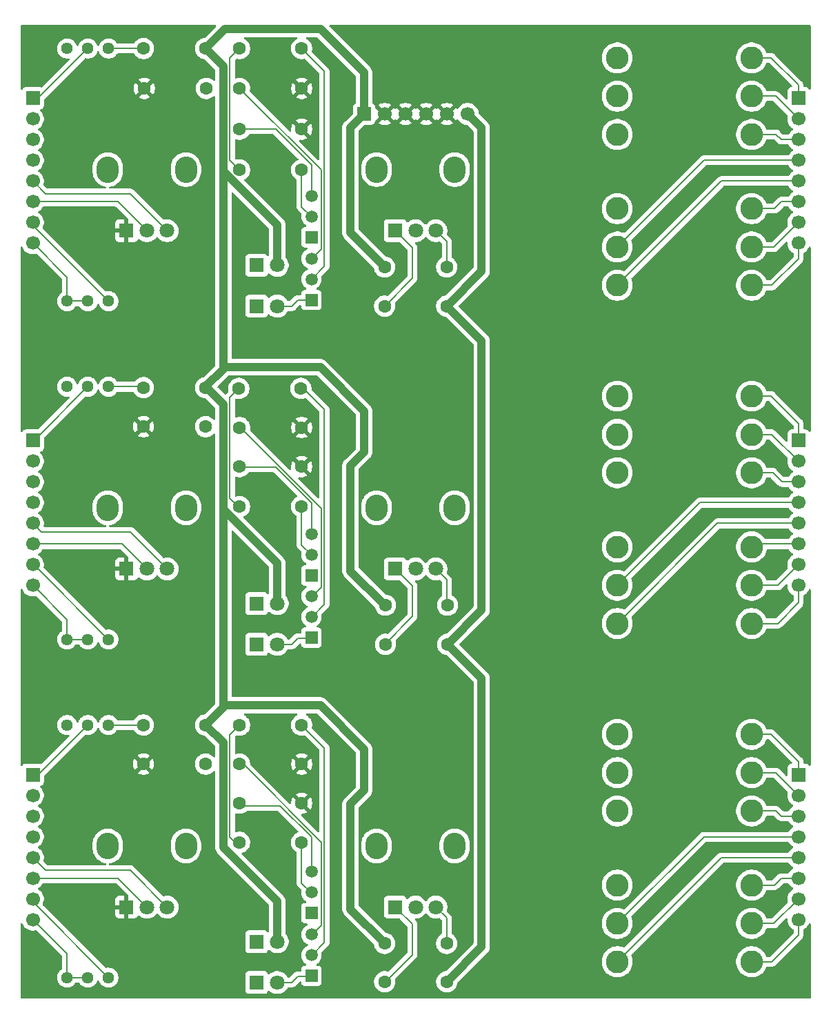
<source format=gtl>
%TF.GenerationSoftware,KiCad,Pcbnew,9.0.7*%
%TF.CreationDate,2026-02-21T19:23:01+01:00*%
%TF.ProjectId,DMH_VCLFO_v2_PCB_Controls,444d485f-5643-44c4-964f-5f76325f5043,1*%
%TF.SameCoordinates,Original*%
%TF.FileFunction,Copper,L1,Top*%
%TF.FilePolarity,Positive*%
%FSLAX46Y46*%
G04 Gerber Fmt 4.6, Leading zero omitted, Abs format (unit mm)*
G04 Created by KiCad (PCBNEW 9.0.7) date 2026-02-21 19:23:01*
%MOMM*%
%LPD*%
G01*
G04 APERTURE LIST*
%TA.AperFunction,ComponentPad*%
%ADD10C,1.600000*%
%TD*%
%TA.AperFunction,ComponentPad*%
%ADD11C,2.800000*%
%TD*%
%TA.AperFunction,ComponentPad*%
%ADD12R,1.800000X1.800000*%
%TD*%
%TA.AperFunction,ComponentPad*%
%ADD13C,1.800000*%
%TD*%
%TA.AperFunction,ComponentPad*%
%ADD14R,1.500000X1.500000*%
%TD*%
%TA.AperFunction,ComponentPad*%
%ADD15C,1.500000*%
%TD*%
%TA.AperFunction,ComponentPad*%
%ADD16O,2.720000X3.240000*%
%TD*%
%TA.AperFunction,ComponentPad*%
%ADD17C,1.440000*%
%TD*%
%TA.AperFunction,ComponentPad*%
%ADD18R,1.700000X1.700000*%
%TD*%
%TA.AperFunction,ComponentPad*%
%ADD19C,1.700000*%
%TD*%
%TA.AperFunction,Conductor*%
%ADD20C,1.000000*%
%TD*%
%TA.AperFunction,Conductor*%
%ADD21C,0.200000*%
%TD*%
G04 APERTURE END LIST*
D10*
%TO.P,R28,1*%
%TO.N,Net-(R28-Pad1)*%
X96290000Y-119000000D03*
%TO.P,R28,2*%
%TO.N,-12V*%
X103910000Y-119000000D03*
%TD*%
%TO.P,R9,1*%
%TO.N,Net-(R9-Pad1)*%
X66590000Y-45900000D03*
%TO.P,R9,2*%
%TO.N,+12V*%
X74210000Y-45900000D03*
%TD*%
D11*
%TO.P,SW2,1,A*%
%TO.N,A_Rng_Sw_p1_C*%
X124750000Y-56450000D03*
%TO.P,SW2,2,B*%
%TO.N,A_Tri_C*%
X124750000Y-51750000D03*
%TO.P,SW2,3,C*%
%TO.N,A_Rng_Sw_p3_C*%
X124750000Y-47050000D03*
%TD*%
D12*
%TO.P,D3,1,K*%
%TO.N,Net-(D3-K)*%
X80480000Y-114000000D03*
D13*
%TO.P,D3,2,A*%
%TO.N,+12V*%
X83020000Y-114000000D03*
%TD*%
D10*
%TO.P,R49,1*%
%TO.N,Net-(Q6-E)*%
X78390000Y-133700000D03*
%TO.P,R49,2*%
%TO.N,GND*%
X86010000Y-133700000D03*
%TD*%
%TO.P,R32,1*%
%TO.N,Net-(Q4-E)*%
X78390000Y-92400000D03*
%TO.P,R32,2*%
%TO.N,GND*%
X86010000Y-92400000D03*
%TD*%
%TO.P,R29,1*%
%TO.N,GND*%
X66590000Y-92300000D03*
%TO.P,R29,2*%
%TO.N,Net-(R29-Pad2)*%
X74210000Y-92300000D03*
%TD*%
%TO.P,R16,1*%
%TO.N,A_Tri_C*%
X78390000Y-45900000D03*
%TO.P,R16,2*%
%TO.N,Net-(Q2-B)*%
X86010000Y-45900000D03*
%TD*%
D12*
%TO.P,D1,1,K*%
%TO.N,Net-(D1-K)*%
X80480000Y-72500000D03*
D13*
%TO.P,D1,2,A*%
%TO.N,+12V*%
X83020000Y-72500000D03*
%TD*%
D12*
%TO.P,D5,1,K*%
%TO.N,Net-(D5-K)*%
X80480000Y-155500000D03*
D13*
%TO.P,D5,2,A*%
%TO.N,+12V*%
X83020000Y-155500000D03*
%TD*%
D11*
%TO.P,SW10,1,A*%
%TO.N,C_Rng_Sw_p1_C*%
X124750000Y-139450000D03*
%TO.P,SW10,2,B*%
%TO.N,C_Tri_C*%
X124750000Y-134750000D03*
%TO.P,SW10,3,C*%
%TO.N,C_Rng_Sw_p3_C*%
X124750000Y-130050000D03*
%TD*%
D14*
%TO.P,Q5,1,C*%
%TO.N,Net-(D5-K)*%
X87200000Y-151990000D03*
D15*
%TO.P,Q5,2,B*%
%TO.N,Net-(Q5-B)*%
X87200000Y-149450000D03*
%TO.P,Q5,3,E*%
%TO.N,Net-(Q5-E)*%
X87200000Y-146910000D03*
%TD*%
D10*
%TO.P,R31,1*%
%TO.N,Net-(Q3-E)*%
X78390000Y-97200000D03*
%TO.P,R31,2*%
%TO.N,GND*%
X86010000Y-97200000D03*
%TD*%
%TO.P,R15,1*%
%TO.N,Net-(Q2-E)*%
X78390000Y-50800000D03*
%TO.P,R15,2*%
%TO.N,GND*%
X86010000Y-50800000D03*
%TD*%
%TO.P,R13,1*%
%TO.N,A_Tri_C*%
X78390000Y-60800000D03*
%TO.P,R13,2*%
%TO.N,Net-(Q1-B)*%
X86010000Y-60800000D03*
%TD*%
D12*
%TO.P,D4,1,K*%
%TO.N,-12V*%
X80480000Y-119000000D03*
D13*
%TO.P,D4,2,A*%
%TO.N,Net-(D4-A)*%
X83020000Y-119000000D03*
%TD*%
D16*
%TO.P,RV2,*%
%TO.N,*%
X95200000Y-60750000D03*
X104800000Y-60750000D03*
D12*
%TO.P,RV2,1,1*%
%TO.N,Net-(R11-Pad1)*%
X97500000Y-68250000D03*
D13*
%TO.P,RV2,2,2*%
%TO.N,A_Freq_Pot_p2_C*%
X100000000Y-68250000D03*
%TO.P,RV2,3,3*%
%TO.N,Net-(R7-Pad2)*%
X102500000Y-68250000D03*
%TD*%
D11*
%TO.P,SW8,1,A*%
%TO.N,B_Tri_C*%
X141250000Y-116450000D03*
%TO.P,SW8,2,B*%
%TO.N,B_Sin_Tri_Sw_p2_C*%
X141250000Y-111750000D03*
%TO.P,SW8,3,C*%
%TO.N,B_Sin_C*%
X141250000Y-107050000D03*
%TD*%
D17*
%TO.P,RV3,1,1*%
%TO.N,Net-(R12-Pad2)*%
X57200000Y-45900000D03*
%TO.P,RV3,2,2*%
%TO.N,A_FRng_Trim_p2_C*%
X59740000Y-45900000D03*
%TO.P,RV3,3,3*%
%TO.N,Net-(R9-Pad1)*%
X62280000Y-45900000D03*
%TD*%
D16*
%TO.P,RV9,*%
%TO.N,*%
X62200000Y-143750000D03*
X71800000Y-143750000D03*
D12*
%TO.P,RV9,1,1*%
%TO.N,GND*%
X64500000Y-151250000D03*
D13*
%TO.P,RV9,2,2*%
%TO.N,C_CV_Amt_Pot_p2_C*%
X67000000Y-151250000D03*
%TO.P,RV9,3,3*%
%TO.N,C_CV_Amt_Pot_p3_C*%
X69500000Y-151250000D03*
%TD*%
D16*
%TO.P,RV6,*%
%TO.N,*%
X95200000Y-102250000D03*
X104800000Y-102250000D03*
D12*
%TO.P,RV6,1,1*%
%TO.N,Net-(R28-Pad1)*%
X97500000Y-109750000D03*
D13*
%TO.P,RV6,2,2*%
%TO.N,B_Freq_Pot_p2_C*%
X100000000Y-109750000D03*
%TO.P,RV6,3,3*%
%TO.N,Net-(R24-Pad2)*%
X102500000Y-109750000D03*
%TD*%
D10*
%TO.P,R48,1*%
%TO.N,Net-(Q5-E)*%
X78390000Y-138500000D03*
%TO.P,R48,2*%
%TO.N,GND*%
X86010000Y-138500000D03*
%TD*%
%TO.P,R46,1*%
%TO.N,GND*%
X66590000Y-133700000D03*
%TO.P,R46,2*%
%TO.N,Net-(R46-Pad2)*%
X74210000Y-133700000D03*
%TD*%
D11*
%TO.P,SW5,1,A*%
%TO.N,Bus_CV_C*%
X124750000Y-116450000D03*
%TO.P,SW5,2,B*%
%TO.N,B_BusCV_Sw_p2_C*%
X124750000Y-111750000D03*
%TO.P,SW5,3,C*%
%TO.N,unconnected-(SW5-C-Pad3)*%
X124750000Y-107050000D03*
%TD*%
D12*
%TO.P,D6,1,K*%
%TO.N,-12V*%
X80480000Y-160500000D03*
D13*
%TO.P,D6,2,A*%
%TO.N,Net-(D6-A)*%
X83020000Y-160500000D03*
%TD*%
D11*
%TO.P,SW4,1,A*%
%TO.N,A_Tri_C*%
X141250000Y-74950000D03*
%TO.P,SW4,2,B*%
%TO.N,A_Sin_Tri_Sw_p2_C*%
X141250000Y-70250000D03*
%TO.P,SW4,3,C*%
%TO.N,A_Sin_C*%
X141250000Y-65550000D03*
%TD*%
%TO.P,SW12,1,A*%
%TO.N,C_Tri_C*%
X141250000Y-157950000D03*
%TO.P,SW12,2,B*%
%TO.N,C_Sin_Tri_Sw_p2_C*%
X141250000Y-153250000D03*
%TO.P,SW12,3,C*%
%TO.N,C_Sin_C*%
X141250000Y-148550000D03*
%TD*%
D10*
%TO.P,R33,1*%
%TO.N,B_Tri_C*%
X78290000Y-87600000D03*
%TO.P,R33,2*%
%TO.N,Net-(Q4-B)*%
X85910000Y-87600000D03*
%TD*%
D12*
%TO.P,D2,1,K*%
%TO.N,-12V*%
X80480000Y-77500000D03*
D13*
%TO.P,D2,2,A*%
%TO.N,Net-(D2-A)*%
X83020000Y-77500000D03*
%TD*%
D11*
%TO.P,SW9,1,A*%
%TO.N,Bus_CV_C*%
X124750000Y-157950000D03*
%TO.P,SW9,2,B*%
%TO.N,C_BusCV_Sw_p2_C*%
X124750000Y-153250000D03*
%TO.P,SW9,3,C*%
%TO.N,unconnected-(SW9-C-Pad3)*%
X124750000Y-148550000D03*
%TD*%
%TO.P,SW7,1,A*%
%TO.N,B_Rnd_C*%
X141250000Y-97950000D03*
%TO.P,SW7,2,B*%
%TO.N,B_Rmp_Rnd_Sw_p2_C*%
X141250000Y-93250000D03*
%TO.P,SW7,3,C*%
%TO.N,B_Rmp_C*%
X141250000Y-88550000D03*
%TD*%
D10*
%TO.P,R26,1*%
%TO.N,Net-(R26-Pad1)*%
X66590000Y-87500000D03*
%TO.P,R26,2*%
%TO.N,+12V*%
X74210000Y-87500000D03*
%TD*%
D17*
%TO.P,RV7,1,1*%
%TO.N,Net-(R29-Pad2)*%
X57200000Y-87400000D03*
%TO.P,RV7,2,2*%
%TO.N,B_FRng_Trim_p2_C*%
X59740000Y-87400000D03*
%TO.P,RV7,3,3*%
%TO.N,Net-(R26-Pad1)*%
X62280000Y-87400000D03*
%TD*%
%TO.P,RV4,1,1*%
%TO.N,A_VOct_Trim_p12_C*%
X57200000Y-76900000D03*
%TO.P,RV4,2,2*%
X59740000Y-76900000D03*
%TO.P,RV4,3,3*%
%TO.N,A_VOct_Trim_p3_C*%
X62280000Y-76900000D03*
%TD*%
D10*
%TO.P,R50,1*%
%TO.N,C_Tri_C*%
X78390000Y-128900000D03*
%TO.P,R50,2*%
%TO.N,Net-(Q6-B)*%
X86010000Y-128900000D03*
%TD*%
D11*
%TO.P,SW11,1,A*%
%TO.N,C_Rnd_C*%
X141250000Y-139450000D03*
%TO.P,SW11,2,B*%
%TO.N,C_Rmp_Rnd_Sw_p2_C*%
X141250000Y-134750000D03*
%TO.P,SW11,3,C*%
%TO.N,C_Rmp_C*%
X141250000Y-130050000D03*
%TD*%
D14*
%TO.P,Q3,1,C*%
%TO.N,Net-(D3-K)*%
X87200000Y-110550000D03*
D15*
%TO.P,Q3,2,B*%
%TO.N,Net-(Q3-B)*%
X87200000Y-108010000D03*
%TO.P,Q3,3,E*%
%TO.N,Net-(Q3-E)*%
X87200000Y-105470000D03*
%TD*%
D14*
%TO.P,Q6,1,C*%
%TO.N,Net-(D6-A)*%
X87200000Y-159690000D03*
D15*
%TO.P,Q6,2,B*%
%TO.N,Net-(Q6-B)*%
X87200000Y-157150000D03*
%TO.P,Q6,3,E*%
%TO.N,Net-(Q6-E)*%
X87200000Y-154610000D03*
%TD*%
D10*
%TO.P,R12,1*%
%TO.N,GND*%
X66690000Y-50800000D03*
%TO.P,R12,2*%
%TO.N,Net-(R12-Pad2)*%
X74310000Y-50800000D03*
%TD*%
D17*
%TO.P,RV12,1,1*%
%TO.N,C_VOct_Trim_p12_C*%
X57200000Y-159900000D03*
%TO.P,RV12,2,2*%
X59740000Y-159900000D03*
%TO.P,RV12,3,3*%
%TO.N,C_VOct_Trim_p3_C*%
X62280000Y-159900000D03*
%TD*%
D14*
%TO.P,Q2,1,C*%
%TO.N,Net-(D2-A)*%
X87200000Y-76750000D03*
D15*
%TO.P,Q2,2,B*%
%TO.N,Net-(Q2-B)*%
X87200000Y-74210000D03*
%TO.P,Q2,3,E*%
%TO.N,Net-(Q2-E)*%
X87200000Y-71670000D03*
%TD*%
D10*
%TO.P,R47,1*%
%TO.N,C_Tri_C*%
X78390000Y-143300000D03*
%TO.P,R47,2*%
%TO.N,Net-(Q5-B)*%
X86010000Y-143300000D03*
%TD*%
D17*
%TO.P,RV8,1,1*%
%TO.N,B_VOct_Trim_p12_C*%
X57200000Y-118400000D03*
%TO.P,RV8,2,2*%
X59740000Y-118400000D03*
%TO.P,RV8,3,3*%
%TO.N,B_VOct_Trim_p3_C*%
X62280000Y-118400000D03*
%TD*%
D10*
%TO.P,R14,1*%
%TO.N,Net-(Q1-E)*%
X78390000Y-55800000D03*
%TO.P,R14,2*%
%TO.N,GND*%
X86010000Y-55800000D03*
%TD*%
%TO.P,R45,1*%
%TO.N,Net-(R45-Pad1)*%
X96190000Y-160400000D03*
%TO.P,R45,2*%
%TO.N,-12V*%
X103810000Y-160400000D03*
%TD*%
D16*
%TO.P,RV10,*%
%TO.N,*%
X95200000Y-143750000D03*
X104800000Y-143750000D03*
D12*
%TO.P,RV10,1,1*%
%TO.N,Net-(R45-Pad1)*%
X97500000Y-151250000D03*
D13*
%TO.P,RV10,2,2*%
%TO.N,C_Freq_Pot_p2_C*%
X100000000Y-151250000D03*
%TO.P,RV10,3,3*%
%TO.N,Net-(R41-Pad2)*%
X102500000Y-151250000D03*
%TD*%
D14*
%TO.P,Q1,1,C*%
%TO.N,Net-(D1-K)*%
X87200000Y-69050000D03*
D15*
%TO.P,Q1,2,B*%
%TO.N,Net-(Q1-B)*%
X87200000Y-66510000D03*
%TO.P,Q1,3,E*%
%TO.N,Net-(Q1-E)*%
X87200000Y-63970000D03*
%TD*%
D10*
%TO.P,R24,1*%
%TO.N,+12V*%
X96290000Y-114200000D03*
%TO.P,R24,2*%
%TO.N,Net-(R24-Pad2)*%
X103910000Y-114200000D03*
%TD*%
%TO.P,R43,1*%
%TO.N,Net-(R43-Pad1)*%
X66590000Y-128900000D03*
%TO.P,R43,2*%
%TO.N,+12V*%
X74210000Y-128900000D03*
%TD*%
%TO.P,R30,1*%
%TO.N,B_Tri_C*%
X78390000Y-102100000D03*
%TO.P,R30,2*%
%TO.N,Net-(Q3-B)*%
X86010000Y-102100000D03*
%TD*%
D11*
%TO.P,SW3,1,A*%
%TO.N,A_Rnd_C*%
X141250000Y-56450000D03*
%TO.P,SW3,2,B*%
%TO.N,A_Rmp_Rnd_Sw_p2_C*%
X141250000Y-51750000D03*
%TO.P,SW3,3,C*%
%TO.N,A_Rmp_C*%
X141250000Y-47050000D03*
%TD*%
D16*
%TO.P,RV1,*%
%TO.N,*%
X62200000Y-60750000D03*
X71800000Y-60750000D03*
D12*
%TO.P,RV1,1,1*%
%TO.N,GND*%
X64500000Y-68250000D03*
D13*
%TO.P,RV1,2,2*%
%TO.N,A_CV_Amt_Pot_p2_C*%
X67000000Y-68250000D03*
%TO.P,RV1,3,3*%
%TO.N,A_CV_Amt_Pot_p3_C*%
X69500000Y-68250000D03*
%TD*%
D17*
%TO.P,RV11,1,1*%
%TO.N,Net-(R46-Pad2)*%
X57200000Y-128900000D03*
%TO.P,RV11,2,2*%
%TO.N,C_FRng_Trim_p2_C*%
X59740000Y-128900000D03*
%TO.P,RV11,3,3*%
%TO.N,Net-(R43-Pad1)*%
X62280000Y-128900000D03*
%TD*%
D10*
%TO.P,R11,1*%
%TO.N,Net-(R11-Pad1)*%
X96190000Y-77500000D03*
%TO.P,R11,2*%
%TO.N,-12V*%
X103810000Y-77500000D03*
%TD*%
%TO.P,R41,1*%
%TO.N,+12V*%
X96190000Y-155700000D03*
%TO.P,R41,2*%
%TO.N,Net-(R41-Pad2)*%
X103810000Y-155700000D03*
%TD*%
D14*
%TO.P,Q4,1,C*%
%TO.N,Net-(D4-A)*%
X87200000Y-118190000D03*
D15*
%TO.P,Q4,2,B*%
%TO.N,Net-(Q4-B)*%
X87200000Y-115650000D03*
%TO.P,Q4,3,E*%
%TO.N,Net-(Q4-E)*%
X87200000Y-113110000D03*
%TD*%
D11*
%TO.P,SW1,1,A*%
%TO.N,Bus_CV_C*%
X124750000Y-74950000D03*
%TO.P,SW1,2,B*%
%TO.N,A_BusCV_Sw_p2_C*%
X124750000Y-70250000D03*
%TO.P,SW1,3,C*%
%TO.N,unconnected-(SW1-C-Pad3)*%
X124750000Y-65550000D03*
%TD*%
%TO.P,SW6,1,A*%
%TO.N,B_Rng_Sw_p1_C*%
X124750000Y-97950000D03*
%TO.P,SW6,2,B*%
%TO.N,B_Tri_C*%
X124750000Y-93250000D03*
%TO.P,SW6,3,C*%
%TO.N,B_Rng_Sw_p3_C*%
X124750000Y-88550000D03*
%TD*%
D10*
%TO.P,R7,1*%
%TO.N,+12V*%
X96190000Y-72700000D03*
%TO.P,R7,2*%
%TO.N,Net-(R7-Pad2)*%
X103810000Y-72700000D03*
%TD*%
D16*
%TO.P,RV5,*%
%TO.N,*%
X62200000Y-102250000D03*
X71800000Y-102250000D03*
D12*
%TO.P,RV5,1,1*%
%TO.N,GND*%
X64500000Y-109750000D03*
D13*
%TO.P,RV5,2,2*%
%TO.N,B_CV_Amt_Pot_p2_C*%
X67000000Y-109750000D03*
%TO.P,RV5,3,3*%
%TO.N,B_CV_Amt_Pot_p3_C*%
X69500000Y-109750000D03*
%TD*%
D18*
%TO.P,J19,1,Pin_1*%
%TO.N,A_FRng_Trim_p2_C*%
X53000000Y-52000000D03*
D19*
%TO.P,J19,2,Pin_2*%
%TO.N,A_Rng_Sw_p3_C*%
X53000000Y-54540000D03*
%TO.P,J19,3,Pin_3*%
%TO.N,A_Rng_Sw_p1_C*%
X53000000Y-57080000D03*
%TO.P,J19,4,Pin_4*%
%TO.N,A_Freq_Pot_p2_C*%
X53000000Y-59620000D03*
%TO.P,J19,5,Pin_5*%
%TO.N,A_CV_Amt_Pot_p3_C*%
X53000000Y-62160000D03*
%TO.P,J19,6,Pin_6*%
%TO.N,A_CV_Amt_Pot_p2_C*%
X53000000Y-64700000D03*
%TO.P,J19,7,Pin_7*%
%TO.N,A_VOct_Trim_p3_C*%
X53000000Y-67240000D03*
%TO.P,J19,8,Pin_8*%
%TO.N,A_VOct_Trim_p12_C*%
X53000000Y-69780000D03*
%TD*%
D18*
%TO.P,J29,1,Pin_1*%
%TO.N,C_FRng_Trim_p2_C*%
X53000000Y-135000000D03*
D19*
%TO.P,J29,2,Pin_2*%
%TO.N,C_Rng_Sw_p3_C*%
X53000000Y-137540000D03*
%TO.P,J29,3,Pin_3*%
%TO.N,C_Rng_Sw_p1_C*%
X53000000Y-140080000D03*
%TO.P,J29,4,Pin_4*%
%TO.N,C_Freq_Pot_p2_C*%
X53000000Y-142620000D03*
%TO.P,J29,5,Pin_5*%
%TO.N,C_CV_Amt_Pot_p3_C*%
X53000000Y-145160000D03*
%TO.P,J29,6,Pin_6*%
%TO.N,C_CV_Amt_Pot_p2_C*%
X53000000Y-147700000D03*
%TO.P,J29,7,Pin_7*%
%TO.N,C_VOct_Trim_p3_C*%
X53000000Y-150240000D03*
%TO.P,J29,8,Pin_8*%
%TO.N,C_VOct_Trim_p12_C*%
X53000000Y-152780000D03*
%TD*%
D18*
%TO.P,J24,1,Pin_1*%
%TO.N,B_FRng_Trim_p2_C*%
X53000000Y-94000000D03*
D19*
%TO.P,J24,2,Pin_2*%
%TO.N,B_Rng_Sw_p3_C*%
X53000000Y-96540000D03*
%TO.P,J24,3,Pin_3*%
%TO.N,B_Rng_Sw_p1_C*%
X53000000Y-99080000D03*
%TO.P,J24,4,Pin_4*%
%TO.N,B_Freq_Pot_p2_C*%
X53000000Y-101620000D03*
%TO.P,J24,5,Pin_5*%
%TO.N,B_CV_Amt_Pot_p3_C*%
X53000000Y-104160000D03*
%TO.P,J24,6,Pin_6*%
%TO.N,B_CV_Amt_Pot_p2_C*%
X53000000Y-106700000D03*
%TO.P,J24,7,Pin_7*%
%TO.N,B_VOct_Trim_p3_C*%
X53000000Y-109240000D03*
%TO.P,J24,8,Pin_8*%
%TO.N,B_VOct_Trim_p12_C*%
X53000000Y-111780000D03*
%TD*%
D18*
%TO.P,J54,1,Pin_1*%
%TO.N,+12V*%
X93675000Y-53925000D03*
D19*
%TO.P,J54,2,Pin_2*%
%TO.N,GND*%
X96215000Y-53925000D03*
%TO.P,J54,3,Pin_3*%
X98755000Y-53925000D03*
%TO.P,J54,4,Pin_4*%
X101295000Y-53925000D03*
%TO.P,J54,5,Pin_5*%
X103835000Y-53925000D03*
%TO.P,J54,6,Pin_6*%
%TO.N,-12V*%
X106375000Y-53925000D03*
%TD*%
D18*
%TO.P,J20,1,Pin_1*%
%TO.N,A_Rmp_C*%
X147000000Y-52000000D03*
D19*
%TO.P,J20,2,Pin_2*%
%TO.N,A_Rmp_Rnd_Sw_p2_C*%
X147000000Y-54540000D03*
%TO.P,J20,3,Pin_3*%
%TO.N,A_Rnd_C*%
X147000000Y-57080000D03*
%TO.P,J20,4,Pin_4*%
%TO.N,A_BusCV_Sw_p2_C*%
X147000000Y-59620000D03*
%TO.P,J20,5,Pin_5*%
%TO.N,Bus_CV_C*%
X147000000Y-62160000D03*
%TO.P,J20,6,Pin_6*%
%TO.N,A_Sin_C*%
X147000000Y-64700000D03*
%TO.P,J20,7,Pin_7*%
%TO.N,A_Sin_Tri_Sw_p2_C*%
X147000000Y-67240000D03*
%TO.P,J20,8,Pin_8*%
%TO.N,A_Tri_C*%
X147000000Y-69780000D03*
%TD*%
D18*
%TO.P,J25,1,Pin_1*%
%TO.N,B_Rmp_C*%
X147000000Y-94000000D03*
D19*
%TO.P,J25,2,Pin_2*%
%TO.N,B_Rmp_Rnd_Sw_p2_C*%
X147000000Y-96540000D03*
%TO.P,J25,3,Pin_3*%
%TO.N,B_Rnd_C*%
X147000000Y-99080000D03*
%TO.P,J25,4,Pin_4*%
%TO.N,B_BusCV_Sw_p2_C*%
X147000000Y-101620000D03*
%TO.P,J25,5,Pin_5*%
%TO.N,Bus_CV_C*%
X147000000Y-104160000D03*
%TO.P,J25,6,Pin_6*%
%TO.N,B_Sin_C*%
X147000000Y-106700000D03*
%TO.P,J25,7,Pin_7*%
%TO.N,B_Sin_Tri_Sw_p2_C*%
X147000000Y-109240000D03*
%TO.P,J25,8,Pin_8*%
%TO.N,B_Tri_C*%
X147000000Y-111780000D03*
%TD*%
D18*
%TO.P,J30,1,Pin_1*%
%TO.N,C_Rmp_C*%
X147000000Y-135000000D03*
D19*
%TO.P,J30,2,Pin_2*%
%TO.N,C_Rmp_Rnd_Sw_p2_C*%
X147000000Y-137540000D03*
%TO.P,J30,3,Pin_3*%
%TO.N,C_Rnd_C*%
X147000000Y-140080000D03*
%TO.P,J30,4,Pin_4*%
%TO.N,C_BusCV_Sw_p2_C*%
X147000000Y-142620000D03*
%TO.P,J30,5,Pin_5*%
%TO.N,Bus_CV_C*%
X147000000Y-145160000D03*
%TO.P,J30,6,Pin_6*%
%TO.N,C_Sin_C*%
X147000000Y-147700000D03*
%TO.P,J30,7,Pin_7*%
%TO.N,C_Sin_Tri_Sw_p2_C*%
X147000000Y-150240000D03*
%TO.P,J30,8,Pin_8*%
%TO.N,C_Tri_C*%
X147000000Y-152780000D03*
%TD*%
D20*
%TO.N,+12V*%
X76400000Y-60932735D02*
X76400000Y-84792000D01*
X93675000Y-136925000D02*
X92000000Y-138600000D01*
X76609000Y-126501000D02*
X88301000Y-126501000D01*
X83020000Y-72500000D02*
X83020000Y-67552735D01*
X93675000Y-131875000D02*
X93675000Y-136925000D01*
X83020000Y-150552735D02*
X76400000Y-143932735D01*
X93675000Y-48875000D02*
X93675000Y-53925000D01*
X92000000Y-151510000D02*
X96190000Y-155700000D01*
X74210000Y-128900000D02*
X76400000Y-126710000D01*
X88301000Y-126501000D02*
X93675000Y-131875000D01*
X92000000Y-138600000D02*
X92000000Y-151510000D01*
X76400000Y-89590000D02*
X74210000Y-87400000D01*
X76400000Y-131090000D02*
X74210000Y-128900000D01*
X83020000Y-114000000D02*
X83020000Y-109052735D01*
X93675000Y-95425000D02*
X92000000Y-97100000D01*
X92000000Y-97100000D02*
X92000000Y-110010000D01*
X76400000Y-85210000D02*
X76400000Y-84400000D01*
X76609000Y-43501000D02*
X88301000Y-43501000D01*
X76400000Y-84792000D02*
X76609000Y-85001000D01*
X76400000Y-102432735D02*
X76400000Y-89590000D01*
X93675000Y-90375000D02*
X93675000Y-95425000D01*
X83020000Y-67552735D02*
X76400000Y-60932735D01*
X92000000Y-68510000D02*
X96190000Y-72700000D01*
X92000000Y-55600000D02*
X92000000Y-68510000D01*
X88301000Y-85001000D02*
X93675000Y-90375000D01*
X88301000Y-43501000D02*
X93675000Y-48875000D01*
X83020000Y-155500000D02*
X83020000Y-150552735D01*
X76400000Y-60932735D02*
X76400000Y-48090000D01*
X76400000Y-126292000D02*
X76609000Y-126501000D01*
X76400000Y-143932735D02*
X76400000Y-131090000D01*
X76400000Y-48090000D02*
X74210000Y-45900000D01*
X76609000Y-85001000D02*
X88301000Y-85001000D01*
X74210000Y-45900000D02*
X76609000Y-43501000D01*
X76400000Y-102432735D02*
X76400000Y-126292000D01*
X83020000Y-109052735D02*
X76400000Y-102432735D01*
X76400000Y-126710000D02*
X76400000Y-126292000D01*
X92000000Y-110010000D02*
X96190000Y-114200000D01*
X93675000Y-53925000D02*
X92000000Y-55600000D01*
X74210000Y-87400000D02*
X76400000Y-85210000D01*
D21*
%TO.N,Net-(D2-A)*%
X84800000Y-77500000D02*
X85550000Y-76750000D01*
X85550000Y-76750000D02*
X87200000Y-76750000D01*
X83020000Y-77500000D02*
X84800000Y-77500000D01*
D20*
%TO.N,-12V*%
X108100000Y-123190000D02*
X108100000Y-156110000D01*
X108100000Y-73210000D02*
X103810000Y-77500000D01*
X103910000Y-119000000D02*
X108100000Y-123190000D01*
X108100000Y-156110000D02*
X103810000Y-160400000D01*
X108100000Y-114810000D02*
X108100000Y-81790000D01*
X106375000Y-53925000D02*
X108100000Y-55650000D01*
X108100000Y-81790000D02*
X103810000Y-77500000D01*
X108100000Y-55650000D02*
X108100000Y-73210000D01*
X103910000Y-119000000D02*
X108100000Y-114810000D01*
D21*
%TO.N,Net-(D4-A)*%
X84800000Y-119000000D02*
X85550000Y-118250000D01*
X85550000Y-118250000D02*
X87200000Y-118250000D01*
X83020000Y-119000000D02*
X84800000Y-119000000D01*
%TO.N,Net-(D6-A)*%
X85530000Y-159750000D02*
X87180000Y-159750000D01*
X84780000Y-160500000D02*
X85530000Y-159750000D01*
X83000000Y-160500000D02*
X84780000Y-160500000D01*
%TO.N,A_VOct_Trim_p12_C*%
X57200000Y-73980000D02*
X53000000Y-69780000D01*
X57200000Y-76900000D02*
X59740000Y-76900000D01*
X57200000Y-76900000D02*
X57200000Y-73980000D01*
%TO.N,A_CV_Amt_Pot_p2_C*%
X67000000Y-68250000D02*
X63450000Y-64700000D01*
X63450000Y-64700000D02*
X53000000Y-64700000D01*
%TO.N,A_CV_Amt_Pot_p3_C*%
X64950000Y-63700000D02*
X69500000Y-68250000D01*
X53000000Y-62160000D02*
X54540000Y-63700000D01*
X54540000Y-63700000D02*
X64950000Y-63700000D01*
%TO.N,A_FRng_Trim_p2_C*%
X53640000Y-52000000D02*
X59740000Y-45900000D01*
X53000000Y-52000000D02*
X53640000Y-52000000D01*
%TO.N,A_VOct_Trim_p3_C*%
X53000000Y-67620000D02*
X53000000Y-67240000D01*
X62280000Y-76900000D02*
X53000000Y-67620000D01*
%TO.N,A_Sin_C*%
X141250000Y-65550000D02*
X144050000Y-65550000D01*
X144900000Y-64700000D02*
X147000000Y-64700000D01*
X144050000Y-65550000D02*
X144900000Y-64700000D01*
%TO.N,A_Tri_C*%
X141250000Y-74950000D02*
X143750000Y-74950000D01*
X77200000Y-59610000D02*
X77200000Y-47090000D01*
X143750000Y-74950000D02*
X147000000Y-71700000D01*
X147000000Y-71700000D02*
X147000000Y-69780000D01*
X77200000Y-47090000D02*
X78390000Y-45900000D01*
X78390000Y-60800000D02*
X77200000Y-59610000D01*
%TO.N,Bus_CV_C*%
X124750000Y-74950000D02*
X137540000Y-62160000D01*
X137540000Y-145160000D02*
X147000000Y-145160000D01*
X124750000Y-116450000D02*
X137040000Y-104160000D01*
X137040000Y-104160000D02*
X147000000Y-104160000D01*
X137540000Y-62160000D02*
X147000000Y-62160000D01*
X124750000Y-157950000D02*
X137540000Y-145160000D01*
%TO.N,A_Rnd_C*%
X141250000Y-56450000D02*
X144250000Y-56450000D01*
X144250000Y-56450000D02*
X144880000Y-57080000D01*
X144880000Y-57080000D02*
X147000000Y-57080000D01*
%TO.N,A_BusCV_Sw_p2_C*%
X124750000Y-70250000D02*
X135380000Y-59620000D01*
X135380000Y-59620000D02*
X147000000Y-59620000D01*
%TO.N,A_Rmp_Rnd_Sw_p2_C*%
X147000000Y-54540000D02*
X144210000Y-51750000D01*
X144210000Y-51750000D02*
X141250000Y-51750000D01*
%TO.N,A_Sin_Tri_Sw_p2_C*%
X141250000Y-70250000D02*
X143990000Y-70250000D01*
X143990000Y-70250000D02*
X147000000Y-67240000D01*
%TO.N,A_Rmp_C*%
X143650000Y-47050000D02*
X141250000Y-47050000D01*
X147000000Y-50400000D02*
X143650000Y-47050000D01*
X147000000Y-52000000D02*
X147000000Y-50400000D01*
%TO.N,B_FRng_Trim_p2_C*%
X53640000Y-93500000D02*
X59740000Y-87400000D01*
X53000000Y-93500000D02*
X53640000Y-93500000D01*
%TO.N,B_CV_Amt_Pot_p2_C*%
X63950000Y-106700000D02*
X53000000Y-106700000D01*
X67000000Y-109750000D02*
X63950000Y-106700000D01*
%TO.N,B_VOct_Trim_p12_C*%
X57200000Y-118400000D02*
X59740000Y-118400000D01*
X57200000Y-115980000D02*
X53000000Y-111780000D01*
X57200000Y-118400000D02*
X57200000Y-115980000D01*
%TO.N,B_CV_Amt_Pot_p3_C*%
X64950000Y-105200000D02*
X69500000Y-109750000D01*
X54040000Y-105200000D02*
X64950000Y-105200000D01*
X53000000Y-104160000D02*
X54040000Y-105200000D01*
%TO.N,B_VOct_Trim_p3_C*%
X53000000Y-109120000D02*
X53000000Y-108740000D01*
X62280000Y-118400000D02*
X53000000Y-109120000D01*
%TO.N,B_Tri_C*%
X147000000Y-113900000D02*
X147000000Y-111280000D01*
X141250000Y-116450000D02*
X144450000Y-116450000D01*
X78390000Y-102300000D02*
X77200000Y-101110000D01*
X144450000Y-116450000D02*
X147000000Y-113900000D01*
X77200000Y-88690000D02*
X78390000Y-87500000D01*
X77200000Y-101110000D02*
X77200000Y-88690000D01*
X78390000Y-87500000D02*
X78390000Y-87400000D01*
%TO.N,B_Sin_C*%
X141250000Y-107050000D02*
X141600000Y-106700000D01*
X141600000Y-106700000D02*
X147000000Y-106700000D01*
%TO.N,B_BusCV_Sw_p2_C*%
X134880000Y-101620000D02*
X147000000Y-101620000D01*
X124750000Y-111750000D02*
X134880000Y-101620000D01*
%TO.N,B_Sin_Tri_Sw_p2_C*%
X141250000Y-111750000D02*
X144490000Y-111750000D01*
X144490000Y-111750000D02*
X147000000Y-109240000D01*
%TO.N,B_Rmp_Rnd_Sw_p2_C*%
X147000000Y-96540000D02*
X143710000Y-93250000D01*
X143710000Y-93250000D02*
X141250000Y-93250000D01*
%TO.N,B_Rmp_C*%
X143650000Y-88550000D02*
X141250000Y-88550000D01*
X147000000Y-94000000D02*
X147000000Y-91900000D01*
X147000000Y-91900000D02*
X143650000Y-88550000D01*
%TO.N,B_Rnd_C*%
X143850000Y-97950000D02*
X144980000Y-99080000D01*
X144980000Y-99080000D02*
X147000000Y-99080000D01*
X141250000Y-97950000D02*
X143850000Y-97950000D01*
%TO.N,C_VOct_Trim_p3_C*%
X53000000Y-150620000D02*
X53000000Y-150240000D01*
X62280000Y-159900000D02*
X53000000Y-150620000D01*
%TO.N,C_VOct_Trim_p12_C*%
X57200000Y-156980000D02*
X53000000Y-152780000D01*
X57200000Y-159900000D02*
X59740000Y-159900000D01*
X57200000Y-159900000D02*
X57200000Y-156980000D01*
%TO.N,C_CV_Amt_Pot_p3_C*%
X53000000Y-145160000D02*
X54540000Y-146700000D01*
X64950000Y-146700000D02*
X69500000Y-151250000D01*
X54540000Y-146700000D02*
X64950000Y-146700000D01*
%TO.N,C_CV_Amt_Pot_p2_C*%
X63450000Y-147700000D02*
X53000000Y-147700000D01*
X67000000Y-151250000D02*
X63450000Y-147700000D01*
%TO.N,C_FRng_Trim_p2_C*%
X53000000Y-135000000D02*
X53640000Y-135000000D01*
X53640000Y-135000000D02*
X59740000Y-128900000D01*
%TO.N,C_Rnd_C*%
X141250000Y-139450000D02*
X144250000Y-139450000D01*
X144250000Y-139450000D02*
X144880000Y-140080000D01*
X144880000Y-140080000D02*
X147000000Y-140080000D01*
%TO.N,C_Sin_Tri_Sw_p2_C*%
X141250000Y-153250000D02*
X143990000Y-153250000D01*
X143990000Y-153250000D02*
X147000000Y-150240000D01*
%TO.N,C_Rmp_Rnd_Sw_p2_C*%
X144210000Y-134750000D02*
X141250000Y-134750000D01*
X147000000Y-137540000D02*
X144210000Y-134750000D01*
%TO.N,C_Tri_C*%
X143750000Y-157950000D02*
X147000000Y-154700000D01*
X141250000Y-157950000D02*
X143750000Y-157950000D01*
X78390000Y-143800000D02*
X77200000Y-142610000D01*
X77200000Y-130090000D02*
X78390000Y-128900000D01*
X147000000Y-154700000D02*
X147000000Y-152780000D01*
X77200000Y-142610000D02*
X77200000Y-130090000D01*
%TO.N,C_Rmp_C*%
X143650000Y-130050000D02*
X141250000Y-130050000D01*
X147000000Y-133400000D02*
X143650000Y-130050000D01*
X147000000Y-135000000D02*
X147000000Y-133400000D01*
%TO.N,C_BusCV_Sw_p2_C*%
X135380000Y-142620000D02*
X147000000Y-142620000D01*
X124750000Y-153250000D02*
X135380000Y-142620000D01*
%TO.N,C_Sin_C*%
X141250000Y-148550000D02*
X144050000Y-148550000D01*
X144900000Y-147700000D02*
X147000000Y-147700000D01*
X144050000Y-148550000D02*
X144900000Y-147700000D01*
%TO.N,Net-(Q1-B)*%
X86010000Y-65320000D02*
X87200000Y-66510000D01*
X86010000Y-60800000D02*
X86010000Y-65320000D01*
%TO.N,Net-(Q1-E)*%
X87200000Y-60177100D02*
X87200000Y-63970000D01*
X78390000Y-55800000D02*
X82822900Y-55800000D01*
X82822900Y-55800000D02*
X87200000Y-60177100D01*
%TO.N,Net-(Q2-E)*%
X88400000Y-60810000D02*
X88400000Y-70470000D01*
X88400000Y-70470000D02*
X87200000Y-71670000D01*
X78390000Y-50800000D02*
X88400000Y-60810000D01*
%TO.N,Net-(Q2-B)*%
X88800000Y-48690000D02*
X88800000Y-72610000D01*
X86010000Y-45900000D02*
X88800000Y-48690000D01*
X88800000Y-72610000D02*
X87200000Y-74210000D01*
%TO.N,Net-(Q3-B)*%
X86010000Y-102300000D02*
X86010000Y-106820000D01*
X86010000Y-106820000D02*
X87200000Y-108010000D01*
%TO.N,Net-(Q3-E)*%
X87200000Y-101677100D02*
X87200000Y-105470000D01*
X78390000Y-97300000D02*
X82822900Y-97300000D01*
X82822900Y-97300000D02*
X87200000Y-101677100D01*
%TO.N,Net-(Q4-B)*%
X86010000Y-87400000D02*
X88800000Y-90190000D01*
X88800000Y-90190000D02*
X88800000Y-114110000D01*
X88800000Y-114110000D02*
X87200000Y-115710000D01*
%TO.N,Net-(Q4-E)*%
X88400000Y-102310000D02*
X88400000Y-111970000D01*
X78390000Y-92300000D02*
X88400000Y-102310000D01*
X88400000Y-111970000D02*
X87200000Y-113170000D01*
%TO.N,Net-(Q5-B)*%
X86010000Y-143800000D02*
X86010000Y-148320000D01*
X86010000Y-148320000D02*
X87200000Y-149510000D01*
%TO.N,Net-(Q5-E)*%
X87200000Y-142667100D02*
X87200000Y-146970000D01*
X83332900Y-138800000D02*
X87200000Y-142667100D01*
X78390000Y-138800000D02*
X83332900Y-138800000D01*
%TO.N,Net-(Q6-E)*%
X88400000Y-153470000D02*
X87200000Y-154670000D01*
X78390000Y-133800000D02*
X78900000Y-133800000D01*
X88400000Y-143300000D02*
X88400000Y-153470000D01*
X78900000Y-133800000D02*
X88400000Y-143300000D01*
%TO.N,Net-(Q6-B)*%
X88800000Y-155610000D02*
X87200000Y-157210000D01*
X88800000Y-131690000D02*
X88800000Y-155610000D01*
X86010000Y-128900000D02*
X88800000Y-131690000D01*
%TO.N,Net-(R7-Pad2)*%
X103810000Y-69560000D02*
X102500000Y-68250000D01*
X103810000Y-72700000D02*
X103810000Y-69560000D01*
%TO.N,Net-(R9-Pad1)*%
X66590000Y-45900000D02*
X62280000Y-45900000D01*
%TO.N,Net-(R11-Pad1)*%
X99599000Y-74091000D02*
X99599000Y-70349000D01*
X96190000Y-77500000D02*
X99599000Y-74091000D01*
X99599000Y-70349000D02*
X97500000Y-68250000D01*
%TO.N,Net-(R24-Pad2)*%
X103810000Y-114200000D02*
X103810000Y-111060000D01*
X103810000Y-111060000D02*
X102500000Y-109750000D01*
%TO.N,Net-(R26-Pad1)*%
X66590000Y-87400000D02*
X62280000Y-87400000D01*
%TO.N,Net-(R28-Pad1)*%
X96190000Y-119000000D02*
X99599000Y-115591000D01*
X99599000Y-111849000D02*
X97500000Y-109750000D01*
X99599000Y-115591000D02*
X99599000Y-111849000D01*
%TO.N,Net-(R41-Pad2)*%
X103810000Y-152560000D02*
X102500000Y-151250000D01*
X103810000Y-155700000D02*
X103810000Y-152560000D01*
%TO.N,Net-(R43-Pad1)*%
X66590000Y-128900000D02*
X62280000Y-128900000D01*
%TO.N,Net-(R45-Pad1)*%
X99599000Y-157091000D02*
X99599000Y-153349000D01*
X96190000Y-160500000D02*
X99599000Y-157091000D01*
X99599000Y-153349000D02*
X97500000Y-151250000D01*
%TD*%
%TA.AperFunction,Conductor*%
%TO.N,GND*%
G36*
X75462256Y-43020185D02*
G01*
X75508011Y-43072989D01*
X75517955Y-43142147D01*
X75488930Y-43205703D01*
X75482898Y-43212181D01*
X74121797Y-44573281D01*
X74060474Y-44606766D01*
X74053515Y-44608073D01*
X73905468Y-44631522D01*
X73710778Y-44694781D01*
X73528386Y-44787715D01*
X73362786Y-44908028D01*
X73218028Y-45052786D01*
X73097715Y-45218386D01*
X73004781Y-45400776D01*
X72941522Y-45595465D01*
X72909500Y-45797648D01*
X72909500Y-46002351D01*
X72941522Y-46204534D01*
X73004781Y-46399223D01*
X73030399Y-46449500D01*
X73091532Y-46569480D01*
X73097715Y-46581613D01*
X73218028Y-46747213D01*
X73362786Y-46891971D01*
X73517749Y-47004556D01*
X73528390Y-47012287D01*
X73644607Y-47071503D01*
X73710776Y-47105218D01*
X73710778Y-47105218D01*
X73710781Y-47105220D01*
X73815137Y-47139127D01*
X73905465Y-47168477D01*
X73982966Y-47180751D01*
X74053513Y-47191925D01*
X74116648Y-47221854D01*
X74121797Y-47226717D01*
X75363181Y-48468101D01*
X75396666Y-48529424D01*
X75399500Y-48555782D01*
X75399500Y-49750953D01*
X75379815Y-49817992D01*
X75327011Y-49863747D01*
X75257853Y-49873691D01*
X75194297Y-49844666D01*
X75187819Y-49838634D01*
X75157213Y-49808028D01*
X74991613Y-49687715D01*
X74991612Y-49687714D01*
X74991610Y-49687713D01*
X74934653Y-49658691D01*
X74809223Y-49594781D01*
X74614534Y-49531522D01*
X74439995Y-49503878D01*
X74412352Y-49499500D01*
X74207648Y-49499500D01*
X74183329Y-49503351D01*
X74005465Y-49531522D01*
X73810776Y-49594781D01*
X73628386Y-49687715D01*
X73462786Y-49808028D01*
X73318028Y-49952786D01*
X73197715Y-50118386D01*
X73104781Y-50300776D01*
X73041522Y-50495465D01*
X73017126Y-50649500D01*
X73009500Y-50697648D01*
X73009500Y-50902352D01*
X73012721Y-50922691D01*
X73041522Y-51104534D01*
X73104781Y-51299223D01*
X73150197Y-51388355D01*
X73197585Y-51481359D01*
X73197715Y-51481613D01*
X73318028Y-51647213D01*
X73462786Y-51791971D01*
X73576483Y-51874575D01*
X73628390Y-51912287D01*
X73720499Y-51959219D01*
X73810776Y-52005218D01*
X73810778Y-52005218D01*
X73810781Y-52005220D01*
X73898627Y-52033763D01*
X74005465Y-52068477D01*
X74075175Y-52079518D01*
X74207648Y-52100500D01*
X74207649Y-52100500D01*
X74412351Y-52100500D01*
X74412352Y-52100500D01*
X74614534Y-52068477D01*
X74809219Y-52005220D01*
X74991610Y-51912287D01*
X75090829Y-51840201D01*
X75157213Y-51791971D01*
X75157215Y-51791968D01*
X75157219Y-51791966D01*
X75187819Y-51761366D01*
X75249142Y-51727881D01*
X75318834Y-51732865D01*
X75374767Y-51774737D01*
X75399184Y-51840201D01*
X75399500Y-51849047D01*
X75399500Y-84744217D01*
X75379815Y-84811256D01*
X75363181Y-84831898D01*
X74002978Y-86192100D01*
X73941655Y-86225585D01*
X73934699Y-86226892D01*
X73905467Y-86231522D01*
X73710778Y-86294781D01*
X73528386Y-86387715D01*
X73362786Y-86508028D01*
X73218028Y-86652786D01*
X73097715Y-86818386D01*
X73004781Y-87000776D01*
X72941522Y-87195465D01*
X72909500Y-87397648D01*
X72909500Y-87602351D01*
X72941522Y-87804534D01*
X73004781Y-87999223D01*
X73068691Y-88124653D01*
X73096095Y-88178435D01*
X73097715Y-88181613D01*
X73218028Y-88347213D01*
X73362786Y-88491971D01*
X73500420Y-88591966D01*
X73528390Y-88612287D01*
X73629347Y-88663727D01*
X73710776Y-88705218D01*
X73710778Y-88705218D01*
X73710781Y-88705220D01*
X73788517Y-88730478D01*
X73905465Y-88768477D01*
X73980169Y-88780309D01*
X74107648Y-88800500D01*
X74144218Y-88800500D01*
X74211257Y-88820185D01*
X74231899Y-88836819D01*
X75363181Y-89968101D01*
X75396666Y-90029424D01*
X75399500Y-90055782D01*
X75399500Y-91350953D01*
X75379815Y-91417992D01*
X75327011Y-91463747D01*
X75257853Y-91473691D01*
X75194297Y-91444666D01*
X75187819Y-91438634D01*
X75057213Y-91308028D01*
X74891613Y-91187715D01*
X74891612Y-91187714D01*
X74891610Y-91187713D01*
X74792646Y-91137288D01*
X74709223Y-91094781D01*
X74514534Y-91031522D01*
X74339995Y-91003878D01*
X74312352Y-90999500D01*
X74107648Y-90999500D01*
X74083329Y-91003351D01*
X73905465Y-91031522D01*
X73710776Y-91094781D01*
X73528386Y-91187715D01*
X73362786Y-91308028D01*
X73218028Y-91452786D01*
X73097715Y-91618386D01*
X73004781Y-91800776D01*
X72941522Y-91995465D01*
X72917247Y-92148735D01*
X72909500Y-92197648D01*
X72909500Y-92402352D01*
X72910337Y-92407638D01*
X72941522Y-92604534D01*
X73004781Y-92799223D01*
X73060038Y-92907669D01*
X73097585Y-92981359D01*
X73097715Y-92981613D01*
X73218028Y-93147213D01*
X73362786Y-93291971D01*
X73476483Y-93374575D01*
X73528390Y-93412287D01*
X73644607Y-93471503D01*
X73710776Y-93505218D01*
X73710778Y-93505218D01*
X73710781Y-93505220D01*
X73815137Y-93539127D01*
X73905465Y-93568477D01*
X74006557Y-93584488D01*
X74107648Y-93600500D01*
X74107649Y-93600500D01*
X74312351Y-93600500D01*
X74312352Y-93600500D01*
X74514534Y-93568477D01*
X74709219Y-93505220D01*
X74891610Y-93412287D01*
X74984590Y-93344732D01*
X75057213Y-93291971D01*
X75057215Y-93291968D01*
X75057219Y-93291966D01*
X75187819Y-93161366D01*
X75249142Y-93127881D01*
X75318834Y-93132865D01*
X75374767Y-93174737D01*
X75399184Y-93240201D01*
X75399500Y-93249047D01*
X75399500Y-126244217D01*
X75379815Y-126311256D01*
X75363181Y-126331898D01*
X74121797Y-127573281D01*
X74060474Y-127606766D01*
X74053515Y-127608073D01*
X73905468Y-127631522D01*
X73710778Y-127694781D01*
X73528386Y-127787715D01*
X73362786Y-127908028D01*
X73218028Y-128052786D01*
X73097715Y-128218386D01*
X73004781Y-128400776D01*
X72941522Y-128595465D01*
X72909500Y-128797648D01*
X72909500Y-129002351D01*
X72941522Y-129204534D01*
X73004781Y-129399223D01*
X73030399Y-129449500D01*
X73091532Y-129569480D01*
X73097715Y-129581613D01*
X73218028Y-129747213D01*
X73362786Y-129891971D01*
X73517749Y-130004556D01*
X73528390Y-130012287D01*
X73644607Y-130071503D01*
X73710776Y-130105218D01*
X73710778Y-130105218D01*
X73710781Y-130105220D01*
X73815137Y-130139127D01*
X73905465Y-130168477D01*
X73982966Y-130180751D01*
X74053513Y-130191925D01*
X74116648Y-130221854D01*
X74121797Y-130226717D01*
X75363181Y-131468101D01*
X75396666Y-131529424D01*
X75399500Y-131555782D01*
X75399500Y-132750953D01*
X75379815Y-132817992D01*
X75327011Y-132863747D01*
X75257853Y-132873691D01*
X75194297Y-132844666D01*
X75187819Y-132838634D01*
X75057213Y-132708028D01*
X74891613Y-132587715D01*
X74891612Y-132587714D01*
X74891610Y-132587713D01*
X74834653Y-132558691D01*
X74709223Y-132494781D01*
X74514534Y-132431522D01*
X74339995Y-132403878D01*
X74312352Y-132399500D01*
X74107648Y-132399500D01*
X74083329Y-132403351D01*
X73905465Y-132431522D01*
X73710776Y-132494781D01*
X73528386Y-132587715D01*
X73362786Y-132708028D01*
X73218028Y-132852786D01*
X73097715Y-133018386D01*
X73004781Y-133200776D01*
X72941522Y-133395465D01*
X72909500Y-133597648D01*
X72909500Y-133802351D01*
X72941522Y-134004534D01*
X73004781Y-134199223D01*
X73040580Y-134269481D01*
X73097585Y-134381359D01*
X73097715Y-134381613D01*
X73218028Y-134547213D01*
X73362786Y-134691971D01*
X73483226Y-134779474D01*
X73528390Y-134812287D01*
X73614331Y-134856076D01*
X73710776Y-134905218D01*
X73710778Y-134905218D01*
X73710781Y-134905220D01*
X73798627Y-134933763D01*
X73905465Y-134968477D01*
X73975175Y-134979518D01*
X74107648Y-135000500D01*
X74107649Y-135000500D01*
X74312351Y-135000500D01*
X74312352Y-135000500D01*
X74514534Y-134968477D01*
X74709219Y-134905220D01*
X74891610Y-134812287D01*
X74984590Y-134744732D01*
X75057213Y-134691971D01*
X75057215Y-134691968D01*
X75057219Y-134691966D01*
X75187819Y-134561366D01*
X75249142Y-134527881D01*
X75318834Y-134532865D01*
X75374767Y-134574737D01*
X75399184Y-134640201D01*
X75399500Y-134649047D01*
X75399500Y-144031276D01*
X75399500Y-144031278D01*
X75399499Y-144031278D01*
X75437947Y-144224564D01*
X75437950Y-144224574D01*
X75513364Y-144406642D01*
X75513371Y-144406655D01*
X75622860Y-144570516D01*
X75622863Y-144570520D01*
X75766537Y-144714194D01*
X75766559Y-144714214D01*
X81983181Y-150930836D01*
X82016666Y-150992159D01*
X82019500Y-151018517D01*
X82019500Y-154246538D01*
X81999815Y-154313577D01*
X81947011Y-154359332D01*
X81877853Y-154369276D01*
X81814297Y-154340251D01*
X81796234Y-154320850D01*
X81740603Y-154246538D01*
X81737546Y-154242454D01*
X81737544Y-154242453D01*
X81737544Y-154242452D01*
X81622335Y-154156206D01*
X81622328Y-154156202D01*
X81487482Y-154105908D01*
X81487483Y-154105908D01*
X81427883Y-154099501D01*
X81427881Y-154099500D01*
X81427873Y-154099500D01*
X81427864Y-154099500D01*
X79532129Y-154099500D01*
X79532123Y-154099501D01*
X79472516Y-154105908D01*
X79337671Y-154156202D01*
X79337664Y-154156206D01*
X79222455Y-154242452D01*
X79222452Y-154242455D01*
X79136206Y-154357664D01*
X79136202Y-154357671D01*
X79085908Y-154492517D01*
X79079501Y-154552116D01*
X79079500Y-154552135D01*
X79079500Y-156447870D01*
X79079501Y-156447876D01*
X79085908Y-156507483D01*
X79136202Y-156642328D01*
X79136206Y-156642335D01*
X79222452Y-156757544D01*
X79222455Y-156757547D01*
X79337664Y-156843793D01*
X79337671Y-156843797D01*
X79472517Y-156894091D01*
X79472516Y-156894091D01*
X79473642Y-156894212D01*
X79532127Y-156900500D01*
X81427872Y-156900499D01*
X81487483Y-156894091D01*
X81622331Y-156843796D01*
X81737546Y-156757546D01*
X81823796Y-156642331D01*
X81851429Y-156568243D01*
X81853601Y-156562420D01*
X81895471Y-156506486D01*
X81960936Y-156482068D01*
X82029209Y-156496919D01*
X82057464Y-156518071D01*
X82107636Y-156568243D01*
X82107641Y-156568247D01*
X82209603Y-156642326D01*
X82285978Y-156697815D01*
X82414375Y-156763237D01*
X82482393Y-156797895D01*
X82482396Y-156797896D01*
X82587221Y-156831955D01*
X82692049Y-156866015D01*
X82909778Y-156900500D01*
X82909779Y-156900500D01*
X83130221Y-156900500D01*
X83130222Y-156900500D01*
X83347951Y-156866015D01*
X83557606Y-156797895D01*
X83754022Y-156697815D01*
X83932365Y-156568242D01*
X84088242Y-156412365D01*
X84217815Y-156234022D01*
X84317895Y-156037606D01*
X84386015Y-155827951D01*
X84420500Y-155610222D01*
X84420500Y-155389778D01*
X84386015Y-155172049D01*
X84317895Y-154962394D01*
X84317895Y-154962393D01*
X84262046Y-154852786D01*
X84217815Y-154765978D01*
X84201260Y-154743192D01*
X84088247Y-154587641D01*
X84088243Y-154587636D01*
X84056819Y-154556212D01*
X84023334Y-154494889D01*
X84020500Y-154468531D01*
X84020500Y-150454191D01*
X83990252Y-150302127D01*
X83990252Y-150302126D01*
X83987493Y-150288260D01*
X83982051Y-150260899D01*
X83980917Y-150258162D01*
X83959961Y-150207568D01*
X83906635Y-150078827D01*
X83906628Y-150078814D01*
X83797139Y-149914953D01*
X83797136Y-149914949D01*
X83654686Y-149772499D01*
X83654655Y-149772470D01*
X78653551Y-144771366D01*
X78620066Y-144710043D01*
X78625050Y-144640351D01*
X78666922Y-144584418D01*
X78702913Y-144565754D01*
X78889219Y-144505220D01*
X79071610Y-144412287D01*
X79164590Y-144344732D01*
X79237213Y-144291971D01*
X79237215Y-144291968D01*
X79237219Y-144291966D01*
X79381966Y-144147219D01*
X79381968Y-144147215D01*
X79381971Y-144147213D01*
X79466201Y-144031278D01*
X79502287Y-143981610D01*
X79595220Y-143799219D01*
X79658477Y-143604534D01*
X79690500Y-143402352D01*
X79690500Y-143197648D01*
X79658477Y-142995466D01*
X79595220Y-142800781D01*
X79595218Y-142800778D01*
X79595218Y-142800776D01*
X79557263Y-142726286D01*
X79502287Y-142618390D01*
X79494556Y-142607749D01*
X79381971Y-142452786D01*
X79237213Y-142308028D01*
X79071613Y-142187715D01*
X79071612Y-142187714D01*
X79071610Y-142187713D01*
X78989361Y-142145805D01*
X78889223Y-142094781D01*
X78694534Y-142031522D01*
X78511867Y-142002591D01*
X78492352Y-141999500D01*
X78287648Y-141999500D01*
X78268133Y-142002591D01*
X78085464Y-142031523D01*
X78085461Y-142031523D01*
X77962818Y-142071373D01*
X77892977Y-142073368D01*
X77833144Y-142037288D01*
X77802316Y-141974587D01*
X77800500Y-141953442D01*
X77800500Y-139846557D01*
X77820185Y-139779518D01*
X77872989Y-139733763D01*
X77942147Y-139723819D01*
X77962812Y-139728624D01*
X78040855Y-139753982D01*
X78085465Y-139768477D01*
X78155175Y-139779518D01*
X78287648Y-139800500D01*
X78287649Y-139800500D01*
X78492351Y-139800500D01*
X78492352Y-139800500D01*
X78694534Y-139768477D01*
X78889219Y-139705220D01*
X79071610Y-139612287D01*
X79168665Y-139541773D01*
X79237213Y-139491971D01*
X79237215Y-139491968D01*
X79237219Y-139491966D01*
X79292366Y-139436819D01*
X79353689Y-139403334D01*
X79380047Y-139400500D01*
X83032803Y-139400500D01*
X83099842Y-139420185D01*
X83120484Y-139436819D01*
X85569721Y-141886056D01*
X85603206Y-141947379D01*
X85598222Y-142017071D01*
X85556350Y-142073004D01*
X85520362Y-142091667D01*
X85510777Y-142094781D01*
X85328386Y-142187715D01*
X85162786Y-142308028D01*
X85018028Y-142452786D01*
X84897715Y-142618386D01*
X84804781Y-142800776D01*
X84741522Y-142995465D01*
X84709500Y-143197648D01*
X84709500Y-143402351D01*
X84741522Y-143604534D01*
X84804781Y-143799223D01*
X84851035Y-143890000D01*
X84887439Y-143961447D01*
X84897715Y-143981613D01*
X85018028Y-144147213D01*
X85018034Y-144147219D01*
X85162781Y-144291966D01*
X85328390Y-144412287D01*
X85341793Y-144419116D01*
X85392589Y-144467088D01*
X85409500Y-144529601D01*
X85409500Y-148233330D01*
X85409499Y-148233348D01*
X85409499Y-148399054D01*
X85409498Y-148399054D01*
X85450424Y-148551787D01*
X85466592Y-148579790D01*
X85466593Y-148579792D01*
X85529477Y-148688712D01*
X85529481Y-148688717D01*
X85648349Y-148807585D01*
X85648355Y-148807590D01*
X85938027Y-149097262D01*
X85971512Y-149158585D01*
X85972819Y-149204340D01*
X85949500Y-149351576D01*
X85949500Y-149548422D01*
X85980290Y-149742826D01*
X86041117Y-149930029D01*
X86073107Y-149992812D01*
X86130476Y-150105405D01*
X86246172Y-150264646D01*
X86385354Y-150403828D01*
X86538621Y-150515184D01*
X86581285Y-150570512D01*
X86587264Y-150640125D01*
X86554658Y-150701920D01*
X86493819Y-150736278D01*
X86465736Y-150739500D01*
X86402130Y-150739500D01*
X86402123Y-150739501D01*
X86342516Y-150745908D01*
X86207671Y-150796202D01*
X86207664Y-150796206D01*
X86092455Y-150882452D01*
X86092452Y-150882455D01*
X86006206Y-150997664D01*
X86006202Y-150997671D01*
X85955908Y-151132517D01*
X85949501Y-151192116D01*
X85949500Y-151192135D01*
X85949500Y-152787870D01*
X85949501Y-152787876D01*
X85955908Y-152847483D01*
X86006202Y-152982328D01*
X86006206Y-152982335D01*
X86092452Y-153097544D01*
X86092455Y-153097547D01*
X86207664Y-153183793D01*
X86207671Y-153183797D01*
X86342517Y-153234091D01*
X86342516Y-153234091D01*
X86349444Y-153234835D01*
X86402127Y-153240500D01*
X86616835Y-153240499D01*
X86683873Y-153260183D01*
X86729628Y-153312987D01*
X86739572Y-153382145D01*
X86710547Y-153445701D01*
X86673129Y-153474984D01*
X86544594Y-153540476D01*
X86465785Y-153597735D01*
X86385354Y-153656172D01*
X86385352Y-153656174D01*
X86385351Y-153656174D01*
X86246174Y-153795351D01*
X86246174Y-153795352D01*
X86246172Y-153795354D01*
X86197600Y-153862207D01*
X86130476Y-153954594D01*
X86041117Y-154129970D01*
X85980290Y-154317173D01*
X85949500Y-154511577D01*
X85949500Y-154708422D01*
X85980290Y-154902826D01*
X86041117Y-155090029D01*
X86130476Y-155265405D01*
X86246172Y-155424646D01*
X86385354Y-155563828D01*
X86544595Y-155679524D01*
X86667992Y-155742397D01*
X86721213Y-155769515D01*
X86772009Y-155817489D01*
X86788804Y-155885310D01*
X86766267Y-155951445D01*
X86721213Y-155990485D01*
X86544594Y-156080476D01*
X86453741Y-156146485D01*
X86385354Y-156196172D01*
X86385352Y-156196174D01*
X86385351Y-156196174D01*
X86246174Y-156335351D01*
X86246174Y-156335352D01*
X86246172Y-156335354D01*
X86223616Y-156366400D01*
X86130476Y-156494594D01*
X86041117Y-156669970D01*
X85980290Y-156857173D01*
X85949500Y-157051577D01*
X85949500Y-157248422D01*
X85980290Y-157442826D01*
X86041117Y-157630029D01*
X86130476Y-157805405D01*
X86246172Y-157964646D01*
X86385354Y-158103828D01*
X86538621Y-158215184D01*
X86581285Y-158270512D01*
X86587264Y-158340125D01*
X86554658Y-158401920D01*
X86493819Y-158436278D01*
X86465736Y-158439500D01*
X86402130Y-158439500D01*
X86402123Y-158439501D01*
X86342516Y-158445908D01*
X86207671Y-158496202D01*
X86207664Y-158496206D01*
X86092455Y-158582452D01*
X86092452Y-158582455D01*
X86006206Y-158697664D01*
X86006202Y-158697671D01*
X85955908Y-158832517D01*
X85949501Y-158892116D01*
X85949501Y-158892123D01*
X85949500Y-158892135D01*
X85949500Y-159025500D01*
X85929815Y-159092539D01*
X85877011Y-159138294D01*
X85825500Y-159149500D01*
X85609057Y-159149500D01*
X85450943Y-159149500D01*
X85298215Y-159190423D01*
X85298214Y-159190423D01*
X85298212Y-159190424D01*
X85298209Y-159190425D01*
X85248096Y-159219359D01*
X85248095Y-159219360D01*
X85222878Y-159233919D01*
X85161285Y-159269479D01*
X85161282Y-159269481D01*
X85049478Y-159381286D01*
X84567584Y-159863181D01*
X84540656Y-159877884D01*
X84514838Y-159894477D01*
X84508637Y-159895368D01*
X84506261Y-159896666D01*
X84479903Y-159899500D01*
X84361836Y-159899500D01*
X84294797Y-159879815D01*
X84251352Y-159831796D01*
X84217814Y-159765976D01*
X84088247Y-159587641D01*
X84088243Y-159587636D01*
X83932363Y-159431756D01*
X83932358Y-159431752D01*
X83754025Y-159302187D01*
X83754024Y-159302186D01*
X83754022Y-159302185D01*
X83689837Y-159269481D01*
X83557606Y-159202104D01*
X83557603Y-159202103D01*
X83347952Y-159133985D01*
X83239086Y-159116742D01*
X83130222Y-159099500D01*
X82909778Y-159099500D01*
X82837201Y-159110995D01*
X82692047Y-159133985D01*
X82482396Y-159202103D01*
X82482393Y-159202104D01*
X82285974Y-159302187D01*
X82107641Y-159431752D01*
X82107636Y-159431756D01*
X82057463Y-159481929D01*
X81996140Y-159515413D01*
X81926448Y-159510428D01*
X81870515Y-159468557D01*
X81853601Y-159437580D01*
X81823797Y-159357671D01*
X81823793Y-159357664D01*
X81737547Y-159242455D01*
X81737544Y-159242452D01*
X81622335Y-159156206D01*
X81622328Y-159156202D01*
X81487482Y-159105908D01*
X81487483Y-159105908D01*
X81427883Y-159099501D01*
X81427881Y-159099500D01*
X81427873Y-159099500D01*
X81427864Y-159099500D01*
X79532129Y-159099500D01*
X79532123Y-159099501D01*
X79472516Y-159105908D01*
X79337671Y-159156202D01*
X79337664Y-159156206D01*
X79222455Y-159242452D01*
X79222452Y-159242455D01*
X79136206Y-159357664D01*
X79136202Y-159357671D01*
X79085908Y-159492517D01*
X79079501Y-159552116D01*
X79079500Y-159552135D01*
X79079500Y-161447870D01*
X79079501Y-161447876D01*
X79085908Y-161507483D01*
X79136202Y-161642328D01*
X79136206Y-161642335D01*
X79222452Y-161757544D01*
X79222455Y-161757547D01*
X79337664Y-161843793D01*
X79337671Y-161843797D01*
X79472517Y-161894091D01*
X79472516Y-161894091D01*
X79479444Y-161894835D01*
X79532127Y-161900500D01*
X81427872Y-161900499D01*
X81487483Y-161894091D01*
X81622331Y-161843796D01*
X81737546Y-161757546D01*
X81823796Y-161642331D01*
X81823798Y-161642326D01*
X81853601Y-161562420D01*
X81895471Y-161506486D01*
X81960936Y-161482068D01*
X82029209Y-161496919D01*
X82057464Y-161518071D01*
X82107636Y-161568243D01*
X82107641Y-161568247D01*
X82158528Y-161605218D01*
X82285978Y-161697815D01*
X82414375Y-161763237D01*
X82482393Y-161797895D01*
X82482396Y-161797896D01*
X82587221Y-161831955D01*
X82692049Y-161866015D01*
X82909778Y-161900500D01*
X82909779Y-161900500D01*
X83130221Y-161900500D01*
X83130222Y-161900500D01*
X83347951Y-161866015D01*
X83557606Y-161797895D01*
X83754022Y-161697815D01*
X83932365Y-161568242D01*
X84088242Y-161412365D01*
X84217815Y-161234022D01*
X84251352Y-161168204D01*
X84299326Y-161117409D01*
X84361836Y-161100500D01*
X84693331Y-161100500D01*
X84693347Y-161100501D01*
X84700943Y-161100501D01*
X84859054Y-161100501D01*
X84859057Y-161100501D01*
X85011785Y-161059577D01*
X85061904Y-161030639D01*
X85148716Y-160980520D01*
X85260520Y-160868716D01*
X85260520Y-160868714D01*
X85270728Y-160858507D01*
X85270729Y-160858504D01*
X85737822Y-160391412D01*
X85799143Y-160357929D01*
X85868835Y-160362913D01*
X85924768Y-160404785D01*
X85949185Y-160470249D01*
X85949501Y-160479095D01*
X85949501Y-160487876D01*
X85955908Y-160547483D01*
X86006202Y-160682328D01*
X86006206Y-160682335D01*
X86092452Y-160797544D01*
X86092455Y-160797547D01*
X86207664Y-160883793D01*
X86207671Y-160883797D01*
X86342517Y-160934091D01*
X86342516Y-160934091D01*
X86349444Y-160934835D01*
X86402127Y-160940500D01*
X87997872Y-160940499D01*
X88057483Y-160934091D01*
X88192331Y-160883796D01*
X88307546Y-160797546D01*
X88393796Y-160682331D01*
X88444091Y-160547483D01*
X88450500Y-160487873D01*
X88450500Y-160297648D01*
X94889500Y-160297648D01*
X94889500Y-160502351D01*
X94921522Y-160704534D01*
X94984781Y-160899223D01*
X95007528Y-160943865D01*
X95051743Y-161030642D01*
X95077715Y-161081613D01*
X95198028Y-161247213D01*
X95342786Y-161391971D01*
X95497749Y-161504556D01*
X95508390Y-161512287D01*
X95618208Y-161568242D01*
X95690776Y-161605218D01*
X95690778Y-161605218D01*
X95690781Y-161605220D01*
X95795137Y-161639127D01*
X95885465Y-161668477D01*
X95986557Y-161684488D01*
X96087648Y-161700500D01*
X96087649Y-161700500D01*
X96292351Y-161700500D01*
X96292352Y-161700500D01*
X96494534Y-161668477D01*
X96689219Y-161605220D01*
X96871610Y-161512287D01*
X97009152Y-161412358D01*
X97037213Y-161391971D01*
X97037215Y-161391968D01*
X97037219Y-161391966D01*
X97181966Y-161247219D01*
X97181968Y-161247215D01*
X97181971Y-161247213D01*
X97274032Y-161120500D01*
X97302287Y-161081610D01*
X97395220Y-160899219D01*
X97458477Y-160704534D01*
X97490500Y-160502352D01*
X97490500Y-160297648D01*
X97466349Y-160145169D01*
X97475303Y-160075878D01*
X97501138Y-160038095D01*
X99957506Y-157581728D01*
X99957511Y-157581724D01*
X99967714Y-157571520D01*
X99967716Y-157571520D01*
X100079520Y-157459716D01*
X100143153Y-157349500D01*
X100158577Y-157322785D01*
X100199501Y-157170057D01*
X100199501Y-157011943D01*
X100199501Y-157004348D01*
X100199500Y-157004330D01*
X100199500Y-153269945D01*
X100199499Y-153269941D01*
X100196884Y-153260183D01*
X100176418Y-153183797D01*
X100167018Y-153148714D01*
X100167018Y-153148713D01*
X100158578Y-153117218D01*
X100158577Y-153117215D01*
X100114297Y-153040520D01*
X100079520Y-152980284D01*
X99967716Y-152868480D01*
X99967715Y-152868479D01*
X99963385Y-152864149D01*
X99963374Y-152864139D01*
X99961416Y-152862181D01*
X99927931Y-152800858D01*
X99932915Y-152731166D01*
X99974787Y-152675233D01*
X100040251Y-152650816D01*
X100049097Y-152650500D01*
X100110221Y-152650500D01*
X100110222Y-152650500D01*
X100327951Y-152616015D01*
X100537606Y-152547895D01*
X100734022Y-152447815D01*
X100912365Y-152318242D01*
X101068242Y-152162365D01*
X101149682Y-152050270D01*
X101205011Y-152007606D01*
X101274624Y-152001627D01*
X101336420Y-152034232D01*
X101350313Y-152050265D01*
X101421162Y-152147781D01*
X101431758Y-152162365D01*
X101587636Y-152318243D01*
X101587641Y-152318247D01*
X101710679Y-152407638D01*
X101765978Y-152447815D01*
X101894375Y-152513237D01*
X101962393Y-152547895D01*
X101962396Y-152547896D01*
X102052005Y-152577011D01*
X102172049Y-152616015D01*
X102389778Y-152650500D01*
X102389779Y-152650500D01*
X102610221Y-152650500D01*
X102610222Y-152650500D01*
X102827951Y-152616015D01*
X102898205Y-152593187D01*
X102913417Y-152592753D01*
X102927676Y-152587435D01*
X102947628Y-152591775D01*
X102968044Y-152591192D01*
X102982132Y-152599281D01*
X102995949Y-152602287D01*
X103024203Y-152623438D01*
X103173181Y-152772416D01*
X103206666Y-152833739D01*
X103209500Y-152860097D01*
X103209500Y-154470397D01*
X103189815Y-154537436D01*
X103141800Y-154580879D01*
X103128389Y-154587712D01*
X102962786Y-154708028D01*
X102818028Y-154852786D01*
X102697715Y-155018386D01*
X102604781Y-155200776D01*
X102541522Y-155395465D01*
X102509500Y-155597648D01*
X102509500Y-155802351D01*
X102541522Y-156004534D01*
X102604781Y-156199223D01*
X102697715Y-156381613D01*
X102818028Y-156547213D01*
X102962786Y-156691971D01*
X103098956Y-156790902D01*
X103128390Y-156812287D01*
X103216484Y-156857173D01*
X103310776Y-156905218D01*
X103310778Y-156905218D01*
X103310781Y-156905220D01*
X103415137Y-156939127D01*
X103505465Y-156968477D01*
X103606557Y-156984488D01*
X103707648Y-157000500D01*
X103707649Y-157000500D01*
X103912351Y-157000500D01*
X103912352Y-157000500D01*
X104114534Y-156968477D01*
X104309219Y-156905220D01*
X104491610Y-156812287D01*
X104584590Y-156744732D01*
X104657213Y-156691971D01*
X104657215Y-156691968D01*
X104657219Y-156691966D01*
X104801966Y-156547219D01*
X104801968Y-156547215D01*
X104801971Y-156547213D01*
X104874142Y-156447876D01*
X104922287Y-156381610D01*
X105015220Y-156199219D01*
X105078477Y-156004534D01*
X105110500Y-155802352D01*
X105110500Y-155597648D01*
X105078477Y-155395466D01*
X105015220Y-155200781D01*
X105015218Y-155200778D01*
X105015218Y-155200776D01*
X104940177Y-155053502D01*
X104922287Y-155018390D01*
X104895772Y-154981895D01*
X104801971Y-154852786D01*
X104657213Y-154708028D01*
X104491610Y-154587712D01*
X104478200Y-154580879D01*
X104427406Y-154532903D01*
X104410500Y-154470397D01*
X104410500Y-152649060D01*
X104410501Y-152649047D01*
X104410501Y-152480944D01*
X104410501Y-152480943D01*
X104369577Y-152328216D01*
X104369573Y-152328209D01*
X104290524Y-152191290D01*
X104290518Y-152191282D01*
X103873438Y-151774203D01*
X103839953Y-151712880D01*
X103843187Y-151648205D01*
X103866015Y-151577951D01*
X103900500Y-151360222D01*
X103900500Y-151139778D01*
X103866015Y-150922049D01*
X103825126Y-150796204D01*
X103797896Y-150712396D01*
X103797895Y-150712393D01*
X103761072Y-150640125D01*
X103697815Y-150515978D01*
X103652927Y-150454194D01*
X103568247Y-150337641D01*
X103568243Y-150337636D01*
X103412363Y-150181756D01*
X103412358Y-150181752D01*
X103234025Y-150052187D01*
X103234024Y-150052186D01*
X103234022Y-150052185D01*
X103171096Y-150020122D01*
X103037606Y-149952104D01*
X103037603Y-149952103D01*
X102827952Y-149883985D01*
X102719086Y-149866742D01*
X102610222Y-149849500D01*
X102389778Y-149849500D01*
X102317201Y-149860995D01*
X102172047Y-149883985D01*
X101962396Y-149952103D01*
X101962393Y-149952104D01*
X101765974Y-150052187D01*
X101587641Y-150181752D01*
X101587636Y-150181756D01*
X101431756Y-150337636D01*
X101431752Y-150337641D01*
X101350318Y-150449727D01*
X101294989Y-150492393D01*
X101225375Y-150498372D01*
X101163580Y-150465767D01*
X101149682Y-150449727D01*
X101068247Y-150337641D01*
X101068243Y-150337636D01*
X100912363Y-150181756D01*
X100912358Y-150181752D01*
X100734025Y-150052187D01*
X100734024Y-150052186D01*
X100734022Y-150052185D01*
X100671096Y-150020122D01*
X100537606Y-149952104D01*
X100537603Y-149952103D01*
X100327952Y-149883985D01*
X100219086Y-149866742D01*
X100110222Y-149849500D01*
X99889778Y-149849500D01*
X99817201Y-149860995D01*
X99672047Y-149883985D01*
X99462396Y-149952103D01*
X99462393Y-149952104D01*
X99265974Y-150052187D01*
X99087641Y-150181752D01*
X99087635Y-150181757D01*
X99066596Y-150202796D01*
X99005273Y-150236280D01*
X98935581Y-150231294D01*
X98879648Y-150189421D01*
X98862735Y-150158446D01*
X98843797Y-150107671D01*
X98843793Y-150107664D01*
X98757547Y-149992455D01*
X98757544Y-149992452D01*
X98642335Y-149906206D01*
X98642328Y-149906202D01*
X98507482Y-149855908D01*
X98507483Y-149855908D01*
X98447883Y-149849501D01*
X98447881Y-149849500D01*
X98447873Y-149849500D01*
X98447864Y-149849500D01*
X96552129Y-149849500D01*
X96552123Y-149849501D01*
X96492516Y-149855908D01*
X96357671Y-149906202D01*
X96357664Y-149906206D01*
X96242455Y-149992452D01*
X96242452Y-149992455D01*
X96156206Y-150107664D01*
X96156202Y-150107671D01*
X96105908Y-150242517D01*
X96099501Y-150302116D01*
X96099500Y-150302127D01*
X96099500Y-152197870D01*
X96099501Y-152197876D01*
X96105908Y-152257483D01*
X96156202Y-152392328D01*
X96156206Y-152392335D01*
X96242452Y-152507544D01*
X96242455Y-152507547D01*
X96357664Y-152593793D01*
X96357671Y-152593797D01*
X96492517Y-152644091D01*
X96492516Y-152644091D01*
X96499444Y-152644835D01*
X96552127Y-152650500D01*
X97999902Y-152650499D01*
X98066941Y-152670184D01*
X98087583Y-152686818D01*
X98962181Y-153561416D01*
X98995666Y-153622739D01*
X98998500Y-153649097D01*
X98998500Y-156790902D01*
X98978815Y-156857941D01*
X98962181Y-156878583D01*
X96710318Y-159130445D01*
X96648995Y-159163930D01*
X96584319Y-159160695D01*
X96494537Y-159131523D01*
X96306690Y-159101771D01*
X96292352Y-159099500D01*
X96087648Y-159099500D01*
X96073310Y-159101771D01*
X95885465Y-159131522D01*
X95690776Y-159194781D01*
X95508386Y-159287715D01*
X95342786Y-159408028D01*
X95198028Y-159552786D01*
X95077715Y-159718386D01*
X94984781Y-159900776D01*
X94921522Y-160095465D01*
X94889500Y-160297648D01*
X88450500Y-160297648D01*
X88450499Y-159685715D01*
X88450499Y-158892129D01*
X88450498Y-158892123D01*
X88450497Y-158892116D01*
X88444091Y-158832517D01*
X88435496Y-158809473D01*
X88393797Y-158697671D01*
X88393793Y-158697664D01*
X88307547Y-158582455D01*
X88307544Y-158582452D01*
X88192335Y-158496206D01*
X88192328Y-158496202D01*
X88057482Y-158445908D01*
X88057483Y-158445908D01*
X87997883Y-158439501D01*
X87997881Y-158439500D01*
X87997873Y-158439500D01*
X87997865Y-158439500D01*
X87934267Y-158439500D01*
X87867228Y-158419815D01*
X87821473Y-158367011D01*
X87811529Y-158297853D01*
X87840554Y-158234297D01*
X87861381Y-158215182D01*
X88014646Y-158103828D01*
X88153828Y-157964646D01*
X88269524Y-157805405D01*
X88358884Y-157630025D01*
X88419709Y-157442826D01*
X88450500Y-157248422D01*
X88450500Y-157051578D01*
X88437337Y-156968477D01*
X88427179Y-156904340D01*
X88436133Y-156835049D01*
X88461968Y-156797266D01*
X89280520Y-155978716D01*
X89359577Y-155841784D01*
X89400501Y-155689057D01*
X89400501Y-155530942D01*
X89400501Y-155523347D01*
X89400500Y-155523329D01*
X89400500Y-131779059D01*
X89400501Y-131779046D01*
X89400501Y-131610945D01*
X89400501Y-131610943D01*
X89359577Y-131458215D01*
X89315479Y-131381836D01*
X89280520Y-131321284D01*
X89168716Y-131209480D01*
X89168715Y-131209479D01*
X89164385Y-131205149D01*
X89164374Y-131205139D01*
X87304077Y-129344842D01*
X87270592Y-129283519D01*
X87273828Y-129218841D01*
X87277468Y-129207638D01*
X87278477Y-129204534D01*
X87310500Y-129002352D01*
X87310500Y-128797648D01*
X87278477Y-128595466D01*
X87254540Y-128521797D01*
X87215218Y-128400776D01*
X87181503Y-128334607D01*
X87122287Y-128218390D01*
X87114556Y-128207749D01*
X87001971Y-128052786D01*
X86857213Y-127908028D01*
X86691614Y-127787715D01*
X86590088Y-127735985D01*
X86539292Y-127688010D01*
X86522497Y-127620189D01*
X86545034Y-127554054D01*
X86599750Y-127510603D01*
X86646383Y-127501500D01*
X87835218Y-127501500D01*
X87902257Y-127521185D01*
X87922899Y-127537819D01*
X92638181Y-132253101D01*
X92671666Y-132314424D01*
X92674500Y-132340782D01*
X92674500Y-136459217D01*
X92654815Y-136526256D01*
X92638181Y-136546898D01*
X91362220Y-137822859D01*
X91362218Y-137822861D01*
X91318679Y-137866400D01*
X91222859Y-137962219D01*
X91113371Y-138126079D01*
X91113364Y-138126092D01*
X91037950Y-138308160D01*
X91037947Y-138308170D01*
X90999500Y-138501456D01*
X90999500Y-151608544D01*
X91037947Y-151801828D01*
X91037950Y-151801840D01*
X91044670Y-151818062D01*
X91113366Y-151983911D01*
X91113371Y-151983920D01*
X91222860Y-152147781D01*
X91222863Y-152147785D01*
X91366537Y-152291459D01*
X91366559Y-152291479D01*
X94863281Y-155788201D01*
X94896766Y-155849524D01*
X94898073Y-155856483D01*
X94921523Y-156004535D01*
X94984781Y-156199223D01*
X95077715Y-156381613D01*
X95198028Y-156547213D01*
X95342786Y-156691971D01*
X95478956Y-156790902D01*
X95508390Y-156812287D01*
X95596484Y-156857173D01*
X95690776Y-156905218D01*
X95690778Y-156905218D01*
X95690781Y-156905220D01*
X95795137Y-156939127D01*
X95885465Y-156968477D01*
X95986557Y-156984488D01*
X96087648Y-157000500D01*
X96087649Y-157000500D01*
X96292351Y-157000500D01*
X96292352Y-157000500D01*
X96494534Y-156968477D01*
X96689219Y-156905220D01*
X96871610Y-156812287D01*
X96964590Y-156744732D01*
X97037213Y-156691971D01*
X97037215Y-156691968D01*
X97037219Y-156691966D01*
X97181966Y-156547219D01*
X97181968Y-156547215D01*
X97181971Y-156547213D01*
X97254142Y-156447876D01*
X97302287Y-156381610D01*
X97395220Y-156199219D01*
X97458477Y-156004534D01*
X97490500Y-155802352D01*
X97490500Y-155597648D01*
X97458477Y-155395466D01*
X97395220Y-155200781D01*
X97395218Y-155200778D01*
X97395218Y-155200776D01*
X97320177Y-155053502D01*
X97302287Y-155018390D01*
X97275772Y-154981895D01*
X97181971Y-154852786D01*
X97037213Y-154708028D01*
X96871613Y-154587715D01*
X96871612Y-154587714D01*
X96871610Y-154587713D01*
X96809786Y-154556212D01*
X96689223Y-154494781D01*
X96494535Y-154431523D01*
X96346483Y-154408073D01*
X96283349Y-154378143D01*
X96278201Y-154373281D01*
X93036819Y-151131899D01*
X93003334Y-151070576D01*
X93000500Y-151044218D01*
X93000500Y-143368048D01*
X93339500Y-143368048D01*
X93339500Y-144131951D01*
X93360568Y-144291971D01*
X93371334Y-144373744D01*
X93434456Y-144609320D01*
X93434459Y-144609330D01*
X93527786Y-144834640D01*
X93527791Y-144834651D01*
X93649727Y-145045848D01*
X93649738Y-145045864D01*
X93798199Y-145239343D01*
X93798205Y-145239350D01*
X93970649Y-145411794D01*
X93970655Y-145411799D01*
X94164144Y-145560268D01*
X94164151Y-145560272D01*
X94375348Y-145682208D01*
X94375353Y-145682210D01*
X94375356Y-145682212D01*
X94517437Y-145741064D01*
X94571201Y-145763334D01*
X94600679Y-145775544D01*
X94836256Y-145838666D01*
X95078056Y-145870500D01*
X95078063Y-145870500D01*
X95321937Y-145870500D01*
X95321944Y-145870500D01*
X95563744Y-145838666D01*
X95799321Y-145775544D01*
X96024644Y-145682212D01*
X96235856Y-145560268D01*
X96429345Y-145411799D01*
X96601799Y-145239345D01*
X96750268Y-145045856D01*
X96872212Y-144834644D01*
X96965544Y-144609321D01*
X97028666Y-144373744D01*
X97060500Y-144131944D01*
X97060500Y-143368056D01*
X97060499Y-143368048D01*
X102939500Y-143368048D01*
X102939500Y-144131951D01*
X102960568Y-144291971D01*
X102971334Y-144373744D01*
X103034456Y-144609320D01*
X103034459Y-144609330D01*
X103127786Y-144834640D01*
X103127791Y-144834651D01*
X103249727Y-145045848D01*
X103249738Y-145045864D01*
X103398199Y-145239343D01*
X103398205Y-145239350D01*
X103570649Y-145411794D01*
X103570655Y-145411799D01*
X103764144Y-145560268D01*
X103764151Y-145560272D01*
X103975348Y-145682208D01*
X103975353Y-145682210D01*
X103975356Y-145682212D01*
X104117437Y-145741064D01*
X104171201Y-145763334D01*
X104200679Y-145775544D01*
X104436256Y-145838666D01*
X104678056Y-145870500D01*
X104678063Y-145870500D01*
X104921937Y-145870500D01*
X104921944Y-145870500D01*
X105163744Y-145838666D01*
X105399321Y-145775544D01*
X105624644Y-145682212D01*
X105835856Y-145560268D01*
X106029345Y-145411799D01*
X106201799Y-145239345D01*
X106350268Y-145045856D01*
X106472212Y-144834644D01*
X106565544Y-144609321D01*
X106628666Y-144373744D01*
X106660500Y-144131944D01*
X106660500Y-143368056D01*
X106628666Y-143126256D01*
X106565544Y-142890679D01*
X106472212Y-142665356D01*
X106472210Y-142665353D01*
X106472208Y-142665348D01*
X106350272Y-142454151D01*
X106350268Y-142454144D01*
X106201799Y-142260655D01*
X106201794Y-142260649D01*
X106029350Y-142088205D01*
X106029343Y-142088199D01*
X105835864Y-141939738D01*
X105835862Y-141939736D01*
X105835856Y-141939732D01*
X105835851Y-141939729D01*
X105835848Y-141939727D01*
X105624651Y-141817791D01*
X105624640Y-141817786D01*
X105399330Y-141724459D01*
X105399323Y-141724457D01*
X105399321Y-141724456D01*
X105163744Y-141661334D01*
X105123333Y-141656013D01*
X104921951Y-141629500D01*
X104921944Y-141629500D01*
X104678056Y-141629500D01*
X104678048Y-141629500D01*
X104447896Y-141659801D01*
X104436256Y-141661334D01*
X104200679Y-141724456D01*
X104200669Y-141724459D01*
X103975359Y-141817786D01*
X103975348Y-141817791D01*
X103764151Y-141939727D01*
X103764135Y-141939738D01*
X103570656Y-142088199D01*
X103570649Y-142088205D01*
X103398205Y-142260649D01*
X103398199Y-142260656D01*
X103249738Y-142454135D01*
X103249727Y-142454151D01*
X103127791Y-142665348D01*
X103127786Y-142665359D01*
X103034459Y-142890669D01*
X103034456Y-142890679D01*
X102992991Y-143045432D01*
X102971335Y-143126253D01*
X102971333Y-143126264D01*
X102939500Y-143368048D01*
X97060499Y-143368048D01*
X97028666Y-143126256D01*
X96965544Y-142890679D01*
X96872212Y-142665356D01*
X96872210Y-142665353D01*
X96872208Y-142665348D01*
X96750272Y-142454151D01*
X96750268Y-142454144D01*
X96601799Y-142260655D01*
X96601794Y-142260649D01*
X96429350Y-142088205D01*
X96429343Y-142088199D01*
X96235864Y-141939738D01*
X96235862Y-141939736D01*
X96235856Y-141939732D01*
X96235851Y-141939729D01*
X96235848Y-141939727D01*
X96024651Y-141817791D01*
X96024640Y-141817786D01*
X95799330Y-141724459D01*
X95799323Y-141724457D01*
X95799321Y-141724456D01*
X95563744Y-141661334D01*
X95523333Y-141656013D01*
X95321951Y-141629500D01*
X95321944Y-141629500D01*
X95078056Y-141629500D01*
X95078048Y-141629500D01*
X94847896Y-141659801D01*
X94836256Y-141661334D01*
X94600679Y-141724456D01*
X94600669Y-141724459D01*
X94375359Y-141817786D01*
X94375348Y-141817791D01*
X94164151Y-141939727D01*
X94164135Y-141939738D01*
X93970656Y-142088199D01*
X93970649Y-142088205D01*
X93798205Y-142260649D01*
X93798199Y-142260656D01*
X93649738Y-142454135D01*
X93649727Y-142454151D01*
X93527791Y-142665348D01*
X93527786Y-142665359D01*
X93434459Y-142890669D01*
X93434456Y-142890679D01*
X93392991Y-143045432D01*
X93371335Y-143126253D01*
X93371333Y-143126264D01*
X93339500Y-143368048D01*
X93000500Y-143368048D01*
X93000500Y-139065782D01*
X93020185Y-138998743D01*
X93036819Y-138978101D01*
X94452135Y-137562786D01*
X94452138Y-137562783D01*
X94452138Y-137562782D01*
X94452140Y-137562781D01*
X94488720Y-137508034D01*
X94561632Y-137398914D01*
X94599341Y-137307874D01*
X94637052Y-137216835D01*
X94675500Y-137023540D01*
X94675500Y-136826460D01*
X94675500Y-131776459D01*
X94669121Y-131744389D01*
X94637052Y-131583165D01*
X94561632Y-131401086D01*
X94561631Y-131401085D01*
X94561628Y-131401079D01*
X94452140Y-131237219D01*
X94452137Y-131237215D01*
X89085209Y-125870289D01*
X89085206Y-125870285D01*
X89085206Y-125870286D01*
X89078139Y-125863219D01*
X89078139Y-125863218D01*
X88938782Y-125723861D01*
X88938781Y-125723860D01*
X88938780Y-125723859D01*
X88774920Y-125614371D01*
X88774911Y-125614366D01*
X88653601Y-125564118D01*
X88653600Y-125564117D01*
X88646165Y-125561038D01*
X88592836Y-125538949D01*
X88471738Y-125514861D01*
X88467676Y-125514053D01*
X88399543Y-125500500D01*
X88399541Y-125500500D01*
X77524500Y-125500500D01*
X77457461Y-125480815D01*
X77411706Y-125428011D01*
X77400500Y-125376500D01*
X77400500Y-105147517D01*
X77420185Y-105080478D01*
X77472989Y-105034723D01*
X77542147Y-105024779D01*
X77605703Y-105053804D01*
X77612181Y-105059836D01*
X81983181Y-109430836D01*
X82016666Y-109492159D01*
X82019500Y-109518517D01*
X82019500Y-112746538D01*
X81999815Y-112813577D01*
X81947011Y-112859332D01*
X81877853Y-112869276D01*
X81814297Y-112840251D01*
X81796234Y-112820850D01*
X81740603Y-112746538D01*
X81737546Y-112742454D01*
X81737544Y-112742453D01*
X81737544Y-112742452D01*
X81622335Y-112656206D01*
X81622328Y-112656202D01*
X81487482Y-112605908D01*
X81487483Y-112605908D01*
X81427883Y-112599501D01*
X81427881Y-112599500D01*
X81427873Y-112599500D01*
X81427864Y-112599500D01*
X79532129Y-112599500D01*
X79532123Y-112599501D01*
X79472516Y-112605908D01*
X79337671Y-112656202D01*
X79337664Y-112656206D01*
X79222455Y-112742452D01*
X79222452Y-112742455D01*
X79136206Y-112857664D01*
X79136202Y-112857671D01*
X79085908Y-112992517D01*
X79079501Y-113052116D01*
X79079500Y-113052135D01*
X79079500Y-114947870D01*
X79079501Y-114947876D01*
X79085908Y-115007483D01*
X79136202Y-115142328D01*
X79136206Y-115142335D01*
X79222452Y-115257544D01*
X79222455Y-115257547D01*
X79337664Y-115343793D01*
X79337671Y-115343797D01*
X79472517Y-115394091D01*
X79472516Y-115394091D01*
X79479444Y-115394835D01*
X79532127Y-115400500D01*
X81427872Y-115400499D01*
X81487483Y-115394091D01*
X81622331Y-115343796D01*
X81737546Y-115257546D01*
X81823796Y-115142331D01*
X81851429Y-115068243D01*
X81853601Y-115062420D01*
X81895471Y-115006486D01*
X81960936Y-114982068D01*
X82029209Y-114996919D01*
X82057464Y-115018071D01*
X82107636Y-115068243D01*
X82107641Y-115068247D01*
X82209603Y-115142326D01*
X82285978Y-115197815D01*
X82414375Y-115263237D01*
X82482393Y-115297895D01*
X82482396Y-115297896D01*
X82587221Y-115331955D01*
X82692049Y-115366015D01*
X82909778Y-115400500D01*
X82909779Y-115400500D01*
X83130221Y-115400500D01*
X83130222Y-115400500D01*
X83347951Y-115366015D01*
X83557606Y-115297895D01*
X83754022Y-115197815D01*
X83932365Y-115068242D01*
X84088242Y-114912365D01*
X84217815Y-114734022D01*
X84317895Y-114537606D01*
X84386015Y-114327951D01*
X84420500Y-114110222D01*
X84420500Y-113889778D01*
X84386015Y-113672049D01*
X84317895Y-113462394D01*
X84317895Y-113462393D01*
X84262046Y-113352786D01*
X84217815Y-113265978D01*
X84201260Y-113243192D01*
X84088247Y-113087641D01*
X84088243Y-113087636D01*
X84056819Y-113056212D01*
X84023334Y-112994889D01*
X84020500Y-112968531D01*
X84020500Y-108954191D01*
X83994731Y-108824647D01*
X83994731Y-108824646D01*
X83982051Y-108760899D01*
X83980917Y-108758162D01*
X83959961Y-108707568D01*
X83906635Y-108578827D01*
X83906628Y-108578814D01*
X83797139Y-108414953D01*
X83797136Y-108414949D01*
X83654686Y-108272499D01*
X83654655Y-108272470D01*
X78876208Y-103494023D01*
X78842723Y-103432700D01*
X78847707Y-103363008D01*
X78889579Y-103307075D01*
X78907589Y-103295859D01*
X79071610Y-103212287D01*
X79092770Y-103196913D01*
X79237213Y-103091971D01*
X79237215Y-103091968D01*
X79237219Y-103091966D01*
X79381966Y-102947219D01*
X79381968Y-102947215D01*
X79381971Y-102947213D01*
X79436937Y-102871557D01*
X79502287Y-102781610D01*
X79595220Y-102599219D01*
X79658477Y-102404534D01*
X79690500Y-102202352D01*
X79690500Y-101997648D01*
X79658477Y-101795466D01*
X79595220Y-101600781D01*
X79595218Y-101600778D01*
X79595218Y-101600776D01*
X79561503Y-101534607D01*
X79502287Y-101418390D01*
X79482147Y-101390669D01*
X79381971Y-101252786D01*
X79237213Y-101108028D01*
X79071613Y-100987715D01*
X79071612Y-100987714D01*
X79071610Y-100987713D01*
X79001117Y-100951795D01*
X78889223Y-100894781D01*
X78694534Y-100831522D01*
X78519995Y-100803878D01*
X78492352Y-100799500D01*
X78287648Y-100799500D01*
X78220254Y-100810174D01*
X78085464Y-100831523D01*
X78085461Y-100831523D01*
X77962818Y-100871373D01*
X77892977Y-100873368D01*
X77833144Y-100837288D01*
X77802316Y-100774587D01*
X77800500Y-100753442D01*
X77800500Y-98546557D01*
X77820185Y-98479518D01*
X77872989Y-98433763D01*
X77942147Y-98423819D01*
X77962812Y-98428624D01*
X78040855Y-98453982D01*
X78085465Y-98468477D01*
X78104817Y-98471542D01*
X78287648Y-98500500D01*
X78287649Y-98500500D01*
X78492351Y-98500500D01*
X78492352Y-98500500D01*
X78694534Y-98468477D01*
X78889219Y-98405220D01*
X79071610Y-98312287D01*
X79164590Y-98244732D01*
X79237213Y-98191971D01*
X79237215Y-98191968D01*
X79237219Y-98191966D01*
X79381966Y-98047219D01*
X79451425Y-97951615D01*
X79506755Y-97908949D01*
X79551744Y-97900500D01*
X82522803Y-97900500D01*
X82589842Y-97920185D01*
X82610484Y-97936819D01*
X85428298Y-100754633D01*
X85461783Y-100815956D01*
X85456799Y-100885648D01*
X85414927Y-100941581D01*
X85396912Y-100952799D01*
X85328386Y-100987715D01*
X85162786Y-101108028D01*
X85018028Y-101252786D01*
X84897715Y-101418386D01*
X84804781Y-101600776D01*
X84741522Y-101795465D01*
X84709500Y-101997648D01*
X84709500Y-102202351D01*
X84741522Y-102404534D01*
X84804781Y-102599223D01*
X84868691Y-102724653D01*
X84896646Y-102779516D01*
X84897715Y-102781613D01*
X85018028Y-102947213D01*
X85018034Y-102947219D01*
X85162781Y-103091966D01*
X85328390Y-103212287D01*
X85341793Y-103219116D01*
X85392589Y-103267088D01*
X85409500Y-103329601D01*
X85409500Y-106733330D01*
X85409499Y-106733348D01*
X85409499Y-106899054D01*
X85409498Y-106899054D01*
X85450423Y-107051785D01*
X85479358Y-107101900D01*
X85479359Y-107101904D01*
X85479360Y-107101904D01*
X85493819Y-107126949D01*
X85529479Y-107188714D01*
X85529481Y-107188717D01*
X85648349Y-107307585D01*
X85648355Y-107307590D01*
X85946231Y-107605466D01*
X85979716Y-107666789D01*
X85981023Y-107712544D01*
X85949500Y-107911576D01*
X85949500Y-108108422D01*
X85980290Y-108302826D01*
X86041117Y-108490029D01*
X86114270Y-108633599D01*
X86130476Y-108665405D01*
X86246172Y-108824646D01*
X86385354Y-108963828D01*
X86538621Y-109075184D01*
X86581285Y-109130512D01*
X86587264Y-109200125D01*
X86554658Y-109261920D01*
X86493819Y-109296278D01*
X86465736Y-109299500D01*
X86402130Y-109299500D01*
X86402123Y-109299501D01*
X86342516Y-109305908D01*
X86207671Y-109356202D01*
X86207664Y-109356206D01*
X86092455Y-109442452D01*
X86092452Y-109442455D01*
X86006206Y-109557664D01*
X86006202Y-109557671D01*
X85955908Y-109692517D01*
X85949501Y-109752116D01*
X85949500Y-109752135D01*
X85949500Y-111347870D01*
X85949501Y-111347876D01*
X85955908Y-111407483D01*
X86006202Y-111542328D01*
X86006206Y-111542335D01*
X86092452Y-111657544D01*
X86092455Y-111657547D01*
X86207664Y-111743793D01*
X86207671Y-111743797D01*
X86342517Y-111794091D01*
X86342516Y-111794091D01*
X86349444Y-111794835D01*
X86402127Y-111800500D01*
X86499079Y-111800499D01*
X86566115Y-111820183D01*
X86611871Y-111872986D01*
X86621815Y-111942145D01*
X86592791Y-112005701D01*
X86555378Y-112034981D01*
X86544595Y-112040475D01*
X86465785Y-112097735D01*
X86385354Y-112156172D01*
X86385352Y-112156174D01*
X86385351Y-112156174D01*
X86246174Y-112295351D01*
X86246174Y-112295352D01*
X86246172Y-112295354D01*
X86197600Y-112362207D01*
X86130476Y-112454594D01*
X86041117Y-112629970D01*
X85980290Y-112817173D01*
X85949500Y-113011577D01*
X85949500Y-113208422D01*
X85980290Y-113402826D01*
X86041117Y-113590029D01*
X86130476Y-113765405D01*
X86246172Y-113924646D01*
X86385354Y-114063828D01*
X86544595Y-114179524D01*
X86667992Y-114242397D01*
X86721213Y-114269515D01*
X86772009Y-114317489D01*
X86788804Y-114385310D01*
X86766267Y-114451445D01*
X86721213Y-114490485D01*
X86544594Y-114580476D01*
X86453741Y-114646485D01*
X86385354Y-114696172D01*
X86385352Y-114696174D01*
X86385351Y-114696174D01*
X86246174Y-114835351D01*
X86246174Y-114835352D01*
X86246172Y-114835354D01*
X86223616Y-114866400D01*
X86130476Y-114994594D01*
X86041117Y-115169970D01*
X85980290Y-115357173D01*
X85949500Y-115551577D01*
X85949500Y-115748422D01*
X85980290Y-115942826D01*
X86041117Y-116130029D01*
X86104151Y-116253739D01*
X86130476Y-116305405D01*
X86246172Y-116464646D01*
X86385354Y-116603828D01*
X86538621Y-116715184D01*
X86581285Y-116770512D01*
X86587264Y-116840125D01*
X86554658Y-116901920D01*
X86493819Y-116936278D01*
X86465736Y-116939500D01*
X86402130Y-116939500D01*
X86402123Y-116939501D01*
X86342516Y-116945908D01*
X86207671Y-116996202D01*
X86207664Y-116996206D01*
X86092455Y-117082452D01*
X86092452Y-117082455D01*
X86006206Y-117197664D01*
X86006202Y-117197671D01*
X85955908Y-117332517D01*
X85949501Y-117392116D01*
X85949501Y-117392123D01*
X85949500Y-117392135D01*
X85949500Y-117525500D01*
X85929815Y-117592539D01*
X85877011Y-117638294D01*
X85825500Y-117649500D01*
X85629057Y-117649500D01*
X85470943Y-117649500D01*
X85318215Y-117690423D01*
X85318214Y-117690423D01*
X85318212Y-117690424D01*
X85318209Y-117690425D01*
X85268096Y-117719359D01*
X85268095Y-117719360D01*
X85247030Y-117731522D01*
X85181285Y-117769479D01*
X85181282Y-117769481D01*
X85069478Y-117881286D01*
X84587584Y-118363181D01*
X84560656Y-118377884D01*
X84534838Y-118394477D01*
X84528637Y-118395368D01*
X84526261Y-118396666D01*
X84499903Y-118399500D01*
X84361836Y-118399500D01*
X84294797Y-118379815D01*
X84251352Y-118331796D01*
X84217814Y-118265976D01*
X84088247Y-118087641D01*
X84088243Y-118087636D01*
X83932363Y-117931756D01*
X83932358Y-117931752D01*
X83754025Y-117802187D01*
X83754024Y-117802186D01*
X83754022Y-117802185D01*
X83689837Y-117769481D01*
X83557606Y-117702104D01*
X83557603Y-117702103D01*
X83347952Y-117633985D01*
X83239086Y-117616742D01*
X83130222Y-117599500D01*
X82909778Y-117599500D01*
X82837201Y-117610995D01*
X82692047Y-117633985D01*
X82482396Y-117702103D01*
X82482393Y-117702104D01*
X82285974Y-117802187D01*
X82107641Y-117931752D01*
X82107636Y-117931756D01*
X82057463Y-117981929D01*
X81996140Y-118015413D01*
X81926448Y-118010428D01*
X81870515Y-117968557D01*
X81853601Y-117937580D01*
X81823797Y-117857671D01*
X81823793Y-117857664D01*
X81737547Y-117742455D01*
X81737544Y-117742452D01*
X81622335Y-117656206D01*
X81622328Y-117656202D01*
X81487482Y-117605908D01*
X81487483Y-117605908D01*
X81427883Y-117599501D01*
X81427881Y-117599500D01*
X81427873Y-117599500D01*
X81427864Y-117599500D01*
X79532129Y-117599500D01*
X79532123Y-117599501D01*
X79472516Y-117605908D01*
X79337671Y-117656202D01*
X79337664Y-117656206D01*
X79222455Y-117742452D01*
X79222452Y-117742455D01*
X79136206Y-117857664D01*
X79136202Y-117857671D01*
X79085908Y-117992517D01*
X79079501Y-118052116D01*
X79079500Y-118052135D01*
X79079500Y-119947870D01*
X79079501Y-119947876D01*
X79085908Y-120007483D01*
X79136202Y-120142328D01*
X79136206Y-120142335D01*
X79222452Y-120257544D01*
X79222455Y-120257547D01*
X79337664Y-120343793D01*
X79337671Y-120343797D01*
X79472517Y-120394091D01*
X79472516Y-120394091D01*
X79479444Y-120394835D01*
X79532127Y-120400500D01*
X81427872Y-120400499D01*
X81487483Y-120394091D01*
X81622331Y-120343796D01*
X81737546Y-120257546D01*
X81823796Y-120142331D01*
X81851429Y-120068243D01*
X81853601Y-120062420D01*
X81895471Y-120006486D01*
X81960936Y-119982068D01*
X82029209Y-119996919D01*
X82057464Y-120018071D01*
X82107636Y-120068243D01*
X82107641Y-120068247D01*
X82168258Y-120112287D01*
X82285978Y-120197815D01*
X82414375Y-120263237D01*
X82482393Y-120297895D01*
X82482396Y-120297896D01*
X82556133Y-120321854D01*
X82692049Y-120366015D01*
X82909778Y-120400500D01*
X82909779Y-120400500D01*
X83130221Y-120400500D01*
X83130222Y-120400500D01*
X83347951Y-120366015D01*
X83557606Y-120297895D01*
X83754022Y-120197815D01*
X83932365Y-120068242D01*
X84088242Y-119912365D01*
X84217815Y-119734022D01*
X84251352Y-119668204D01*
X84299326Y-119617409D01*
X84361836Y-119600500D01*
X84713331Y-119600500D01*
X84713347Y-119600501D01*
X84720943Y-119600501D01*
X84879054Y-119600501D01*
X84879057Y-119600501D01*
X85031785Y-119559577D01*
X85081904Y-119530639D01*
X85168716Y-119480520D01*
X85280520Y-119368716D01*
X85280520Y-119368714D01*
X85290728Y-119358507D01*
X85290729Y-119358504D01*
X85738267Y-118910967D01*
X85799586Y-118877485D01*
X85869278Y-118882469D01*
X85925211Y-118924341D01*
X85949234Y-118985396D01*
X85955909Y-119047483D01*
X86006202Y-119182328D01*
X86006206Y-119182335D01*
X86092452Y-119297544D01*
X86092455Y-119297547D01*
X86207664Y-119383793D01*
X86207671Y-119383797D01*
X86342517Y-119434091D01*
X86342516Y-119434091D01*
X86349444Y-119434835D01*
X86402127Y-119440500D01*
X87997872Y-119440499D01*
X88057483Y-119434091D01*
X88192331Y-119383796D01*
X88307546Y-119297546D01*
X88393796Y-119182331D01*
X88444091Y-119047483D01*
X88450500Y-118987873D01*
X88450500Y-118897648D01*
X94989500Y-118897648D01*
X94989500Y-119102351D01*
X95021522Y-119304534D01*
X95084781Y-119499223D01*
X95131263Y-119590447D01*
X95170882Y-119668204D01*
X95177715Y-119681613D01*
X95298028Y-119847213D01*
X95442786Y-119991971D01*
X95597749Y-120104556D01*
X95608390Y-120112287D01*
X95724607Y-120171503D01*
X95790776Y-120205218D01*
X95790778Y-120205218D01*
X95790781Y-120205220D01*
X95895137Y-120239127D01*
X95985465Y-120268477D01*
X96086557Y-120284488D01*
X96187648Y-120300500D01*
X96187649Y-120300500D01*
X96392351Y-120300500D01*
X96392352Y-120300500D01*
X96594534Y-120268477D01*
X96789219Y-120205220D01*
X96971610Y-120112287D01*
X97064590Y-120044732D01*
X97137213Y-119991971D01*
X97137215Y-119991968D01*
X97137219Y-119991966D01*
X97281966Y-119847219D01*
X97281968Y-119847215D01*
X97281971Y-119847213D01*
X97364207Y-119734023D01*
X97402287Y-119681610D01*
X97495220Y-119499219D01*
X97558477Y-119304534D01*
X97590500Y-119102352D01*
X97590500Y-118897648D01*
X97558477Y-118695466D01*
X97529302Y-118605678D01*
X97527308Y-118535838D01*
X97559551Y-118479682D01*
X99957506Y-116081728D01*
X99957511Y-116081724D01*
X99967714Y-116071520D01*
X99967716Y-116071520D01*
X100079520Y-115959716D01*
X100149912Y-115837793D01*
X100158577Y-115822785D01*
X100199501Y-115670057D01*
X100199501Y-115511943D01*
X100199501Y-115504348D01*
X100199500Y-115504330D01*
X100199500Y-111769946D01*
X100199500Y-111769943D01*
X100187532Y-111725279D01*
X100173716Y-111673711D01*
X100173716Y-111673710D01*
X100158578Y-111617217D01*
X100158577Y-111617216D01*
X100158577Y-111617215D01*
X100129639Y-111567095D01*
X100079520Y-111480284D01*
X99967716Y-111368480D01*
X99967715Y-111368479D01*
X99963385Y-111364149D01*
X99963374Y-111364139D01*
X99961416Y-111362181D01*
X99927931Y-111300858D01*
X99932915Y-111231166D01*
X99974787Y-111175233D01*
X100040251Y-111150816D01*
X100049097Y-111150500D01*
X100110221Y-111150500D01*
X100110222Y-111150500D01*
X100327951Y-111116015D01*
X100537606Y-111047895D01*
X100734022Y-110947815D01*
X100912365Y-110818242D01*
X101068242Y-110662365D01*
X101149682Y-110550270D01*
X101205011Y-110507606D01*
X101274624Y-110501627D01*
X101336420Y-110534232D01*
X101350313Y-110550265D01*
X101421162Y-110647781D01*
X101431758Y-110662365D01*
X101587636Y-110818243D01*
X101587641Y-110818247D01*
X101710679Y-110907638D01*
X101765978Y-110947815D01*
X101894375Y-111013237D01*
X101962393Y-111047895D01*
X101962396Y-111047896D01*
X102052005Y-111077011D01*
X102172049Y-111116015D01*
X102389778Y-111150500D01*
X102389779Y-111150500D01*
X102610221Y-111150500D01*
X102610222Y-111150500D01*
X102827951Y-111116015D01*
X102898205Y-111093187D01*
X102913417Y-111092753D01*
X102927676Y-111087435D01*
X102947628Y-111091775D01*
X102968044Y-111091192D01*
X102982132Y-111099281D01*
X102995949Y-111102287D01*
X103024203Y-111123438D01*
X103173181Y-111272416D01*
X103206666Y-111333739D01*
X103209500Y-111360097D01*
X103209500Y-113038255D01*
X103189815Y-113105294D01*
X103158385Y-113138573D01*
X103062787Y-113208028D01*
X103062782Y-113208032D01*
X102918028Y-113352786D01*
X102797715Y-113518386D01*
X102704781Y-113700776D01*
X102641522Y-113895465D01*
X102609500Y-114097648D01*
X102609500Y-114302351D01*
X102641522Y-114504534D01*
X102704781Y-114699223D01*
X102797715Y-114881613D01*
X102918028Y-115047213D01*
X103062786Y-115191971D01*
X103189346Y-115283920D01*
X103228390Y-115312287D01*
X103316484Y-115357173D01*
X103410776Y-115405218D01*
X103410778Y-115405218D01*
X103410781Y-115405220D01*
X103515137Y-115439127D01*
X103605465Y-115468477D01*
X103706557Y-115484488D01*
X103807648Y-115500500D01*
X103807649Y-115500500D01*
X104012351Y-115500500D01*
X104012352Y-115500500D01*
X104214534Y-115468477D01*
X104409219Y-115405220D01*
X104591610Y-115312287D01*
X104684590Y-115244732D01*
X104757213Y-115191971D01*
X104757215Y-115191968D01*
X104757219Y-115191966D01*
X104901966Y-115047219D01*
X104901968Y-115047215D01*
X104901971Y-115047213D01*
X104974142Y-114947876D01*
X105022287Y-114881610D01*
X105115220Y-114699219D01*
X105178477Y-114504534D01*
X105210500Y-114302352D01*
X105210500Y-114097648D01*
X105191717Y-113979057D01*
X105178477Y-113895465D01*
X105149127Y-113805137D01*
X105115220Y-113700781D01*
X105115218Y-113700778D01*
X105115218Y-113700776D01*
X105073032Y-113617982D01*
X105022287Y-113518390D01*
X105014556Y-113507749D01*
X104901971Y-113352786D01*
X104757213Y-113208028D01*
X104591611Y-113087713D01*
X104478204Y-113029928D01*
X104427409Y-112981953D01*
X104410500Y-112919444D01*
X104410500Y-111149060D01*
X104410501Y-111149047D01*
X104410501Y-110980944D01*
X104410501Y-110980943D01*
X104369577Y-110828216D01*
X104369573Y-110828209D01*
X104290524Y-110691290D01*
X104290518Y-110691282D01*
X103873438Y-110274203D01*
X103839953Y-110212880D01*
X103843187Y-110148205D01*
X103866015Y-110077951D01*
X103900500Y-109860222D01*
X103900500Y-109639778D01*
X103866015Y-109422049D01*
X103813987Y-109261920D01*
X103797896Y-109212396D01*
X103797895Y-109212393D01*
X103757805Y-109133713D01*
X103697815Y-109015978D01*
X103652927Y-108954194D01*
X103568247Y-108837641D01*
X103568243Y-108837636D01*
X103412363Y-108681756D01*
X103412358Y-108681752D01*
X103234025Y-108552187D01*
X103234024Y-108552186D01*
X103234022Y-108552185D01*
X103171096Y-108520122D01*
X103037606Y-108452104D01*
X103037603Y-108452103D01*
X102827952Y-108383985D01*
X102677829Y-108360208D01*
X102610222Y-108349500D01*
X102389778Y-108349500D01*
X102322171Y-108360208D01*
X102172047Y-108383985D01*
X101962396Y-108452103D01*
X101962393Y-108452104D01*
X101765974Y-108552187D01*
X101587641Y-108681752D01*
X101587636Y-108681756D01*
X101431756Y-108837636D01*
X101431752Y-108837641D01*
X101350318Y-108949727D01*
X101294989Y-108992393D01*
X101225375Y-108998372D01*
X101163580Y-108965767D01*
X101149682Y-108949727D01*
X101068247Y-108837641D01*
X101068243Y-108837636D01*
X100912363Y-108681756D01*
X100912358Y-108681752D01*
X100734025Y-108552187D01*
X100734024Y-108552186D01*
X100734022Y-108552185D01*
X100671096Y-108520122D01*
X100537606Y-108452104D01*
X100537603Y-108452103D01*
X100327952Y-108383985D01*
X100177829Y-108360208D01*
X100110222Y-108349500D01*
X99889778Y-108349500D01*
X99822171Y-108360208D01*
X99672047Y-108383985D01*
X99462396Y-108452103D01*
X99462393Y-108452104D01*
X99265974Y-108552187D01*
X99087641Y-108681752D01*
X99087635Y-108681757D01*
X99066596Y-108702796D01*
X99005273Y-108736280D01*
X98935581Y-108731294D01*
X98879648Y-108689421D01*
X98862735Y-108658446D01*
X98843797Y-108607671D01*
X98843793Y-108607664D01*
X98757547Y-108492455D01*
X98757544Y-108492452D01*
X98642335Y-108406206D01*
X98642328Y-108406202D01*
X98507482Y-108355908D01*
X98507483Y-108355908D01*
X98447883Y-108349501D01*
X98447881Y-108349500D01*
X98447873Y-108349500D01*
X98447864Y-108349500D01*
X96552129Y-108349500D01*
X96552123Y-108349501D01*
X96492516Y-108355908D01*
X96357671Y-108406202D01*
X96357664Y-108406206D01*
X96242455Y-108492452D01*
X96242452Y-108492455D01*
X96156206Y-108607664D01*
X96156202Y-108607671D01*
X96105908Y-108742517D01*
X96099501Y-108802116D01*
X96099500Y-108802135D01*
X96099500Y-110697870D01*
X96099501Y-110697876D01*
X96105908Y-110757483D01*
X96156202Y-110892328D01*
X96156206Y-110892335D01*
X96242452Y-111007544D01*
X96242455Y-111007547D01*
X96357664Y-111093793D01*
X96357671Y-111093797D01*
X96492517Y-111144091D01*
X96492516Y-111144091D01*
X96499444Y-111144835D01*
X96552127Y-111150500D01*
X97999902Y-111150499D01*
X98066941Y-111170184D01*
X98087583Y-111186818D01*
X98962181Y-112061416D01*
X98995666Y-112122739D01*
X98998500Y-112149097D01*
X98998500Y-115290902D01*
X98978815Y-115357941D01*
X98962181Y-115378583D01*
X96651906Y-117688857D01*
X96590583Y-117722342D01*
X96544828Y-117723649D01*
X96392352Y-117699500D01*
X96187648Y-117699500D01*
X96171201Y-117702105D01*
X95985465Y-117731522D01*
X95790776Y-117794781D01*
X95608386Y-117887715D01*
X95442786Y-118008028D01*
X95298028Y-118152786D01*
X95177715Y-118318386D01*
X95084781Y-118500776D01*
X95021522Y-118695465D01*
X94989500Y-118897648D01*
X88450500Y-118897648D01*
X88450499Y-118185715D01*
X88450499Y-117392129D01*
X88450498Y-117392123D01*
X88450497Y-117392116D01*
X88444091Y-117332517D01*
X88435496Y-117309473D01*
X88393797Y-117197671D01*
X88393793Y-117197664D01*
X88307547Y-117082455D01*
X88307544Y-117082452D01*
X88192335Y-116996206D01*
X88192328Y-116996202D01*
X88057482Y-116945908D01*
X88057483Y-116945908D01*
X87997883Y-116939501D01*
X87997881Y-116939500D01*
X87997873Y-116939500D01*
X87997865Y-116939500D01*
X87934267Y-116939500D01*
X87867228Y-116919815D01*
X87821473Y-116867011D01*
X87811529Y-116797853D01*
X87840554Y-116734297D01*
X87861381Y-116715182D01*
X88014646Y-116603828D01*
X88153828Y-116464646D01*
X88269524Y-116305405D01*
X88358884Y-116130025D01*
X88419709Y-115942826D01*
X88426343Y-115900943D01*
X88450500Y-115748422D01*
X88450500Y-115551578D01*
X88437337Y-115468477D01*
X88427179Y-115404340D01*
X88436133Y-115335049D01*
X88461968Y-115297266D01*
X89280520Y-114478716D01*
X89359577Y-114341784D01*
X89400501Y-114189057D01*
X89400501Y-114030942D01*
X89400501Y-114023347D01*
X89400500Y-114023329D01*
X89400500Y-90279059D01*
X89400501Y-90279046D01*
X89400501Y-90110945D01*
X89400501Y-90110943D01*
X89359577Y-89958215D01*
X89315479Y-89881836D01*
X89280520Y-89821284D01*
X89168716Y-89709480D01*
X89168715Y-89709479D01*
X89164385Y-89705149D01*
X89164374Y-89705139D01*
X87246819Y-87787584D01*
X87213334Y-87726261D01*
X87210500Y-87699903D01*
X87210500Y-87497648D01*
X87178477Y-87295465D01*
X87120834Y-87118060D01*
X87115220Y-87100781D01*
X87115218Y-87100778D01*
X87115218Y-87100776D01*
X87081503Y-87034607D01*
X87022287Y-86918390D01*
X87014556Y-86907749D01*
X86901971Y-86752786D01*
X86757213Y-86608028D01*
X86591613Y-86487715D01*
X86591612Y-86487714D01*
X86591610Y-86487713D01*
X86534653Y-86458691D01*
X86409223Y-86394781D01*
X86214534Y-86331522D01*
X86039995Y-86303878D01*
X86012352Y-86299500D01*
X85807648Y-86299500D01*
X85783329Y-86303351D01*
X85605465Y-86331522D01*
X85410776Y-86394781D01*
X85228386Y-86487715D01*
X85062786Y-86608028D01*
X84918028Y-86752786D01*
X84797715Y-86918386D01*
X84704781Y-87100776D01*
X84641522Y-87295465D01*
X84611079Y-87487680D01*
X84609500Y-87497648D01*
X84609500Y-87702352D01*
X84610337Y-87707638D01*
X84641522Y-87904534D01*
X84704781Y-88099223D01*
X84797715Y-88281613D01*
X84918028Y-88447213D01*
X85062786Y-88591971D01*
X85176483Y-88674575D01*
X85228390Y-88712287D01*
X85306930Y-88752305D01*
X85410776Y-88805218D01*
X85410778Y-88805218D01*
X85410781Y-88805220D01*
X85456057Y-88819931D01*
X85605465Y-88868477D01*
X85706557Y-88884488D01*
X85807648Y-88900500D01*
X85807649Y-88900500D01*
X86012351Y-88900500D01*
X86012352Y-88900500D01*
X86214534Y-88868477D01*
X86409219Y-88805220D01*
X86432796Y-88793206D01*
X86501464Y-88780309D01*
X86566205Y-88806583D01*
X86576774Y-88816009D01*
X88163181Y-90402416D01*
X88196666Y-90463739D01*
X88199500Y-90490097D01*
X88199500Y-100960902D01*
X88179815Y-101027941D01*
X88127011Y-101073696D01*
X88057853Y-101083640D01*
X87994297Y-101054615D01*
X87987819Y-101048583D01*
X85620932Y-98681696D01*
X85587447Y-98620373D01*
X85592431Y-98550681D01*
X85634303Y-98494748D01*
X85699767Y-98470331D01*
X85728011Y-98471542D01*
X85907683Y-98500000D01*
X86112317Y-98500000D01*
X86314417Y-98467990D01*
X86509031Y-98404755D01*
X86691349Y-98311859D01*
X86735921Y-98279474D01*
X86056446Y-97600000D01*
X86062661Y-97600000D01*
X86164394Y-97572741D01*
X86255606Y-97520080D01*
X86330080Y-97445606D01*
X86382741Y-97354394D01*
X86410000Y-97252661D01*
X86410000Y-97246447D01*
X87089474Y-97925921D01*
X87121859Y-97881349D01*
X87214755Y-97699031D01*
X87277990Y-97504417D01*
X87310000Y-97302317D01*
X87310000Y-97097682D01*
X87277990Y-96895582D01*
X87214755Y-96700968D01*
X87121859Y-96518650D01*
X87089474Y-96474077D01*
X87089474Y-96474076D01*
X86410000Y-97153551D01*
X86410000Y-97147339D01*
X86382741Y-97045606D01*
X86330080Y-96954394D01*
X86255606Y-96879920D01*
X86164394Y-96827259D01*
X86062661Y-96800000D01*
X86056446Y-96800000D01*
X86735922Y-96120524D01*
X86735921Y-96120523D01*
X86691359Y-96088147D01*
X86691350Y-96088141D01*
X86509031Y-95995244D01*
X86314417Y-95932009D01*
X86112317Y-95900000D01*
X85907683Y-95900000D01*
X85705582Y-95932009D01*
X85510968Y-95995244D01*
X85328644Y-96088143D01*
X85284077Y-96120523D01*
X85284077Y-96120524D01*
X85963554Y-96800000D01*
X85957339Y-96800000D01*
X85855606Y-96827259D01*
X85764394Y-96879920D01*
X85689920Y-96954394D01*
X85637259Y-97045606D01*
X85610000Y-97147339D01*
X85610000Y-97153553D01*
X84930524Y-96474077D01*
X84930523Y-96474077D01*
X84898143Y-96518644D01*
X84805244Y-96700968D01*
X84742009Y-96895582D01*
X84710000Y-97097682D01*
X84710000Y-97302317D01*
X84738457Y-97481988D01*
X84729502Y-97551282D01*
X84684506Y-97604734D01*
X84617755Y-97625373D01*
X84550441Y-97606648D01*
X84528303Y-97589067D01*
X79701142Y-92761906D01*
X79667657Y-92700583D01*
X79666350Y-92654827D01*
X79690500Y-92502351D01*
X79690500Y-92297682D01*
X84710000Y-92297682D01*
X84710000Y-92502317D01*
X84742009Y-92704417D01*
X84805244Y-92899031D01*
X84898141Y-93081350D01*
X84898147Y-93081359D01*
X84930523Y-93125921D01*
X84930524Y-93125922D01*
X85610000Y-92446446D01*
X85610000Y-92452661D01*
X85637259Y-92554394D01*
X85689920Y-92645606D01*
X85764394Y-92720080D01*
X85855606Y-92772741D01*
X85957339Y-92800000D01*
X85963553Y-92800000D01*
X85284076Y-93479474D01*
X85328650Y-93511859D01*
X85510968Y-93604755D01*
X85705582Y-93667990D01*
X85907683Y-93700000D01*
X86112317Y-93700000D01*
X86314417Y-93667990D01*
X86509031Y-93604755D01*
X86691349Y-93511859D01*
X86735921Y-93479474D01*
X86056447Y-92800000D01*
X86062661Y-92800000D01*
X86164394Y-92772741D01*
X86255606Y-92720080D01*
X86330080Y-92645606D01*
X86382741Y-92554394D01*
X86410000Y-92452661D01*
X86410000Y-92446447D01*
X87089474Y-93125921D01*
X87121859Y-93081349D01*
X87214755Y-92899031D01*
X87277990Y-92704417D01*
X87310000Y-92502317D01*
X87310000Y-92297682D01*
X87277990Y-92095582D01*
X87214755Y-91900968D01*
X87121859Y-91718650D01*
X87089474Y-91674077D01*
X87089474Y-91674076D01*
X86410000Y-92353551D01*
X86410000Y-92347339D01*
X86382741Y-92245606D01*
X86330080Y-92154394D01*
X86255606Y-92079920D01*
X86164394Y-92027259D01*
X86062661Y-92000000D01*
X86056446Y-92000000D01*
X86735922Y-91320524D01*
X86735921Y-91320523D01*
X86691359Y-91288147D01*
X86691350Y-91288141D01*
X86509031Y-91195244D01*
X86314417Y-91132009D01*
X86112317Y-91100000D01*
X85907683Y-91100000D01*
X85705582Y-91132009D01*
X85510968Y-91195244D01*
X85328644Y-91288143D01*
X85284077Y-91320523D01*
X85284077Y-91320524D01*
X85963554Y-92000000D01*
X85957339Y-92000000D01*
X85855606Y-92027259D01*
X85764394Y-92079920D01*
X85689920Y-92154394D01*
X85637259Y-92245606D01*
X85610000Y-92347339D01*
X85610000Y-92353553D01*
X84930524Y-91674077D01*
X84930523Y-91674077D01*
X84898143Y-91718644D01*
X84805244Y-91900968D01*
X84742009Y-92095582D01*
X84710000Y-92297682D01*
X79690500Y-92297682D01*
X79690500Y-92297648D01*
X79658477Y-92095465D01*
X79625581Y-91994224D01*
X79595220Y-91900781D01*
X79595218Y-91900778D01*
X79595218Y-91900776D01*
X79554540Y-91820942D01*
X79502287Y-91718390D01*
X79470092Y-91674077D01*
X79381971Y-91552786D01*
X79237213Y-91408028D01*
X79071613Y-91287715D01*
X79071612Y-91287714D01*
X79071610Y-91287713D01*
X79014653Y-91258691D01*
X78889223Y-91194781D01*
X78694534Y-91131522D01*
X78519995Y-91103878D01*
X78492352Y-91099500D01*
X78287648Y-91099500D01*
X78220254Y-91110174D01*
X78085464Y-91131523D01*
X78085461Y-91131523D01*
X77962818Y-91171373D01*
X77892977Y-91173368D01*
X77833144Y-91137288D01*
X77802316Y-91074587D01*
X77800500Y-91053442D01*
X77800500Y-88990097D01*
X77809144Y-88960656D01*
X77815668Y-88930670D01*
X77819422Y-88925654D01*
X77820185Y-88923058D01*
X77836819Y-88902416D01*
X77845158Y-88894077D01*
X77906481Y-88860592D01*
X77971157Y-88863827D01*
X77985466Y-88868477D01*
X78187648Y-88900500D01*
X78187649Y-88900500D01*
X78392351Y-88900500D01*
X78392352Y-88900500D01*
X78594534Y-88868477D01*
X78789219Y-88805220D01*
X78971610Y-88712287D01*
X79100380Y-88618731D01*
X79137213Y-88591971D01*
X79137215Y-88591968D01*
X79137219Y-88591966D01*
X79281966Y-88447219D01*
X79281968Y-88447215D01*
X79281971Y-88447213D01*
X79353514Y-88348741D01*
X79402287Y-88281610D01*
X79495220Y-88099219D01*
X79558477Y-87904534D01*
X79590500Y-87702352D01*
X79590500Y-87497648D01*
X79558477Y-87295466D01*
X79558073Y-87294224D01*
X79500834Y-87118060D01*
X79495220Y-87100781D01*
X79495218Y-87100778D01*
X79495218Y-87100776D01*
X79461503Y-87034607D01*
X79402287Y-86918390D01*
X79394556Y-86907749D01*
X79281971Y-86752786D01*
X79137213Y-86608028D01*
X78971613Y-86487715D01*
X78971612Y-86487714D01*
X78971610Y-86487713D01*
X78914653Y-86458691D01*
X78789223Y-86394781D01*
X78594534Y-86331522D01*
X78419995Y-86303878D01*
X78392352Y-86299500D01*
X78187648Y-86299500D01*
X78163329Y-86303351D01*
X77985465Y-86331522D01*
X77790776Y-86394781D01*
X77608386Y-86487715D01*
X77442786Y-86608028D01*
X77298028Y-86752786D01*
X77177715Y-86918386D01*
X77084781Y-87100776D01*
X77021522Y-87295465D01*
X76991079Y-87487680D01*
X76989500Y-87497648D01*
X76989500Y-87702352D01*
X76990337Y-87707638D01*
X77021522Y-87904534D01*
X77026173Y-87918848D01*
X77026606Y-87934059D01*
X77031924Y-87948315D01*
X77027582Y-87968271D01*
X77028165Y-87988690D01*
X77020076Y-88002776D01*
X77017072Y-88016588D01*
X76995922Y-88044842D01*
X76831286Y-88209478D01*
X76831285Y-88209478D01*
X76831284Y-88209479D01*
X76831284Y-88209480D01*
X76759154Y-88281610D01*
X76720523Y-88320241D01*
X76659200Y-88353725D01*
X76589508Y-88348741D01*
X76545161Y-88320240D01*
X75712601Y-87487680D01*
X75679116Y-87426357D01*
X75684100Y-87356665D01*
X75712599Y-87312320D01*
X76987102Y-86037819D01*
X77048425Y-86004334D01*
X77074783Y-86001500D01*
X87835218Y-86001500D01*
X87902257Y-86021185D01*
X87922899Y-86037819D01*
X92638181Y-90753101D01*
X92671666Y-90814424D01*
X92674500Y-90840782D01*
X92674500Y-94959217D01*
X92654815Y-95026256D01*
X92638181Y-95046898D01*
X91362220Y-96322859D01*
X91362218Y-96322861D01*
X91318679Y-96366400D01*
X91222859Y-96462219D01*
X91113371Y-96626079D01*
X91113366Y-96626089D01*
X91060038Y-96754835D01*
X91037949Y-96808161D01*
X91037947Y-96808167D01*
X91023310Y-96881758D01*
X91023310Y-96881759D01*
X90999500Y-97001456D01*
X90999500Y-110108544D01*
X91037947Y-110301828D01*
X91037950Y-110301840D01*
X91044670Y-110318062D01*
X91113366Y-110483911D01*
X91113371Y-110483920D01*
X91222860Y-110647781D01*
X91222863Y-110647785D01*
X91366537Y-110791459D01*
X91366559Y-110791479D01*
X94982100Y-114407020D01*
X95015585Y-114468343D01*
X95016892Y-114475300D01*
X95021522Y-114504532D01*
X95046198Y-114580476D01*
X95084780Y-114699219D01*
X95169963Y-114866400D01*
X95177715Y-114881613D01*
X95298028Y-115047213D01*
X95442786Y-115191971D01*
X95569346Y-115283920D01*
X95608390Y-115312287D01*
X95696484Y-115357173D01*
X95790776Y-115405218D01*
X95790778Y-115405218D01*
X95790781Y-115405220D01*
X95895137Y-115439127D01*
X95985465Y-115468477D01*
X96086557Y-115484488D01*
X96187648Y-115500500D01*
X96187649Y-115500500D01*
X96392351Y-115500500D01*
X96392352Y-115500500D01*
X96594534Y-115468477D01*
X96789219Y-115405220D01*
X96971610Y-115312287D01*
X97064590Y-115244732D01*
X97137213Y-115191971D01*
X97137215Y-115191968D01*
X97137219Y-115191966D01*
X97281966Y-115047219D01*
X97281968Y-115047215D01*
X97281971Y-115047213D01*
X97354142Y-114947876D01*
X97402287Y-114881610D01*
X97495220Y-114699219D01*
X97558477Y-114504534D01*
X97590500Y-114302352D01*
X97590500Y-114097648D01*
X97571717Y-113979057D01*
X97558477Y-113895465D01*
X97529127Y-113805137D01*
X97495220Y-113700781D01*
X97495218Y-113700778D01*
X97495218Y-113700776D01*
X97453032Y-113617982D01*
X97402287Y-113518390D01*
X97394556Y-113507749D01*
X97281971Y-113352786D01*
X97137213Y-113208028D01*
X96971613Y-113087715D01*
X96971612Y-113087714D01*
X96971610Y-113087713D01*
X96909786Y-113056212D01*
X96789223Y-112994781D01*
X96594534Y-112931522D01*
X96419995Y-112903878D01*
X96392352Y-112899500D01*
X96392351Y-112899500D01*
X96355782Y-112899500D01*
X96288743Y-112879815D01*
X96268101Y-112863181D01*
X93036819Y-109631899D01*
X93003334Y-109570576D01*
X93000500Y-109544218D01*
X93000500Y-101868048D01*
X93339500Y-101868048D01*
X93339500Y-102631951D01*
X93364068Y-102818556D01*
X93371334Y-102873744D01*
X93429806Y-103091965D01*
X93434456Y-103109320D01*
X93434459Y-103109330D01*
X93527786Y-103334640D01*
X93527791Y-103334651D01*
X93649727Y-103545848D01*
X93649738Y-103545864D01*
X93798199Y-103739343D01*
X93798205Y-103739350D01*
X93970649Y-103911794D01*
X93970655Y-103911799D01*
X94164144Y-104060268D01*
X94164151Y-104060272D01*
X94375348Y-104182208D01*
X94375353Y-104182210D01*
X94375356Y-104182212D01*
X94517437Y-104241064D01*
X94578330Y-104266287D01*
X94600679Y-104275544D01*
X94836256Y-104338666D01*
X95078056Y-104370500D01*
X95078063Y-104370500D01*
X95321937Y-104370500D01*
X95321944Y-104370500D01*
X95563744Y-104338666D01*
X95799321Y-104275544D01*
X96024644Y-104182212D01*
X96235856Y-104060268D01*
X96429345Y-103911799D01*
X96601799Y-103739345D01*
X96750268Y-103545856D01*
X96872212Y-103334644D01*
X96965544Y-103109321D01*
X97028666Y-102873744D01*
X97060500Y-102631944D01*
X97060500Y-101868056D01*
X97060499Y-101868048D01*
X102939500Y-101868048D01*
X102939500Y-102631951D01*
X102964068Y-102818556D01*
X102971334Y-102873744D01*
X103029806Y-103091965D01*
X103034456Y-103109320D01*
X103034459Y-103109330D01*
X103127786Y-103334640D01*
X103127791Y-103334651D01*
X103249727Y-103545848D01*
X103249738Y-103545864D01*
X103398199Y-103739343D01*
X103398205Y-103739350D01*
X103570649Y-103911794D01*
X103570655Y-103911799D01*
X103764144Y-104060268D01*
X103764151Y-104060272D01*
X103975348Y-104182208D01*
X103975353Y-104182210D01*
X103975356Y-104182212D01*
X104117437Y-104241064D01*
X104178330Y-104266287D01*
X104200679Y-104275544D01*
X104436256Y-104338666D01*
X104678056Y-104370500D01*
X104678063Y-104370500D01*
X104921937Y-104370500D01*
X104921944Y-104370500D01*
X105163744Y-104338666D01*
X105399321Y-104275544D01*
X105624644Y-104182212D01*
X105835856Y-104060268D01*
X106029345Y-103911799D01*
X106201799Y-103739345D01*
X106350268Y-103545856D01*
X106472212Y-103334644D01*
X106565544Y-103109321D01*
X106628666Y-102873744D01*
X106660500Y-102631944D01*
X106660500Y-101868056D01*
X106628666Y-101626256D01*
X106565544Y-101390679D01*
X106472212Y-101165356D01*
X106472210Y-101165353D01*
X106472208Y-101165348D01*
X106350272Y-100954151D01*
X106350268Y-100954144D01*
X106279000Y-100861265D01*
X106201800Y-100760656D01*
X106201794Y-100760649D01*
X106029350Y-100588205D01*
X106029343Y-100588199D01*
X105835864Y-100439738D01*
X105835862Y-100439736D01*
X105835856Y-100439732D01*
X105835851Y-100439729D01*
X105835848Y-100439727D01*
X105624651Y-100317791D01*
X105624640Y-100317786D01*
X105399330Y-100224459D01*
X105399323Y-100224457D01*
X105399321Y-100224456D01*
X105163744Y-100161334D01*
X105123333Y-100156013D01*
X104921951Y-100129500D01*
X104921944Y-100129500D01*
X104678056Y-100129500D01*
X104678048Y-100129500D01*
X104447896Y-100159801D01*
X104436256Y-100161334D01*
X104200679Y-100224456D01*
X104200669Y-100224459D01*
X103975359Y-100317786D01*
X103975348Y-100317791D01*
X103764151Y-100439727D01*
X103764135Y-100439738D01*
X103570656Y-100588199D01*
X103570649Y-100588205D01*
X103398205Y-100760649D01*
X103398199Y-100760656D01*
X103249738Y-100954135D01*
X103249727Y-100954151D01*
X103127791Y-101165348D01*
X103127786Y-101165359D01*
X103034459Y-101390669D01*
X103034456Y-101390679D01*
X103001490Y-101513713D01*
X102971335Y-101626253D01*
X102971333Y-101626264D01*
X102939500Y-101868048D01*
X97060499Y-101868048D01*
X97028666Y-101626256D01*
X96965544Y-101390679D01*
X96872212Y-101165356D01*
X96872210Y-101165353D01*
X96872208Y-101165348D01*
X96750272Y-100954151D01*
X96750268Y-100954144D01*
X96679000Y-100861265D01*
X96601800Y-100760656D01*
X96601794Y-100760649D01*
X96429350Y-100588205D01*
X96429343Y-100588199D01*
X96235864Y-100439738D01*
X96235862Y-100439736D01*
X96235856Y-100439732D01*
X96235851Y-100439729D01*
X96235848Y-100439727D01*
X96024651Y-100317791D01*
X96024640Y-100317786D01*
X95799330Y-100224459D01*
X95799323Y-100224457D01*
X95799321Y-100224456D01*
X95563744Y-100161334D01*
X95523333Y-100156013D01*
X95321951Y-100129500D01*
X95321944Y-100129500D01*
X95078056Y-100129500D01*
X95078048Y-100129500D01*
X94847896Y-100159801D01*
X94836256Y-100161334D01*
X94600679Y-100224456D01*
X94600669Y-100224459D01*
X94375359Y-100317786D01*
X94375348Y-100317791D01*
X94164151Y-100439727D01*
X94164135Y-100439738D01*
X93970656Y-100588199D01*
X93970649Y-100588205D01*
X93798205Y-100760649D01*
X93798199Y-100760656D01*
X93649738Y-100954135D01*
X93649727Y-100954151D01*
X93527791Y-101165348D01*
X93527786Y-101165359D01*
X93434459Y-101390669D01*
X93434456Y-101390679D01*
X93401490Y-101513713D01*
X93371335Y-101626253D01*
X93371333Y-101626264D01*
X93339500Y-101868048D01*
X93000500Y-101868048D01*
X93000500Y-97565782D01*
X93020185Y-97498743D01*
X93036819Y-97478101D01*
X94452135Y-96062786D01*
X94452138Y-96062783D01*
X94452138Y-96062782D01*
X94452140Y-96062781D01*
X94497576Y-95994780D01*
X94539843Y-95931524D01*
X94546062Y-95922214D01*
X94561632Y-95898914D01*
X94617987Y-95762861D01*
X94637052Y-95716835D01*
X94669121Y-95555610D01*
X94675500Y-95523541D01*
X94675500Y-90276459D01*
X94669121Y-90244389D01*
X94637052Y-90083165D01*
X94561632Y-89901086D01*
X94561631Y-89901085D01*
X94561628Y-89901079D01*
X94452140Y-89737219D01*
X94452137Y-89737215D01*
X89085209Y-84370289D01*
X89085206Y-84370285D01*
X89085206Y-84370286D01*
X89078139Y-84363219D01*
X89078139Y-84363218D01*
X88938782Y-84223861D01*
X88938781Y-84223860D01*
X88938780Y-84223859D01*
X88774920Y-84114371D01*
X88774911Y-84114366D01*
X88653601Y-84064118D01*
X88653600Y-84064117D01*
X88646165Y-84061038D01*
X88592836Y-84038949D01*
X88471738Y-84014861D01*
X88467676Y-84014053D01*
X88399543Y-84000500D01*
X88399541Y-84000500D01*
X77524500Y-84000500D01*
X77457461Y-83980815D01*
X77411706Y-83928011D01*
X77400500Y-83876500D01*
X77400500Y-63647517D01*
X77420185Y-63580478D01*
X77472989Y-63534723D01*
X77542147Y-63524779D01*
X77605703Y-63553804D01*
X77612181Y-63559836D01*
X81983181Y-67930836D01*
X82016666Y-67992159D01*
X82019500Y-68018517D01*
X82019500Y-71246538D01*
X81999815Y-71313577D01*
X81947011Y-71359332D01*
X81877853Y-71369276D01*
X81814297Y-71340251D01*
X81796234Y-71320850D01*
X81740603Y-71246538D01*
X81737546Y-71242454D01*
X81737544Y-71242453D01*
X81737544Y-71242452D01*
X81622335Y-71156206D01*
X81622328Y-71156202D01*
X81487482Y-71105908D01*
X81487483Y-71105908D01*
X81427883Y-71099501D01*
X81427881Y-71099500D01*
X81427873Y-71099500D01*
X81427864Y-71099500D01*
X79532129Y-71099500D01*
X79532123Y-71099501D01*
X79472516Y-71105908D01*
X79337671Y-71156202D01*
X79337664Y-71156206D01*
X79222455Y-71242452D01*
X79222452Y-71242455D01*
X79136206Y-71357664D01*
X79136202Y-71357671D01*
X79085908Y-71492517D01*
X79079501Y-71552116D01*
X79079500Y-71552135D01*
X79079500Y-73447870D01*
X79079501Y-73447876D01*
X79085908Y-73507483D01*
X79136202Y-73642328D01*
X79136206Y-73642335D01*
X79222452Y-73757544D01*
X79222455Y-73757547D01*
X79337664Y-73843793D01*
X79337671Y-73843797D01*
X79472517Y-73894091D01*
X79472516Y-73894091D01*
X79479444Y-73894835D01*
X79532127Y-73900500D01*
X81427872Y-73900499D01*
X81487483Y-73894091D01*
X81622331Y-73843796D01*
X81737546Y-73757546D01*
X81823796Y-73642331D01*
X81851429Y-73568243D01*
X81853601Y-73562420D01*
X81895471Y-73506486D01*
X81960936Y-73482068D01*
X82029209Y-73496919D01*
X82057464Y-73518071D01*
X82107636Y-73568243D01*
X82107641Y-73568247D01*
X82209603Y-73642326D01*
X82285978Y-73697815D01*
X82414375Y-73763237D01*
X82482393Y-73797895D01*
X82482396Y-73797896D01*
X82587221Y-73831955D01*
X82692049Y-73866015D01*
X82909778Y-73900500D01*
X82909779Y-73900500D01*
X83130221Y-73900500D01*
X83130222Y-73900500D01*
X83347951Y-73866015D01*
X83557606Y-73797895D01*
X83754022Y-73697815D01*
X83932365Y-73568242D01*
X84088242Y-73412365D01*
X84217815Y-73234022D01*
X84317895Y-73037606D01*
X84386015Y-72827951D01*
X84420500Y-72610222D01*
X84420500Y-72389778D01*
X84386015Y-72172049D01*
X84318038Y-71962834D01*
X84317896Y-71962396D01*
X84317895Y-71962393D01*
X84262046Y-71852786D01*
X84217815Y-71765978D01*
X84201260Y-71743192D01*
X84088247Y-71587641D01*
X84088243Y-71587636D01*
X84056819Y-71556212D01*
X84023334Y-71494889D01*
X84020500Y-71468531D01*
X84020500Y-67454191D01*
X84000339Y-67352841D01*
X83993619Y-67319057D01*
X83993619Y-67319054D01*
X83982052Y-67260905D01*
X83982051Y-67260899D01*
X83977735Y-67250479D01*
X83959961Y-67207568D01*
X83906635Y-67078827D01*
X83906628Y-67078814D01*
X83797139Y-66914953D01*
X83797136Y-66914949D01*
X83654686Y-66772499D01*
X83654655Y-66772470D01*
X79008700Y-62126515D01*
X78975215Y-62065192D01*
X78980199Y-61995500D01*
X79022071Y-61939567D01*
X79040083Y-61928350D01*
X79071610Y-61912287D01*
X79092770Y-61896913D01*
X79237213Y-61791971D01*
X79237215Y-61791968D01*
X79237219Y-61791966D01*
X79381966Y-61647219D01*
X79381968Y-61647215D01*
X79381971Y-61647213D01*
X79457982Y-61542591D01*
X79502287Y-61481610D01*
X79595220Y-61299219D01*
X79658477Y-61104534D01*
X79690500Y-60902352D01*
X79690500Y-60697648D01*
X79658477Y-60495466D01*
X79595220Y-60300781D01*
X79595218Y-60300778D01*
X79595218Y-60300776D01*
X79522584Y-60158226D01*
X79502287Y-60118390D01*
X79482523Y-60091187D01*
X79381971Y-59952786D01*
X79237213Y-59808028D01*
X79071613Y-59687715D01*
X79071612Y-59687714D01*
X79071610Y-59687713D01*
X79014653Y-59658691D01*
X78889223Y-59594781D01*
X78694534Y-59531522D01*
X78519995Y-59503878D01*
X78492352Y-59499500D01*
X78287648Y-59499500D01*
X78249599Y-59505526D01*
X78085468Y-59531522D01*
X78076717Y-59534365D01*
X78071154Y-59536173D01*
X78055941Y-59536607D01*
X78041684Y-59541925D01*
X78021729Y-59537584D01*
X78001313Y-59538167D01*
X77987226Y-59530078D01*
X77973411Y-59527073D01*
X77945157Y-59505922D01*
X77836819Y-59397584D01*
X77803334Y-59336261D01*
X77800500Y-59309903D01*
X77800500Y-57146557D01*
X77820185Y-57079518D01*
X77872989Y-57033763D01*
X77942147Y-57023819D01*
X77962812Y-57028624D01*
X78030382Y-57050579D01*
X78085465Y-57068477D01*
X78155175Y-57079518D01*
X78287648Y-57100500D01*
X78287649Y-57100500D01*
X78492351Y-57100500D01*
X78492352Y-57100500D01*
X78694534Y-57068477D01*
X78889219Y-57005220D01*
X79071610Y-56912287D01*
X79164590Y-56844732D01*
X79237213Y-56791971D01*
X79237215Y-56791968D01*
X79237219Y-56791966D01*
X79381966Y-56647219D01*
X79381968Y-56647215D01*
X79381971Y-56647213D01*
X79502284Y-56481614D01*
X79502283Y-56481614D01*
X79502287Y-56481610D01*
X79509117Y-56468204D01*
X79557091Y-56417409D01*
X79619602Y-56400500D01*
X82522803Y-56400500D01*
X82589842Y-56420185D01*
X82610484Y-56436819D01*
X85562173Y-59388508D01*
X85595658Y-59449831D01*
X85590674Y-59519523D01*
X85548802Y-59575456D01*
X85515248Y-59592857D01*
X85515274Y-59592919D01*
X85514564Y-59593212D01*
X85512827Y-59594114D01*
X85510787Y-59594777D01*
X85510782Y-59594778D01*
X85328386Y-59687715D01*
X85162786Y-59808028D01*
X85018028Y-59952786D01*
X84897715Y-60118386D01*
X84804781Y-60300776D01*
X84741522Y-60495465D01*
X84709500Y-60697648D01*
X84709500Y-60902351D01*
X84741522Y-61104534D01*
X84804781Y-61299223D01*
X84897715Y-61481613D01*
X85018028Y-61647213D01*
X85018034Y-61647219D01*
X85162781Y-61791966D01*
X85328390Y-61912287D01*
X85341793Y-61919116D01*
X85392589Y-61967088D01*
X85409500Y-62029601D01*
X85409500Y-65233330D01*
X85409499Y-65233348D01*
X85409499Y-65399054D01*
X85409498Y-65399054D01*
X85409499Y-65399057D01*
X85450423Y-65551785D01*
X85452950Y-65556162D01*
X85452953Y-65556173D01*
X85452956Y-65556172D01*
X85529477Y-65688712D01*
X85529481Y-65688717D01*
X85648349Y-65807585D01*
X85648355Y-65807590D01*
X85946231Y-66105466D01*
X85979716Y-66166789D01*
X85981023Y-66212544D01*
X85949500Y-66411576D01*
X85949500Y-66608422D01*
X85980290Y-66802826D01*
X86041117Y-66990029D01*
X86114270Y-67133599D01*
X86130476Y-67165405D01*
X86246172Y-67324646D01*
X86385354Y-67463828D01*
X86538621Y-67575184D01*
X86581285Y-67630512D01*
X86587264Y-67700125D01*
X86554658Y-67761920D01*
X86493819Y-67796278D01*
X86465736Y-67799500D01*
X86402130Y-67799500D01*
X86402123Y-67799501D01*
X86342516Y-67805908D01*
X86207671Y-67856202D01*
X86207664Y-67856206D01*
X86092455Y-67942452D01*
X86092452Y-67942455D01*
X86006206Y-68057664D01*
X86006202Y-68057671D01*
X85955908Y-68192517D01*
X85949501Y-68252116D01*
X85949500Y-68252135D01*
X85949500Y-69847870D01*
X85949501Y-69847876D01*
X85955908Y-69907483D01*
X86006202Y-70042328D01*
X86006206Y-70042335D01*
X86092452Y-70157544D01*
X86092455Y-70157547D01*
X86207664Y-70243793D01*
X86207671Y-70243797D01*
X86342517Y-70294091D01*
X86342516Y-70294091D01*
X86349444Y-70294835D01*
X86402127Y-70300500D01*
X86616835Y-70300499D01*
X86683873Y-70320183D01*
X86729628Y-70372987D01*
X86739572Y-70442145D01*
X86710547Y-70505701D01*
X86673129Y-70534984D01*
X86544594Y-70600476D01*
X86477674Y-70649097D01*
X86385354Y-70716172D01*
X86385352Y-70716174D01*
X86385351Y-70716174D01*
X86246174Y-70855351D01*
X86246174Y-70855352D01*
X86246172Y-70855354D01*
X86241193Y-70862207D01*
X86130476Y-71014594D01*
X86041117Y-71189970D01*
X85980290Y-71377173D01*
X85949500Y-71571577D01*
X85949500Y-71768422D01*
X85980290Y-71962821D01*
X85980290Y-71962826D01*
X86041117Y-72150029D01*
X86066977Y-72200781D01*
X86130476Y-72325405D01*
X86246172Y-72484646D01*
X86385354Y-72623828D01*
X86544595Y-72739524D01*
X86640130Y-72788201D01*
X86721213Y-72829515D01*
X86772009Y-72877489D01*
X86788804Y-72945310D01*
X86766267Y-73011445D01*
X86721213Y-73050485D01*
X86544594Y-73140476D01*
X86536306Y-73146498D01*
X86385354Y-73256172D01*
X86385352Y-73256174D01*
X86385351Y-73256174D01*
X86246174Y-73395351D01*
X86246174Y-73395352D01*
X86246172Y-73395354D01*
X86233813Y-73412365D01*
X86130476Y-73554594D01*
X86041117Y-73729970D01*
X85980290Y-73917173D01*
X85949500Y-74111577D01*
X85949500Y-74308422D01*
X85980290Y-74502826D01*
X86041117Y-74690029D01*
X86110105Y-74825424D01*
X86130476Y-74865405D01*
X86246172Y-75024646D01*
X86385354Y-75163828D01*
X86538621Y-75275184D01*
X86581285Y-75330512D01*
X86587264Y-75400125D01*
X86554658Y-75461920D01*
X86493819Y-75496278D01*
X86465736Y-75499500D01*
X86402130Y-75499500D01*
X86402123Y-75499501D01*
X86342516Y-75505908D01*
X86207671Y-75556202D01*
X86207664Y-75556206D01*
X86092455Y-75642452D01*
X86092452Y-75642455D01*
X86006206Y-75757664D01*
X86006202Y-75757671D01*
X85955908Y-75892517D01*
X85949501Y-75952116D01*
X85949501Y-75952123D01*
X85949500Y-75952135D01*
X85949500Y-76025500D01*
X85929815Y-76092539D01*
X85877011Y-76138294D01*
X85825500Y-76149500D01*
X85629057Y-76149500D01*
X85470943Y-76149500D01*
X85318215Y-76190423D01*
X85318214Y-76190423D01*
X85318212Y-76190424D01*
X85318209Y-76190425D01*
X85268096Y-76219359D01*
X85268095Y-76219360D01*
X85247030Y-76231522D01*
X85181285Y-76269479D01*
X85181282Y-76269481D01*
X85069478Y-76381286D01*
X84587584Y-76863181D01*
X84560656Y-76877884D01*
X84534838Y-76894477D01*
X84528637Y-76895368D01*
X84526261Y-76896666D01*
X84499903Y-76899500D01*
X84361836Y-76899500D01*
X84294797Y-76879815D01*
X84251352Y-76831796D01*
X84217814Y-76765976D01*
X84088247Y-76587641D01*
X84088243Y-76587636D01*
X83932363Y-76431756D01*
X83932358Y-76431752D01*
X83754025Y-76302187D01*
X83754024Y-76302186D01*
X83754022Y-76302185D01*
X83689837Y-76269481D01*
X83557606Y-76202104D01*
X83557603Y-76202103D01*
X83347952Y-76133985D01*
X83239086Y-76116742D01*
X83130222Y-76099500D01*
X82909778Y-76099500D01*
X82837201Y-76110995D01*
X82692047Y-76133985D01*
X82482396Y-76202103D01*
X82482393Y-76202104D01*
X82285974Y-76302187D01*
X82107641Y-76431752D01*
X82107636Y-76431756D01*
X82057463Y-76481929D01*
X81996140Y-76515413D01*
X81926448Y-76510428D01*
X81870515Y-76468557D01*
X81853601Y-76437580D01*
X81823797Y-76357671D01*
X81823793Y-76357664D01*
X81737547Y-76242455D01*
X81737544Y-76242452D01*
X81622335Y-76156206D01*
X81622328Y-76156202D01*
X81487482Y-76105908D01*
X81487483Y-76105908D01*
X81427883Y-76099501D01*
X81427881Y-76099500D01*
X81427873Y-76099500D01*
X81427864Y-76099500D01*
X79532129Y-76099500D01*
X79532123Y-76099501D01*
X79472516Y-76105908D01*
X79337671Y-76156202D01*
X79337664Y-76156206D01*
X79222455Y-76242452D01*
X79222452Y-76242455D01*
X79136206Y-76357664D01*
X79136202Y-76357671D01*
X79085908Y-76492517D01*
X79079501Y-76552116D01*
X79079500Y-76552135D01*
X79079500Y-78447870D01*
X79079501Y-78447876D01*
X79085908Y-78507483D01*
X79136202Y-78642328D01*
X79136206Y-78642335D01*
X79222452Y-78757544D01*
X79222455Y-78757547D01*
X79337664Y-78843793D01*
X79337671Y-78843797D01*
X79472517Y-78894091D01*
X79472516Y-78894091D01*
X79479444Y-78894835D01*
X79532127Y-78900500D01*
X81427872Y-78900499D01*
X81487483Y-78894091D01*
X81622331Y-78843796D01*
X81737546Y-78757546D01*
X81823796Y-78642331D01*
X81851429Y-78568243D01*
X81853601Y-78562420D01*
X81895471Y-78506486D01*
X81960936Y-78482068D01*
X82029209Y-78496919D01*
X82057464Y-78518071D01*
X82107636Y-78568243D01*
X82107641Y-78568247D01*
X82168258Y-78612287D01*
X82285978Y-78697815D01*
X82414375Y-78763237D01*
X82482393Y-78797895D01*
X82482396Y-78797896D01*
X82556133Y-78821854D01*
X82692049Y-78866015D01*
X82909778Y-78900500D01*
X82909779Y-78900500D01*
X83130221Y-78900500D01*
X83130222Y-78900500D01*
X83347951Y-78866015D01*
X83557606Y-78797895D01*
X83754022Y-78697815D01*
X83932365Y-78568242D01*
X84088242Y-78412365D01*
X84217815Y-78234022D01*
X84251352Y-78168204D01*
X84299326Y-78117409D01*
X84361836Y-78100500D01*
X84713331Y-78100500D01*
X84713347Y-78100501D01*
X84720943Y-78100501D01*
X84879054Y-78100501D01*
X84879057Y-78100501D01*
X85031785Y-78059577D01*
X85081904Y-78030639D01*
X85168716Y-77980520D01*
X85280520Y-77868716D01*
X85280520Y-77868714D01*
X85290728Y-77858507D01*
X85290729Y-77858504D01*
X85737821Y-77411412D01*
X85799143Y-77377929D01*
X85868835Y-77382913D01*
X85924768Y-77424785D01*
X85949185Y-77490249D01*
X85949501Y-77499095D01*
X85949501Y-77547876D01*
X85955908Y-77607483D01*
X86006202Y-77742328D01*
X86006206Y-77742335D01*
X86092452Y-77857544D01*
X86092455Y-77857547D01*
X86207664Y-77943793D01*
X86207671Y-77943797D01*
X86342517Y-77994091D01*
X86342516Y-77994091D01*
X86349444Y-77994835D01*
X86402127Y-78000500D01*
X87997872Y-78000499D01*
X88057483Y-77994091D01*
X88192331Y-77943796D01*
X88307546Y-77857546D01*
X88393796Y-77742331D01*
X88444091Y-77607483D01*
X88450500Y-77547873D01*
X88450500Y-77397648D01*
X94889500Y-77397648D01*
X94889500Y-77602351D01*
X94921522Y-77804534D01*
X94984781Y-77999223D01*
X95031263Y-78090447D01*
X95070882Y-78168204D01*
X95077715Y-78181613D01*
X95198028Y-78347213D01*
X95342786Y-78491971D01*
X95497749Y-78604556D01*
X95508390Y-78612287D01*
X95624607Y-78671503D01*
X95690776Y-78705218D01*
X95690778Y-78705218D01*
X95690781Y-78705220D01*
X95795137Y-78739127D01*
X95885465Y-78768477D01*
X95986557Y-78784488D01*
X96087648Y-78800500D01*
X96087649Y-78800500D01*
X96292351Y-78800500D01*
X96292352Y-78800500D01*
X96494534Y-78768477D01*
X96689219Y-78705220D01*
X96871610Y-78612287D01*
X96964590Y-78544732D01*
X97037213Y-78491971D01*
X97037215Y-78491968D01*
X97037219Y-78491966D01*
X97181966Y-78347219D01*
X97181968Y-78347215D01*
X97181971Y-78347213D01*
X97264207Y-78234023D01*
X97302287Y-78181610D01*
X97395220Y-77999219D01*
X97458477Y-77804534D01*
X97490500Y-77602352D01*
X97490500Y-77397648D01*
X97466519Y-77246243D01*
X97458478Y-77195472D01*
X97458477Y-77195471D01*
X97458477Y-77195466D01*
X97453825Y-77181151D01*
X97451832Y-77111312D01*
X97484075Y-77055158D01*
X99957506Y-74581728D01*
X99957511Y-74581724D01*
X99967714Y-74571520D01*
X99967716Y-74571520D01*
X100079520Y-74459716D01*
X100143153Y-74349500D01*
X100158577Y-74322785D01*
X100199501Y-74170057D01*
X100199501Y-74011943D01*
X100199501Y-74004348D01*
X100199500Y-74004330D01*
X100199500Y-70269945D01*
X100199499Y-70269941D01*
X100195390Y-70254607D01*
X100182215Y-70205432D01*
X100169384Y-70157544D01*
X100169384Y-70157543D01*
X100158578Y-70117217D01*
X100158577Y-70117216D01*
X100158577Y-70117215D01*
X100129639Y-70067095D01*
X100079520Y-69980284D01*
X99967716Y-69868480D01*
X99967715Y-69868479D01*
X99963385Y-69864149D01*
X99963374Y-69864139D01*
X99961416Y-69862181D01*
X99927931Y-69800858D01*
X99932915Y-69731166D01*
X99974787Y-69675233D01*
X100040251Y-69650816D01*
X100049097Y-69650500D01*
X100110221Y-69650500D01*
X100110222Y-69650500D01*
X100327951Y-69616015D01*
X100537606Y-69547895D01*
X100734022Y-69447815D01*
X100912365Y-69318242D01*
X101068242Y-69162365D01*
X101149682Y-69050270D01*
X101205011Y-69007606D01*
X101274624Y-69001627D01*
X101336420Y-69034232D01*
X101350313Y-69050265D01*
X101421162Y-69147781D01*
X101431758Y-69162365D01*
X101587636Y-69318243D01*
X101587641Y-69318247D01*
X101710679Y-69407638D01*
X101765978Y-69447815D01*
X101894375Y-69513237D01*
X101962393Y-69547895D01*
X101962396Y-69547896D01*
X102052005Y-69577011D01*
X102172049Y-69616015D01*
X102389778Y-69650500D01*
X102389779Y-69650500D01*
X102610221Y-69650500D01*
X102610222Y-69650500D01*
X102827951Y-69616015D01*
X102898205Y-69593187D01*
X102913417Y-69592753D01*
X102927676Y-69587435D01*
X102947628Y-69591775D01*
X102968044Y-69591192D01*
X102982132Y-69599281D01*
X102995949Y-69602287D01*
X103024203Y-69623438D01*
X103173181Y-69772416D01*
X103206666Y-69833739D01*
X103209500Y-69860097D01*
X103209500Y-71470397D01*
X103189815Y-71537436D01*
X103141800Y-71580879D01*
X103128389Y-71587712D01*
X102962786Y-71708028D01*
X102818028Y-71852786D01*
X102697715Y-72018386D01*
X102604781Y-72200776D01*
X102541522Y-72395465D01*
X102509500Y-72597648D01*
X102509500Y-72802351D01*
X102541522Y-73004534D01*
X102604781Y-73199223D01*
X102697715Y-73381613D01*
X102818028Y-73547213D01*
X102962786Y-73691971D01*
X103098956Y-73790902D01*
X103128390Y-73812287D01*
X103233835Y-73866014D01*
X103310776Y-73905218D01*
X103310778Y-73905218D01*
X103310781Y-73905220D01*
X103347569Y-73917173D01*
X103505465Y-73968477D01*
X103606557Y-73984488D01*
X103707648Y-74000500D01*
X103707649Y-74000500D01*
X103912351Y-74000500D01*
X103912352Y-74000500D01*
X104114534Y-73968477D01*
X104309219Y-73905220D01*
X104491610Y-73812287D01*
X104604911Y-73729970D01*
X104657213Y-73691971D01*
X104657220Y-73691965D01*
X104706859Y-73642326D01*
X104801966Y-73547219D01*
X104801968Y-73547215D01*
X104801971Y-73547213D01*
X104874142Y-73447876D01*
X104922287Y-73381610D01*
X105015220Y-73199219D01*
X105078477Y-73004534D01*
X105110500Y-72802352D01*
X105110500Y-72597648D01*
X105078477Y-72395466D01*
X105015220Y-72200781D01*
X105015218Y-72200778D01*
X105015218Y-72200776D01*
X104973032Y-72117982D01*
X104922287Y-72018390D01*
X104881914Y-71962821D01*
X104801971Y-71852786D01*
X104657213Y-71708028D01*
X104491610Y-71587712D01*
X104478200Y-71580879D01*
X104427406Y-71532903D01*
X104410500Y-71470397D01*
X104410500Y-69649060D01*
X104410501Y-69649047D01*
X104410501Y-69480944D01*
X104410501Y-69480943D01*
X104369577Y-69328216D01*
X104369573Y-69328209D01*
X104290524Y-69191290D01*
X104290518Y-69191282D01*
X103873438Y-68774203D01*
X103839953Y-68712880D01*
X103843187Y-68648205D01*
X103866015Y-68577951D01*
X103900500Y-68360222D01*
X103900500Y-68139778D01*
X103866015Y-67922049D01*
X103813987Y-67761920D01*
X103797896Y-67712396D01*
X103797895Y-67712393D01*
X103763237Y-67644375D01*
X103697815Y-67515978D01*
X103652927Y-67454194D01*
X103568247Y-67337641D01*
X103568243Y-67337636D01*
X103412363Y-67181756D01*
X103412358Y-67181752D01*
X103234025Y-67052187D01*
X103234024Y-67052186D01*
X103234022Y-67052185D01*
X103171096Y-67020122D01*
X103037606Y-66952104D01*
X103037603Y-66952103D01*
X102827952Y-66883985D01*
X102719086Y-66866742D01*
X102610222Y-66849500D01*
X102389778Y-66849500D01*
X102317201Y-66860995D01*
X102172047Y-66883985D01*
X101962396Y-66952103D01*
X101962393Y-66952104D01*
X101765974Y-67052187D01*
X101587641Y-67181752D01*
X101587636Y-67181756D01*
X101431756Y-67337636D01*
X101431752Y-67337641D01*
X101350318Y-67449727D01*
X101294989Y-67492393D01*
X101225375Y-67498372D01*
X101163580Y-67465767D01*
X101149682Y-67449727D01*
X101068247Y-67337641D01*
X101068243Y-67337636D01*
X100912363Y-67181756D01*
X100912358Y-67181752D01*
X100734025Y-67052187D01*
X100734024Y-67052186D01*
X100734022Y-67052185D01*
X100671096Y-67020122D01*
X100537606Y-66952104D01*
X100537603Y-66952103D01*
X100327952Y-66883985D01*
X100219086Y-66866742D01*
X100110222Y-66849500D01*
X99889778Y-66849500D01*
X99817201Y-66860995D01*
X99672047Y-66883985D01*
X99462396Y-66952103D01*
X99462393Y-66952104D01*
X99265974Y-67052187D01*
X99087641Y-67181752D01*
X99087635Y-67181757D01*
X99066596Y-67202796D01*
X99005273Y-67236280D01*
X98935581Y-67231294D01*
X98879648Y-67189421D01*
X98862735Y-67158446D01*
X98843797Y-67107671D01*
X98843793Y-67107664D01*
X98757547Y-66992455D01*
X98757544Y-66992452D01*
X98642335Y-66906206D01*
X98642328Y-66906202D01*
X98507482Y-66855908D01*
X98507483Y-66855908D01*
X98447883Y-66849501D01*
X98447881Y-66849500D01*
X98447873Y-66849500D01*
X98447864Y-66849500D01*
X96552129Y-66849500D01*
X96552123Y-66849501D01*
X96492516Y-66855908D01*
X96357671Y-66906202D01*
X96357664Y-66906206D01*
X96242455Y-66992452D01*
X96242452Y-66992455D01*
X96156206Y-67107664D01*
X96156202Y-67107671D01*
X96105908Y-67242517D01*
X96099501Y-67302116D01*
X96099500Y-67302135D01*
X96099500Y-69197870D01*
X96099501Y-69197876D01*
X96105908Y-69257483D01*
X96156202Y-69392328D01*
X96156206Y-69392335D01*
X96242452Y-69507544D01*
X96242455Y-69507547D01*
X96357664Y-69593793D01*
X96357671Y-69593797D01*
X96492517Y-69644091D01*
X96492516Y-69644091D01*
X96499444Y-69644835D01*
X96552127Y-69650500D01*
X97999902Y-69650499D01*
X98066941Y-69670184D01*
X98087583Y-69686818D01*
X98962181Y-70561416D01*
X98995666Y-70622739D01*
X98998500Y-70649097D01*
X98998500Y-73790902D01*
X98978815Y-73857941D01*
X98962181Y-73878583D01*
X96634842Y-76205921D01*
X96573519Y-76239406D01*
X96508848Y-76236173D01*
X96494534Y-76231522D01*
X96308799Y-76202105D01*
X96292352Y-76199500D01*
X96087648Y-76199500D01*
X96071201Y-76202105D01*
X95885465Y-76231522D01*
X95690776Y-76294781D01*
X95508386Y-76387715D01*
X95342786Y-76508028D01*
X95198028Y-76652786D01*
X95077715Y-76818386D01*
X94984781Y-77000776D01*
X94921522Y-77195465D01*
X94889500Y-77397648D01*
X88450500Y-77397648D01*
X88450499Y-76685715D01*
X88450499Y-75952129D01*
X88450498Y-75952123D01*
X88450497Y-75952116D01*
X88444091Y-75892517D01*
X88430521Y-75856135D01*
X88393797Y-75757671D01*
X88393793Y-75757664D01*
X88307547Y-75642455D01*
X88307544Y-75642452D01*
X88192335Y-75556206D01*
X88192328Y-75556202D01*
X88057482Y-75505908D01*
X88057483Y-75505908D01*
X87997883Y-75499501D01*
X87997881Y-75499500D01*
X87997873Y-75499500D01*
X87997865Y-75499500D01*
X87934267Y-75499500D01*
X87867228Y-75479815D01*
X87821473Y-75427011D01*
X87811529Y-75357853D01*
X87840554Y-75294297D01*
X87861381Y-75275182D01*
X88014646Y-75163828D01*
X88153828Y-75024646D01*
X88269524Y-74865405D01*
X88358884Y-74690025D01*
X88419709Y-74502826D01*
X88426538Y-74459712D01*
X88450500Y-74308422D01*
X88450500Y-74111577D01*
X88418976Y-73912545D01*
X88427930Y-73843252D01*
X88453768Y-73805466D01*
X88616908Y-73642326D01*
X89280520Y-72978716D01*
X89359577Y-72841784D01*
X89400501Y-72689057D01*
X89400501Y-72530942D01*
X89400501Y-72523347D01*
X89400500Y-72523329D01*
X89400500Y-48779059D01*
X89400501Y-48779046D01*
X89400501Y-48610945D01*
X89400501Y-48610943D01*
X89359577Y-48458215D01*
X89315479Y-48381836D01*
X89280520Y-48321284D01*
X89168716Y-48209480D01*
X89168715Y-48209479D01*
X89164385Y-48205149D01*
X89164374Y-48205139D01*
X87304077Y-46344842D01*
X87270592Y-46283519D01*
X87273828Y-46218841D01*
X87277468Y-46207638D01*
X87278477Y-46204534D01*
X87310500Y-46002352D01*
X87310500Y-45797648D01*
X87278477Y-45595466D01*
X87254540Y-45521797D01*
X87215218Y-45400776D01*
X87181503Y-45334607D01*
X87122287Y-45218390D01*
X87114556Y-45207749D01*
X87001971Y-45052786D01*
X86857213Y-44908028D01*
X86691614Y-44787715D01*
X86590088Y-44735985D01*
X86539292Y-44688010D01*
X86522497Y-44620189D01*
X86545034Y-44554054D01*
X86599750Y-44510603D01*
X86646383Y-44501500D01*
X87835218Y-44501500D01*
X87902257Y-44521185D01*
X87922899Y-44537819D01*
X92638181Y-49253101D01*
X92671666Y-49314424D01*
X92674500Y-49340782D01*
X92674500Y-52510858D01*
X92654815Y-52577897D01*
X92602011Y-52623652D01*
X92593847Y-52627034D01*
X92582669Y-52631204D01*
X92582664Y-52631206D01*
X92467455Y-52717452D01*
X92467452Y-52717455D01*
X92381206Y-52832664D01*
X92381202Y-52832671D01*
X92330908Y-52967517D01*
X92324501Y-53027116D01*
X92324500Y-53027135D01*
X92324500Y-53809216D01*
X92304815Y-53876255D01*
X92288180Y-53896897D01*
X91362220Y-54822859D01*
X91362218Y-54822861D01*
X91318679Y-54866400D01*
X91222859Y-54962219D01*
X91113371Y-55126079D01*
X91113366Y-55126089D01*
X91060037Y-55254836D01*
X91060036Y-55254835D01*
X91041011Y-55300771D01*
X91041009Y-55300778D01*
X91037949Y-55308164D01*
X91037946Y-55308174D01*
X90999500Y-55501454D01*
X90999500Y-68608544D01*
X91037947Y-68801828D01*
X91037950Y-68801840D01*
X91044670Y-68818062D01*
X91113366Y-68983911D01*
X91113371Y-68983920D01*
X91222860Y-69147781D01*
X91222863Y-69147785D01*
X91366537Y-69291459D01*
X91366559Y-69291479D01*
X94863281Y-72788201D01*
X94896766Y-72849524D01*
X94898073Y-72856483D01*
X94921523Y-73004535D01*
X94984781Y-73199223D01*
X95077715Y-73381613D01*
X95198028Y-73547213D01*
X95342786Y-73691971D01*
X95478956Y-73790902D01*
X95508390Y-73812287D01*
X95613835Y-73866014D01*
X95690776Y-73905218D01*
X95690778Y-73905218D01*
X95690781Y-73905220D01*
X95727569Y-73917173D01*
X95885465Y-73968477D01*
X95986557Y-73984488D01*
X96087648Y-74000500D01*
X96087649Y-74000500D01*
X96292351Y-74000500D01*
X96292352Y-74000500D01*
X96494534Y-73968477D01*
X96689219Y-73905220D01*
X96871610Y-73812287D01*
X96984911Y-73729970D01*
X97037213Y-73691971D01*
X97037220Y-73691965D01*
X97086859Y-73642326D01*
X97181966Y-73547219D01*
X97181968Y-73547215D01*
X97181971Y-73547213D01*
X97254142Y-73447876D01*
X97302287Y-73381610D01*
X97395220Y-73199219D01*
X97458477Y-73004534D01*
X97490500Y-72802352D01*
X97490500Y-72597648D01*
X97458477Y-72395466D01*
X97395220Y-72200781D01*
X97395218Y-72200778D01*
X97395218Y-72200776D01*
X97353032Y-72117982D01*
X97302287Y-72018390D01*
X97261914Y-71962821D01*
X97181971Y-71852786D01*
X97037213Y-71708028D01*
X96871613Y-71587715D01*
X96871612Y-71587714D01*
X96871610Y-71587713D01*
X96809786Y-71556212D01*
X96689223Y-71494781D01*
X96494535Y-71431523D01*
X96346483Y-71408073D01*
X96283349Y-71378143D01*
X96278201Y-71373281D01*
X93036819Y-68131899D01*
X93003334Y-68070576D01*
X93000500Y-68044218D01*
X93000500Y-60368048D01*
X93339500Y-60368048D01*
X93339500Y-61131951D01*
X93359020Y-61280213D01*
X93371334Y-61373744D01*
X93424045Y-61570465D01*
X93434456Y-61609320D01*
X93434459Y-61609330D01*
X93527786Y-61834640D01*
X93527791Y-61834651D01*
X93649727Y-62045848D01*
X93649738Y-62045864D01*
X93798199Y-62239343D01*
X93798205Y-62239350D01*
X93970649Y-62411794D01*
X93970655Y-62411799D01*
X94164144Y-62560268D01*
X94164151Y-62560272D01*
X94375348Y-62682208D01*
X94375353Y-62682210D01*
X94375356Y-62682212D01*
X94517437Y-62741064D01*
X94571201Y-62763334D01*
X94600679Y-62775544D01*
X94836256Y-62838666D01*
X95078056Y-62870500D01*
X95078063Y-62870500D01*
X95321937Y-62870500D01*
X95321944Y-62870500D01*
X95563744Y-62838666D01*
X95799321Y-62775544D01*
X96024644Y-62682212D01*
X96235856Y-62560268D01*
X96429345Y-62411799D01*
X96601799Y-62239345D01*
X96750268Y-62045856D01*
X96872212Y-61834644D01*
X96965544Y-61609321D01*
X97028666Y-61373744D01*
X97060500Y-61131944D01*
X97060500Y-60368056D01*
X97060499Y-60368048D01*
X102939500Y-60368048D01*
X102939500Y-61131951D01*
X102959020Y-61280213D01*
X102971334Y-61373744D01*
X103024045Y-61570465D01*
X103034456Y-61609320D01*
X103034459Y-61609330D01*
X103127786Y-61834640D01*
X103127791Y-61834651D01*
X103249727Y-62045848D01*
X103249738Y-62045864D01*
X103398199Y-62239343D01*
X103398205Y-62239350D01*
X103570649Y-62411794D01*
X103570655Y-62411799D01*
X103764144Y-62560268D01*
X103764151Y-62560272D01*
X103975348Y-62682208D01*
X103975353Y-62682210D01*
X103975356Y-62682212D01*
X104117437Y-62741064D01*
X104171201Y-62763334D01*
X104200679Y-62775544D01*
X104436256Y-62838666D01*
X104678056Y-62870500D01*
X104678063Y-62870500D01*
X104921937Y-62870500D01*
X104921944Y-62870500D01*
X105163744Y-62838666D01*
X105399321Y-62775544D01*
X105624644Y-62682212D01*
X105835856Y-62560268D01*
X106029345Y-62411799D01*
X106201799Y-62239345D01*
X106350268Y-62045856D01*
X106472212Y-61834644D01*
X106565544Y-61609321D01*
X106628666Y-61373744D01*
X106660500Y-61131944D01*
X106660500Y-60368056D01*
X106628666Y-60126256D01*
X106565544Y-59890679D01*
X106472212Y-59665356D01*
X106472210Y-59665353D01*
X106472208Y-59665348D01*
X106350272Y-59454151D01*
X106350268Y-59454144D01*
X106201799Y-59260655D01*
X106201794Y-59260649D01*
X106029350Y-59088205D01*
X106029343Y-59088199D01*
X105835864Y-58939738D01*
X105835862Y-58939736D01*
X105835856Y-58939732D01*
X105835851Y-58939729D01*
X105835848Y-58939727D01*
X105624651Y-58817791D01*
X105624640Y-58817786D01*
X105399330Y-58724459D01*
X105399323Y-58724457D01*
X105399321Y-58724456D01*
X105163744Y-58661334D01*
X105123333Y-58656013D01*
X104921951Y-58629500D01*
X104921944Y-58629500D01*
X104678056Y-58629500D01*
X104678048Y-58629500D01*
X104447896Y-58659801D01*
X104436256Y-58661334D01*
X104200679Y-58724456D01*
X104200669Y-58724459D01*
X103975359Y-58817786D01*
X103975348Y-58817791D01*
X103764151Y-58939727D01*
X103764135Y-58939738D01*
X103570656Y-59088199D01*
X103570649Y-59088205D01*
X103398205Y-59260649D01*
X103398199Y-59260656D01*
X103249738Y-59454135D01*
X103249727Y-59454151D01*
X103127791Y-59665348D01*
X103127786Y-59665359D01*
X103034459Y-59890669D01*
X103034456Y-59890679D01*
X102992991Y-60045432D01*
X102971335Y-60126253D01*
X102971333Y-60126264D01*
X102939500Y-60368048D01*
X97060499Y-60368048D01*
X97028666Y-60126256D01*
X96965544Y-59890679D01*
X96872212Y-59665356D01*
X96872210Y-59665353D01*
X96872208Y-59665348D01*
X96750272Y-59454151D01*
X96750268Y-59454144D01*
X96601799Y-59260655D01*
X96601794Y-59260649D01*
X96429350Y-59088205D01*
X96429343Y-59088199D01*
X96235864Y-58939738D01*
X96235862Y-58939736D01*
X96235856Y-58939732D01*
X96235851Y-58939729D01*
X96235848Y-58939727D01*
X96024651Y-58817791D01*
X96024640Y-58817786D01*
X95799330Y-58724459D01*
X95799323Y-58724457D01*
X95799321Y-58724456D01*
X95563744Y-58661334D01*
X95523333Y-58656013D01*
X95321951Y-58629500D01*
X95321944Y-58629500D01*
X95078056Y-58629500D01*
X95078048Y-58629500D01*
X94847896Y-58659801D01*
X94836256Y-58661334D01*
X94600679Y-58724456D01*
X94600669Y-58724459D01*
X94375359Y-58817786D01*
X94375348Y-58817791D01*
X94164151Y-58939727D01*
X94164135Y-58939738D01*
X93970656Y-59088199D01*
X93970649Y-59088205D01*
X93798205Y-59260649D01*
X93798199Y-59260656D01*
X93649738Y-59454135D01*
X93649727Y-59454151D01*
X93527791Y-59665348D01*
X93527786Y-59665359D01*
X93434459Y-59890669D01*
X93434456Y-59890679D01*
X93392991Y-60045432D01*
X93371335Y-60126253D01*
X93371333Y-60126264D01*
X93339500Y-60368048D01*
X93000500Y-60368048D01*
X93000500Y-56065782D01*
X93020185Y-55998743D01*
X93036819Y-55978101D01*
X93703102Y-55311818D01*
X93764425Y-55278333D01*
X93790783Y-55275499D01*
X94572871Y-55275499D01*
X94572872Y-55275499D01*
X94632483Y-55269091D01*
X94767331Y-55218796D01*
X94882546Y-55132546D01*
X94968796Y-55017331D01*
X95019091Y-54882483D01*
X95025500Y-54822873D01*
X95025499Y-54798979D01*
X95028330Y-54785963D01*
X95038940Y-54766525D01*
X95045179Y-54745275D01*
X95061803Y-54724643D01*
X95061808Y-54724636D01*
X95061811Y-54724634D01*
X95061818Y-54724626D01*
X95732037Y-54054408D01*
X95749075Y-54117993D01*
X95814901Y-54232007D01*
X95907993Y-54325099D01*
X96022007Y-54390925D01*
X96085590Y-54407962D01*
X95453282Y-55040269D01*
X95453282Y-55040270D01*
X95507449Y-55079624D01*
X95696782Y-55176095D01*
X95898870Y-55241757D01*
X96108754Y-55275000D01*
X96321246Y-55275000D01*
X96531127Y-55241757D01*
X96531130Y-55241757D01*
X96733217Y-55176095D01*
X96922554Y-55079622D01*
X96976716Y-55040270D01*
X96976717Y-55040270D01*
X96344408Y-54407962D01*
X96407993Y-54390925D01*
X96522007Y-54325099D01*
X96615099Y-54232007D01*
X96680925Y-54117993D01*
X96697962Y-54054408D01*
X97330270Y-54686717D01*
X97330270Y-54686716D01*
X97369622Y-54632554D01*
X97374514Y-54622954D01*
X97422488Y-54572157D01*
X97490308Y-54555361D01*
X97556444Y-54577897D01*
X97595486Y-54622954D01*
X97600375Y-54632550D01*
X97639728Y-54686716D01*
X98272037Y-54054408D01*
X98289075Y-54117993D01*
X98354901Y-54232007D01*
X98447993Y-54325099D01*
X98562007Y-54390925D01*
X98625590Y-54407962D01*
X97993282Y-55040269D01*
X97993282Y-55040270D01*
X98047449Y-55079624D01*
X98236782Y-55176095D01*
X98438870Y-55241757D01*
X98648754Y-55275000D01*
X98861246Y-55275000D01*
X99071127Y-55241757D01*
X99071130Y-55241757D01*
X99273217Y-55176095D01*
X99462554Y-55079622D01*
X99516716Y-55040270D01*
X99516717Y-55040270D01*
X98884408Y-54407962D01*
X98947993Y-54390925D01*
X99062007Y-54325099D01*
X99155099Y-54232007D01*
X99220925Y-54117993D01*
X99237962Y-54054409D01*
X99870270Y-54686717D01*
X99870270Y-54686716D01*
X99909622Y-54632554D01*
X99914514Y-54622954D01*
X99962488Y-54572157D01*
X100030308Y-54555361D01*
X100096444Y-54577897D01*
X100135486Y-54622954D01*
X100140375Y-54632550D01*
X100179728Y-54686716D01*
X100812037Y-54054408D01*
X100829075Y-54117993D01*
X100894901Y-54232007D01*
X100987993Y-54325099D01*
X101102007Y-54390925D01*
X101165590Y-54407962D01*
X100533282Y-55040269D01*
X100533282Y-55040270D01*
X100587449Y-55079624D01*
X100776782Y-55176095D01*
X100978870Y-55241757D01*
X101188754Y-55275000D01*
X101401246Y-55275000D01*
X101611127Y-55241757D01*
X101611130Y-55241757D01*
X101813217Y-55176095D01*
X102002554Y-55079622D01*
X102056716Y-55040270D01*
X102056717Y-55040270D01*
X101424408Y-54407962D01*
X101487993Y-54390925D01*
X101602007Y-54325099D01*
X101695099Y-54232007D01*
X101760925Y-54117993D01*
X101777962Y-54054408D01*
X102410270Y-54686717D01*
X102410270Y-54686716D01*
X102449622Y-54632554D01*
X102454514Y-54622954D01*
X102502488Y-54572157D01*
X102570308Y-54555361D01*
X102636444Y-54577897D01*
X102675486Y-54622954D01*
X102680375Y-54632550D01*
X102719728Y-54686716D01*
X103352037Y-54054408D01*
X103369075Y-54117993D01*
X103434901Y-54232007D01*
X103527993Y-54325099D01*
X103642007Y-54390925D01*
X103705590Y-54407962D01*
X103073282Y-55040269D01*
X103073282Y-55040270D01*
X103127449Y-55079624D01*
X103316782Y-55176095D01*
X103518870Y-55241757D01*
X103728754Y-55275000D01*
X103941246Y-55275000D01*
X104151127Y-55241757D01*
X104151130Y-55241757D01*
X104353217Y-55176095D01*
X104542554Y-55079622D01*
X104596716Y-55040270D01*
X104596717Y-55040270D01*
X103964408Y-54407962D01*
X104027993Y-54390925D01*
X104142007Y-54325099D01*
X104235099Y-54232007D01*
X104300925Y-54117993D01*
X104317962Y-54054409D01*
X104950270Y-54686717D01*
X104950270Y-54686716D01*
X104989622Y-54632555D01*
X104994232Y-54623507D01*
X105042205Y-54572709D01*
X105110025Y-54555912D01*
X105176161Y-54578447D01*
X105215204Y-54623504D01*
X105219949Y-54632817D01*
X105344890Y-54804786D01*
X105495213Y-54955109D01*
X105667179Y-55080048D01*
X105667181Y-55080049D01*
X105667184Y-55080051D01*
X105856588Y-55176557D01*
X106058757Y-55242246D01*
X106268713Y-55275500D01*
X106268714Y-55275500D01*
X106273525Y-55276262D01*
X106273357Y-55277321D01*
X106333829Y-55300362D01*
X106346503Y-55311423D01*
X107063181Y-56028101D01*
X107096666Y-56089424D01*
X107099500Y-56115782D01*
X107099500Y-72744217D01*
X107079815Y-72811256D01*
X107063181Y-72831898D01*
X103721797Y-76173281D01*
X103660474Y-76206766D01*
X103653515Y-76208073D01*
X103505468Y-76231522D01*
X103310778Y-76294781D01*
X103128386Y-76387715D01*
X102962786Y-76508028D01*
X102818028Y-76652786D01*
X102697715Y-76818386D01*
X102604781Y-77000776D01*
X102541522Y-77195465D01*
X102509500Y-77397648D01*
X102509500Y-77602351D01*
X102541522Y-77804534D01*
X102604781Y-77999223D01*
X102651263Y-78090447D01*
X102690882Y-78168204D01*
X102697715Y-78181613D01*
X102818028Y-78347213D01*
X102962786Y-78491971D01*
X103117749Y-78604556D01*
X103128390Y-78612287D01*
X103244607Y-78671503D01*
X103310776Y-78705218D01*
X103310778Y-78705218D01*
X103310781Y-78705220D01*
X103415137Y-78739127D01*
X103505465Y-78768477D01*
X103582966Y-78780751D01*
X103653513Y-78791925D01*
X103716648Y-78821854D01*
X103721797Y-78826717D01*
X107063181Y-82168101D01*
X107096666Y-82229424D01*
X107099500Y-82255782D01*
X107099500Y-114344217D01*
X107079815Y-114411256D01*
X107063181Y-114431898D01*
X103821797Y-117673281D01*
X103760474Y-117706766D01*
X103753515Y-117708073D01*
X103605468Y-117731522D01*
X103410778Y-117794781D01*
X103228386Y-117887715D01*
X103062786Y-118008028D01*
X102918028Y-118152786D01*
X102797715Y-118318386D01*
X102704781Y-118500776D01*
X102641522Y-118695465D01*
X102609500Y-118897648D01*
X102609500Y-119102351D01*
X102641522Y-119304534D01*
X102704781Y-119499223D01*
X102751263Y-119590447D01*
X102790882Y-119668204D01*
X102797715Y-119681613D01*
X102918028Y-119847213D01*
X103062786Y-119991971D01*
X103217749Y-120104556D01*
X103228390Y-120112287D01*
X103344607Y-120171503D01*
X103410776Y-120205218D01*
X103410778Y-120205218D01*
X103410781Y-120205220D01*
X103515137Y-120239127D01*
X103605465Y-120268477D01*
X103682966Y-120280751D01*
X103753513Y-120291925D01*
X103816648Y-120321854D01*
X103821797Y-120326717D01*
X107063181Y-123568101D01*
X107096666Y-123629424D01*
X107099500Y-123655782D01*
X107099500Y-155644217D01*
X107079815Y-155711256D01*
X107063181Y-155731898D01*
X103721797Y-159073281D01*
X103660474Y-159106766D01*
X103653515Y-159108073D01*
X103505468Y-159131522D01*
X103310778Y-159194781D01*
X103128386Y-159287715D01*
X102962786Y-159408028D01*
X102818028Y-159552786D01*
X102697715Y-159718386D01*
X102604781Y-159900776D01*
X102541522Y-160095465D01*
X102509500Y-160297648D01*
X102509500Y-160502351D01*
X102541522Y-160704534D01*
X102604781Y-160899223D01*
X102627528Y-160943865D01*
X102671743Y-161030642D01*
X102697715Y-161081613D01*
X102818028Y-161247213D01*
X102962786Y-161391971D01*
X103117749Y-161504556D01*
X103128390Y-161512287D01*
X103238208Y-161568242D01*
X103310776Y-161605218D01*
X103310778Y-161605218D01*
X103310781Y-161605220D01*
X103415137Y-161639127D01*
X103505465Y-161668477D01*
X103606557Y-161684488D01*
X103707648Y-161700500D01*
X103707649Y-161700500D01*
X103912351Y-161700500D01*
X103912352Y-161700500D01*
X104114534Y-161668477D01*
X104309219Y-161605220D01*
X104491610Y-161512287D01*
X104629152Y-161412358D01*
X104657213Y-161391971D01*
X104657215Y-161391968D01*
X104657219Y-161391966D01*
X104801966Y-161247219D01*
X104801968Y-161247215D01*
X104801971Y-161247213D01*
X104894032Y-161120500D01*
X104922287Y-161081610D01*
X105015220Y-160899219D01*
X105078477Y-160704534D01*
X105101925Y-160556483D01*
X105131854Y-160493350D01*
X105136699Y-160488219D01*
X108737778Y-156887141D01*
X108737782Y-156887139D01*
X108877139Y-156747782D01*
X108986632Y-156583914D01*
X109054352Y-156420423D01*
X109062051Y-156401836D01*
X109100500Y-156208540D01*
X109100500Y-156011460D01*
X109100500Y-148425441D01*
X122849500Y-148425441D01*
X122849500Y-148674558D01*
X122849501Y-148674575D01*
X122881642Y-148918716D01*
X122882018Y-148921565D01*
X122911746Y-149032512D01*
X122946498Y-149162207D01*
X123041830Y-149392361D01*
X123041837Y-149392376D01*
X123166400Y-149608126D01*
X123318060Y-149805774D01*
X123318066Y-149805781D01*
X123494218Y-149981933D01*
X123494225Y-149981939D01*
X123691873Y-150133599D01*
X123907623Y-150258162D01*
X123907638Y-150258169D01*
X124006825Y-150299253D01*
X124137793Y-150353502D01*
X124378435Y-150417982D01*
X124625435Y-150450500D01*
X124625442Y-150450500D01*
X124874558Y-150450500D01*
X124874565Y-150450500D01*
X125121565Y-150417982D01*
X125362207Y-150353502D01*
X125592373Y-150258164D01*
X125808127Y-150133599D01*
X126005776Y-149981938D01*
X126181938Y-149805776D01*
X126333599Y-149608127D01*
X126458164Y-149392373D01*
X126553502Y-149162207D01*
X126617982Y-148921565D01*
X126650500Y-148674565D01*
X126650500Y-148425435D01*
X126617982Y-148178435D01*
X126553502Y-147937793D01*
X126458164Y-147707627D01*
X126333599Y-147491873D01*
X126181938Y-147294224D01*
X126181933Y-147294218D01*
X126005781Y-147118066D01*
X126005774Y-147118060D01*
X125808126Y-146966400D01*
X125592376Y-146841837D01*
X125592361Y-146841830D01*
X125362207Y-146746498D01*
X125121561Y-146682017D01*
X124874575Y-146649501D01*
X124874570Y-146649500D01*
X124874565Y-146649500D01*
X124625435Y-146649500D01*
X124625429Y-146649500D01*
X124625424Y-146649501D01*
X124378438Y-146682017D01*
X124137792Y-146746498D01*
X123907638Y-146841830D01*
X123907623Y-146841837D01*
X123691873Y-146966400D01*
X123494225Y-147118060D01*
X123494218Y-147118066D01*
X123318066Y-147294218D01*
X123318060Y-147294225D01*
X123166400Y-147491873D01*
X123041837Y-147707623D01*
X123041830Y-147707638D01*
X122946498Y-147937792D01*
X122882017Y-148178438D01*
X122849501Y-148425424D01*
X122849500Y-148425441D01*
X109100500Y-148425441D01*
X109100500Y-139325441D01*
X122849500Y-139325441D01*
X122849500Y-139574558D01*
X122849501Y-139574575D01*
X122882017Y-139821561D01*
X122946498Y-140062207D01*
X123041830Y-140292361D01*
X123041837Y-140292376D01*
X123166400Y-140508126D01*
X123318060Y-140705774D01*
X123318066Y-140705781D01*
X123494218Y-140881933D01*
X123494225Y-140881939D01*
X123691873Y-141033599D01*
X123907623Y-141158162D01*
X123907638Y-141158169D01*
X124006825Y-141199253D01*
X124137793Y-141253502D01*
X124378435Y-141317982D01*
X124625435Y-141350500D01*
X124625442Y-141350500D01*
X124874558Y-141350500D01*
X124874565Y-141350500D01*
X125121565Y-141317982D01*
X125362207Y-141253502D01*
X125592373Y-141158164D01*
X125808127Y-141033599D01*
X126005776Y-140881938D01*
X126181938Y-140705776D01*
X126333599Y-140508127D01*
X126458164Y-140292373D01*
X126553502Y-140062207D01*
X126617982Y-139821565D01*
X126650500Y-139574565D01*
X126650500Y-139325435D01*
X126617982Y-139078435D01*
X126553502Y-138837793D01*
X126458164Y-138607627D01*
X126455098Y-138602317D01*
X126333599Y-138391873D01*
X126181939Y-138194225D01*
X126181933Y-138194218D01*
X126005781Y-138018066D01*
X126005774Y-138018060D01*
X125808126Y-137866400D01*
X125592376Y-137741837D01*
X125592361Y-137741830D01*
X125362207Y-137646498D01*
X125121561Y-137582017D01*
X124874575Y-137549501D01*
X124874570Y-137549500D01*
X124874565Y-137549500D01*
X124625435Y-137549500D01*
X124625429Y-137549500D01*
X124625424Y-137549501D01*
X124378438Y-137582017D01*
X124137792Y-137646498D01*
X123907638Y-137741830D01*
X123907623Y-137741837D01*
X123691873Y-137866400D01*
X123494225Y-138018060D01*
X123494218Y-138018066D01*
X123318066Y-138194218D01*
X123318060Y-138194225D01*
X123166400Y-138391873D01*
X123041837Y-138607623D01*
X123041830Y-138607638D01*
X122946498Y-138837792D01*
X122882017Y-139078438D01*
X122849501Y-139325424D01*
X122849500Y-139325441D01*
X109100500Y-139325441D01*
X109100500Y-134625441D01*
X122849500Y-134625441D01*
X122849500Y-134874558D01*
X122849501Y-134874575D01*
X122882017Y-135121561D01*
X122946498Y-135362207D01*
X123041830Y-135592361D01*
X123041837Y-135592376D01*
X123166400Y-135808126D01*
X123318060Y-136005774D01*
X123318066Y-136005781D01*
X123494218Y-136181933D01*
X123494225Y-136181939D01*
X123691873Y-136333599D01*
X123907623Y-136458162D01*
X123907638Y-136458169D01*
X124006825Y-136499253D01*
X124137793Y-136553502D01*
X124378435Y-136617982D01*
X124625435Y-136650500D01*
X124625442Y-136650500D01*
X124874558Y-136650500D01*
X124874565Y-136650500D01*
X125121565Y-136617982D01*
X125362207Y-136553502D01*
X125592373Y-136458164D01*
X125808127Y-136333599D01*
X126005776Y-136181938D01*
X126181938Y-136005776D01*
X126333599Y-135808127D01*
X126458164Y-135592373D01*
X126553502Y-135362207D01*
X126617982Y-135121565D01*
X126650500Y-134874565D01*
X126650500Y-134625435D01*
X126617982Y-134378435D01*
X126553502Y-134137793D01*
X126498256Y-134004417D01*
X126458169Y-133907638D01*
X126458162Y-133907623D01*
X126333599Y-133691873D01*
X126181939Y-133494225D01*
X126181933Y-133494218D01*
X126005781Y-133318066D01*
X126005774Y-133318060D01*
X125808126Y-133166400D01*
X125592376Y-133041837D01*
X125592361Y-133041830D01*
X125362207Y-132946498D01*
X125121561Y-132882017D01*
X124874575Y-132849501D01*
X124874570Y-132849500D01*
X124874565Y-132849500D01*
X124625435Y-132849500D01*
X124625429Y-132849500D01*
X124625424Y-132849501D01*
X124378438Y-132882017D01*
X124137792Y-132946498D01*
X123907638Y-133041830D01*
X123907623Y-133041837D01*
X123691873Y-133166400D01*
X123494225Y-133318060D01*
X123494218Y-133318066D01*
X123318066Y-133494218D01*
X123318060Y-133494225D01*
X123166400Y-133691873D01*
X123041837Y-133907623D01*
X123041830Y-133907638D01*
X122946498Y-134137792D01*
X122882017Y-134378438D01*
X122849501Y-134625424D01*
X122849500Y-134625441D01*
X109100500Y-134625441D01*
X109100500Y-129925441D01*
X122849500Y-129925441D01*
X122849500Y-130174558D01*
X122849501Y-130174575D01*
X122882017Y-130421561D01*
X122946498Y-130662207D01*
X123041830Y-130892361D01*
X123041837Y-130892376D01*
X123166400Y-131108126D01*
X123318060Y-131305774D01*
X123318066Y-131305781D01*
X123494218Y-131481933D01*
X123494225Y-131481939D01*
X123691873Y-131633599D01*
X123907623Y-131758162D01*
X123907638Y-131758169D01*
X124006825Y-131799253D01*
X124137793Y-131853502D01*
X124378435Y-131917982D01*
X124625435Y-131950500D01*
X124625442Y-131950500D01*
X124874558Y-131950500D01*
X124874565Y-131950500D01*
X125121565Y-131917982D01*
X125362207Y-131853502D01*
X125592373Y-131758164D01*
X125808127Y-131633599D01*
X126005776Y-131481938D01*
X126181938Y-131305776D01*
X126333599Y-131108127D01*
X126458164Y-130892373D01*
X126553502Y-130662207D01*
X126617982Y-130421565D01*
X126650500Y-130174565D01*
X126650500Y-129925435D01*
X126617982Y-129678435D01*
X126553502Y-129437793D01*
X126492744Y-129291111D01*
X126458169Y-129207638D01*
X126458162Y-129207623D01*
X126333599Y-128991873D01*
X126181939Y-128794225D01*
X126181933Y-128794218D01*
X126005781Y-128618066D01*
X126005774Y-128618060D01*
X125808126Y-128466400D01*
X125592376Y-128341837D01*
X125592361Y-128341830D01*
X125362207Y-128246498D01*
X125121561Y-128182017D01*
X124874575Y-128149501D01*
X124874570Y-128149500D01*
X124874565Y-128149500D01*
X124625435Y-128149500D01*
X124625429Y-128149500D01*
X124625424Y-128149501D01*
X124378438Y-128182017D01*
X124137792Y-128246498D01*
X123907638Y-128341830D01*
X123907623Y-128341837D01*
X123691873Y-128466400D01*
X123494225Y-128618060D01*
X123494218Y-128618066D01*
X123318066Y-128794218D01*
X123318060Y-128794225D01*
X123166400Y-128991873D01*
X123041837Y-129207623D01*
X123041830Y-129207638D01*
X122946498Y-129437792D01*
X122882017Y-129678438D01*
X122849501Y-129925424D01*
X122849500Y-129925441D01*
X109100500Y-129925441D01*
X109100500Y-123091459D01*
X109100500Y-123091456D01*
X109062052Y-122898170D01*
X109062051Y-122898169D01*
X109062051Y-122898165D01*
X109062049Y-122898160D01*
X108986635Y-122716092D01*
X108986628Y-122716079D01*
X108877139Y-122552218D01*
X108877136Y-122552214D01*
X108734686Y-122409764D01*
X108734655Y-122409735D01*
X105412600Y-119087680D01*
X105379115Y-119026357D01*
X105384099Y-118956665D01*
X105412596Y-118912323D01*
X108737778Y-115587141D01*
X108737782Y-115587139D01*
X108877139Y-115447782D01*
X108986632Y-115283914D01*
X108997554Y-115257547D01*
X109023782Y-115194225D01*
X109062051Y-115101835D01*
X109083383Y-114994594D01*
X109100500Y-114908543D01*
X109100500Y-106925441D01*
X122849500Y-106925441D01*
X122849500Y-107174558D01*
X122849501Y-107174575D01*
X122882017Y-107421561D01*
X122946498Y-107662207D01*
X123041830Y-107892361D01*
X123041837Y-107892376D01*
X123166400Y-108108126D01*
X123318060Y-108305774D01*
X123318066Y-108305781D01*
X123494218Y-108481933D01*
X123494225Y-108481939D01*
X123691873Y-108633599D01*
X123907623Y-108758162D01*
X123907638Y-108758169D01*
X123997730Y-108795486D01*
X124137793Y-108853502D01*
X124378435Y-108917982D01*
X124625435Y-108950500D01*
X124625442Y-108950500D01*
X124874558Y-108950500D01*
X124874565Y-108950500D01*
X125121565Y-108917982D01*
X125362207Y-108853502D01*
X125592373Y-108758164D01*
X125808127Y-108633599D01*
X126005776Y-108481938D01*
X126181938Y-108305776D01*
X126333599Y-108108127D01*
X126458164Y-107892373D01*
X126553502Y-107662207D01*
X126617982Y-107421565D01*
X126650500Y-107174565D01*
X126650500Y-106925435D01*
X126617982Y-106678435D01*
X126553502Y-106437793D01*
X126499253Y-106306825D01*
X126458169Y-106207638D01*
X126458162Y-106207623D01*
X126333599Y-105991873D01*
X126181939Y-105794225D01*
X126181933Y-105794218D01*
X126005781Y-105618066D01*
X126005774Y-105618060D01*
X125808126Y-105466400D01*
X125592376Y-105341837D01*
X125592361Y-105341830D01*
X125362207Y-105246498D01*
X125121561Y-105182017D01*
X124874575Y-105149501D01*
X124874570Y-105149500D01*
X124874565Y-105149500D01*
X124625435Y-105149500D01*
X124625429Y-105149500D01*
X124625424Y-105149501D01*
X124378438Y-105182017D01*
X124137792Y-105246498D01*
X123907638Y-105341830D01*
X123907623Y-105341837D01*
X123691873Y-105466400D01*
X123494225Y-105618060D01*
X123494218Y-105618066D01*
X123318066Y-105794218D01*
X123318060Y-105794225D01*
X123166400Y-105991873D01*
X123041837Y-106207623D01*
X123041830Y-106207638D01*
X122946498Y-106437792D01*
X122882017Y-106678438D01*
X122849501Y-106925424D01*
X122849500Y-106925441D01*
X109100500Y-106925441D01*
X109100500Y-97825441D01*
X122849500Y-97825441D01*
X122849500Y-98074558D01*
X122849501Y-98074575D01*
X122880796Y-98312287D01*
X122882018Y-98321565D01*
X122928422Y-98494748D01*
X122946498Y-98562207D01*
X123041830Y-98792361D01*
X123041837Y-98792376D01*
X123166400Y-99008126D01*
X123318060Y-99205774D01*
X123318066Y-99205781D01*
X123494218Y-99381933D01*
X123494225Y-99381939D01*
X123691873Y-99533599D01*
X123907623Y-99658162D01*
X123907638Y-99658169D01*
X124006825Y-99699253D01*
X124137793Y-99753502D01*
X124378435Y-99817982D01*
X124625435Y-99850500D01*
X124625442Y-99850500D01*
X124874558Y-99850500D01*
X124874565Y-99850500D01*
X125121565Y-99817982D01*
X125362207Y-99753502D01*
X125592373Y-99658164D01*
X125808127Y-99533599D01*
X126005776Y-99381938D01*
X126181938Y-99205776D01*
X126333599Y-99008127D01*
X126458164Y-98792373D01*
X126553502Y-98562207D01*
X126617982Y-98321565D01*
X126650500Y-98074565D01*
X126650500Y-97825435D01*
X126617982Y-97578435D01*
X126553502Y-97337793D01*
X126496426Y-97199999D01*
X126458169Y-97107638D01*
X126458162Y-97107623D01*
X126333599Y-96891873D01*
X126181939Y-96694225D01*
X126181933Y-96694218D01*
X126005781Y-96518066D01*
X126005774Y-96518060D01*
X125808126Y-96366400D01*
X125592376Y-96241837D01*
X125592361Y-96241830D01*
X125362207Y-96146498D01*
X125223039Y-96109208D01*
X125121565Y-96082018D01*
X125121564Y-96082017D01*
X125121561Y-96082017D01*
X124874575Y-96049501D01*
X124874570Y-96049500D01*
X124874565Y-96049500D01*
X124625435Y-96049500D01*
X124625429Y-96049500D01*
X124625424Y-96049501D01*
X124378438Y-96082017D01*
X124137792Y-96146498D01*
X123907638Y-96241830D01*
X123907623Y-96241837D01*
X123691873Y-96366400D01*
X123494225Y-96518060D01*
X123494218Y-96518066D01*
X123318066Y-96694218D01*
X123318060Y-96694225D01*
X123166400Y-96891873D01*
X123041837Y-97107623D01*
X123041830Y-97107638D01*
X122946498Y-97337792D01*
X122882017Y-97578438D01*
X122849501Y-97825424D01*
X122849500Y-97825441D01*
X109100500Y-97825441D01*
X109100500Y-93125441D01*
X122849500Y-93125441D01*
X122849500Y-93374558D01*
X122849501Y-93374575D01*
X122881261Y-93615822D01*
X122882018Y-93621565D01*
X122886236Y-93637308D01*
X122946498Y-93862207D01*
X123041830Y-94092361D01*
X123041837Y-94092376D01*
X123166400Y-94308126D01*
X123318060Y-94505774D01*
X123318066Y-94505781D01*
X123494218Y-94681933D01*
X123494225Y-94681939D01*
X123691873Y-94833599D01*
X123907623Y-94958162D01*
X123907638Y-94958169D01*
X124006825Y-94999253D01*
X124137793Y-95053502D01*
X124378435Y-95117982D01*
X124625435Y-95150500D01*
X124625442Y-95150500D01*
X124874558Y-95150500D01*
X124874565Y-95150500D01*
X125121565Y-95117982D01*
X125362207Y-95053502D01*
X125592373Y-94958164D01*
X125808127Y-94833599D01*
X126005776Y-94681938D01*
X126181938Y-94505776D01*
X126333599Y-94308127D01*
X126458164Y-94092373D01*
X126553502Y-93862207D01*
X126617982Y-93621565D01*
X126650500Y-93374565D01*
X126650500Y-93125435D01*
X126617982Y-92878435D01*
X126553502Y-92637793D01*
X126458164Y-92407627D01*
X126455118Y-92402352D01*
X126333599Y-92191873D01*
X126181939Y-91994225D01*
X126181933Y-91994218D01*
X126005781Y-91818066D01*
X126005774Y-91818060D01*
X125808126Y-91666400D01*
X125592376Y-91541837D01*
X125592361Y-91541830D01*
X125362207Y-91446498D01*
X125121561Y-91382017D01*
X124874575Y-91349501D01*
X124874570Y-91349500D01*
X124874565Y-91349500D01*
X124625435Y-91349500D01*
X124625429Y-91349500D01*
X124625424Y-91349501D01*
X124378438Y-91382017D01*
X124137792Y-91446498D01*
X123907638Y-91541830D01*
X123907623Y-91541837D01*
X123691873Y-91666400D01*
X123494225Y-91818060D01*
X123494218Y-91818066D01*
X123318066Y-91994218D01*
X123318060Y-91994225D01*
X123166400Y-92191873D01*
X123041837Y-92407623D01*
X123041830Y-92407638D01*
X122946498Y-92637792D01*
X122882017Y-92878438D01*
X122849501Y-93125424D01*
X122849500Y-93125441D01*
X109100500Y-93125441D01*
X109100500Y-88425441D01*
X122849500Y-88425441D01*
X122849500Y-88674558D01*
X122849501Y-88674575D01*
X122882017Y-88921561D01*
X122946498Y-89162207D01*
X123041830Y-89392361D01*
X123041837Y-89392376D01*
X123166400Y-89608126D01*
X123318060Y-89805774D01*
X123318066Y-89805781D01*
X123494218Y-89981933D01*
X123494225Y-89981939D01*
X123691873Y-90133599D01*
X123907623Y-90258162D01*
X123907638Y-90258169D01*
X124006825Y-90299253D01*
X124137793Y-90353502D01*
X124378435Y-90417982D01*
X124625435Y-90450500D01*
X124625442Y-90450500D01*
X124874558Y-90450500D01*
X124874565Y-90450500D01*
X125121565Y-90417982D01*
X125362207Y-90353502D01*
X125592373Y-90258164D01*
X125808127Y-90133599D01*
X126005776Y-89981938D01*
X126181938Y-89805776D01*
X126333599Y-89608127D01*
X126458164Y-89392373D01*
X126553502Y-89162207D01*
X126617982Y-88921565D01*
X126650500Y-88674565D01*
X126650500Y-88425435D01*
X126617982Y-88178435D01*
X126553502Y-87937793D01*
X126487397Y-87778202D01*
X126458169Y-87707638D01*
X126458162Y-87707623D01*
X126333599Y-87491873D01*
X126181939Y-87294225D01*
X126181933Y-87294218D01*
X126005781Y-87118066D01*
X126005774Y-87118060D01*
X125808126Y-86966400D01*
X125592376Y-86841837D01*
X125592361Y-86841830D01*
X125362207Y-86746498D01*
X125121561Y-86682017D01*
X124874575Y-86649501D01*
X124874570Y-86649500D01*
X124874565Y-86649500D01*
X124625435Y-86649500D01*
X124625429Y-86649500D01*
X124625424Y-86649501D01*
X124378438Y-86682017D01*
X124137792Y-86746498D01*
X123907638Y-86841830D01*
X123907623Y-86841837D01*
X123691873Y-86966400D01*
X123494225Y-87118060D01*
X123494218Y-87118066D01*
X123318066Y-87294218D01*
X123318060Y-87294225D01*
X123166400Y-87491873D01*
X123041837Y-87707623D01*
X123041830Y-87707638D01*
X122946498Y-87937792D01*
X122882017Y-88178438D01*
X122849501Y-88425424D01*
X122849500Y-88425441D01*
X109100500Y-88425441D01*
X109100500Y-81691456D01*
X109062052Y-81498170D01*
X109062051Y-81498169D01*
X109062051Y-81498165D01*
X109062049Y-81498160D01*
X108986635Y-81316092D01*
X108986628Y-81316079D01*
X108877139Y-81152218D01*
X108877136Y-81152214D01*
X108734686Y-81009764D01*
X108734655Y-81009735D01*
X105312600Y-77587680D01*
X105279115Y-77526357D01*
X105284099Y-77456665D01*
X105312596Y-77412323D01*
X108737778Y-73987141D01*
X108737782Y-73987139D01*
X108877139Y-73847782D01*
X108986632Y-73683914D01*
X109042308Y-73549500D01*
X109062051Y-73501836D01*
X109084967Y-73386632D01*
X109100500Y-73308541D01*
X109100500Y-65425441D01*
X122849500Y-65425441D01*
X122849500Y-65674558D01*
X122849501Y-65674575D01*
X122881642Y-65918716D01*
X122882018Y-65921565D01*
X122911746Y-66032512D01*
X122946498Y-66162207D01*
X123041830Y-66392361D01*
X123041837Y-66392376D01*
X123166400Y-66608126D01*
X123318060Y-66805774D01*
X123318066Y-66805781D01*
X123494218Y-66981933D01*
X123494225Y-66981939D01*
X123691873Y-67133599D01*
X123907623Y-67258162D01*
X123907638Y-67258169D01*
X124006825Y-67299253D01*
X124137793Y-67353502D01*
X124378435Y-67417982D01*
X124625435Y-67450500D01*
X124625442Y-67450500D01*
X124874558Y-67450500D01*
X124874565Y-67450500D01*
X125121565Y-67417982D01*
X125362207Y-67353502D01*
X125592373Y-67258164D01*
X125808127Y-67133599D01*
X126005776Y-66981938D01*
X126181938Y-66805776D01*
X126333599Y-66608127D01*
X126458164Y-66392373D01*
X126553502Y-66162207D01*
X126617982Y-65921565D01*
X126650500Y-65674565D01*
X126650500Y-65425435D01*
X126617982Y-65178435D01*
X126553502Y-64937793D01*
X126458164Y-64707627D01*
X126333599Y-64491873D01*
X126181938Y-64294224D01*
X126181933Y-64294218D01*
X126005781Y-64118066D01*
X126005774Y-64118060D01*
X125808126Y-63966400D01*
X125592376Y-63841837D01*
X125592361Y-63841830D01*
X125362207Y-63746498D01*
X125121561Y-63682017D01*
X124874575Y-63649501D01*
X124874570Y-63649500D01*
X124874565Y-63649500D01*
X124625435Y-63649500D01*
X124625429Y-63649500D01*
X124625424Y-63649501D01*
X124378438Y-63682017D01*
X124137792Y-63746498D01*
X123907638Y-63841830D01*
X123907623Y-63841837D01*
X123691873Y-63966400D01*
X123494225Y-64118060D01*
X123494218Y-64118066D01*
X123318066Y-64294218D01*
X123318060Y-64294225D01*
X123166400Y-64491873D01*
X123041837Y-64707623D01*
X123041830Y-64707638D01*
X122946498Y-64937792D01*
X122882017Y-65178438D01*
X122849501Y-65425424D01*
X122849500Y-65425441D01*
X109100500Y-65425441D01*
X109100500Y-56325441D01*
X122849500Y-56325441D01*
X122849500Y-56574558D01*
X122849501Y-56574575D01*
X122882017Y-56821561D01*
X122946498Y-57062207D01*
X123041830Y-57292361D01*
X123041837Y-57292376D01*
X123166400Y-57508126D01*
X123318060Y-57705774D01*
X123318066Y-57705781D01*
X123494218Y-57881933D01*
X123494225Y-57881939D01*
X123691873Y-58033599D01*
X123907623Y-58158162D01*
X123907638Y-58158169D01*
X124006825Y-58199253D01*
X124137793Y-58253502D01*
X124378435Y-58317982D01*
X124625435Y-58350500D01*
X124625442Y-58350500D01*
X124874558Y-58350500D01*
X124874565Y-58350500D01*
X125121565Y-58317982D01*
X125362207Y-58253502D01*
X125592373Y-58158164D01*
X125808127Y-58033599D01*
X126005776Y-57881938D01*
X126181938Y-57705776D01*
X126333599Y-57508127D01*
X126458164Y-57292373D01*
X126553502Y-57062207D01*
X126617982Y-56821565D01*
X126650500Y-56574565D01*
X126650500Y-56325435D01*
X126617982Y-56078435D01*
X126553502Y-55837793D01*
X126494375Y-55695048D01*
X126458169Y-55607638D01*
X126458162Y-55607623D01*
X126333599Y-55391873D01*
X126181939Y-55194225D01*
X126181933Y-55194218D01*
X126005781Y-55018066D01*
X126005774Y-55018060D01*
X125808126Y-54866400D01*
X125592376Y-54741837D01*
X125592361Y-54741830D01*
X125362207Y-54646498D01*
X125121561Y-54582017D01*
X124874575Y-54549501D01*
X124874570Y-54549500D01*
X124874565Y-54549500D01*
X124625435Y-54549500D01*
X124625429Y-54549500D01*
X124625424Y-54549501D01*
X124378438Y-54582017D01*
X124137792Y-54646498D01*
X123907638Y-54741830D01*
X123907623Y-54741837D01*
X123691873Y-54866400D01*
X123494225Y-55018060D01*
X123494218Y-55018066D01*
X123318066Y-55194218D01*
X123318060Y-55194225D01*
X123166400Y-55391873D01*
X123041837Y-55607623D01*
X123041830Y-55607638D01*
X122946498Y-55837792D01*
X122882017Y-56078438D01*
X122849501Y-56325424D01*
X122849500Y-56325441D01*
X109100500Y-56325441D01*
X109100500Y-55551459D01*
X109090672Y-55502051D01*
X109062051Y-55358164D01*
X108996330Y-55199500D01*
X108996199Y-55199184D01*
X108986635Y-55176093D01*
X108986634Y-55176092D01*
X108986632Y-55176086D01*
X108953223Y-55126086D01*
X108877140Y-55012219D01*
X108817702Y-54952781D01*
X108737782Y-54872861D01*
X108737781Y-54872860D01*
X107761423Y-53896502D01*
X107727938Y-53835179D01*
X107725655Y-53819697D01*
X107725500Y-53818718D01*
X107725500Y-53818713D01*
X107692246Y-53608757D01*
X107626557Y-53406588D01*
X107530051Y-53217184D01*
X107530049Y-53217181D01*
X107530048Y-53217179D01*
X107405109Y-53045213D01*
X107254786Y-52894890D01*
X107082820Y-52769951D01*
X106893414Y-52673444D01*
X106893413Y-52673443D01*
X106893412Y-52673443D01*
X106691243Y-52607754D01*
X106691241Y-52607753D01*
X106691240Y-52607753D01*
X106529957Y-52582208D01*
X106481287Y-52574500D01*
X106268713Y-52574500D01*
X106220042Y-52582208D01*
X106058760Y-52607753D01*
X105856585Y-52673444D01*
X105667179Y-52769951D01*
X105495213Y-52894890D01*
X105344890Y-53045213D01*
X105219949Y-53217182D01*
X105215202Y-53226499D01*
X105167227Y-53277293D01*
X105099405Y-53294087D01*
X105033271Y-53271548D01*
X104994234Y-53226495D01*
X104989626Y-53217452D01*
X104950270Y-53163282D01*
X104950269Y-53163282D01*
X104317962Y-53795590D01*
X104300925Y-53732007D01*
X104235099Y-53617993D01*
X104142007Y-53524901D01*
X104027993Y-53459075D01*
X103964409Y-53442037D01*
X104596716Y-52809728D01*
X104542550Y-52770375D01*
X104353217Y-52673904D01*
X104151129Y-52608242D01*
X103941246Y-52575000D01*
X103728754Y-52575000D01*
X103518872Y-52608242D01*
X103518869Y-52608242D01*
X103316782Y-52673904D01*
X103127439Y-52770380D01*
X103073282Y-52809727D01*
X103073282Y-52809728D01*
X103705591Y-53442037D01*
X103642007Y-53459075D01*
X103527993Y-53524901D01*
X103434901Y-53617993D01*
X103369075Y-53732007D01*
X103352037Y-53795591D01*
X102719728Y-53163282D01*
X102719727Y-53163282D01*
X102680380Y-53217440D01*
X102675483Y-53227051D01*
X102627506Y-53277845D01*
X102559684Y-53294638D01*
X102493550Y-53272098D01*
X102454516Y-53227048D01*
X102449626Y-53217452D01*
X102410270Y-53163282D01*
X102410269Y-53163282D01*
X101777962Y-53795590D01*
X101760925Y-53732007D01*
X101695099Y-53617993D01*
X101602007Y-53524901D01*
X101487993Y-53459075D01*
X101424409Y-53442037D01*
X102056716Y-52809728D01*
X102002550Y-52770375D01*
X101813217Y-52673904D01*
X101611129Y-52608242D01*
X101401246Y-52575000D01*
X101188754Y-52575000D01*
X100978872Y-52608242D01*
X100978869Y-52608242D01*
X100776782Y-52673904D01*
X100587439Y-52770380D01*
X100533282Y-52809727D01*
X100533282Y-52809728D01*
X101165591Y-53442037D01*
X101102007Y-53459075D01*
X100987993Y-53524901D01*
X100894901Y-53617993D01*
X100829075Y-53732007D01*
X100812037Y-53795591D01*
X100179728Y-53163282D01*
X100179727Y-53163282D01*
X100140380Y-53217440D01*
X100135483Y-53227051D01*
X100087506Y-53277845D01*
X100019684Y-53294638D01*
X99953550Y-53272098D01*
X99914516Y-53227048D01*
X99909626Y-53217452D01*
X99870270Y-53163282D01*
X99870269Y-53163282D01*
X99237962Y-53795590D01*
X99220925Y-53732007D01*
X99155099Y-53617993D01*
X99062007Y-53524901D01*
X98947993Y-53459075D01*
X98884409Y-53442037D01*
X99516716Y-52809728D01*
X99462550Y-52770375D01*
X99273217Y-52673904D01*
X99071129Y-52608242D01*
X98861246Y-52575000D01*
X98648754Y-52575000D01*
X98438872Y-52608242D01*
X98438869Y-52608242D01*
X98236782Y-52673904D01*
X98047439Y-52770380D01*
X97993282Y-52809727D01*
X97993282Y-52809728D01*
X98625591Y-53442037D01*
X98562007Y-53459075D01*
X98447993Y-53524901D01*
X98354901Y-53617993D01*
X98289075Y-53732007D01*
X98272037Y-53795591D01*
X97639728Y-53163282D01*
X97639727Y-53163282D01*
X97600380Y-53217440D01*
X97595483Y-53227051D01*
X97547506Y-53277845D01*
X97479684Y-53294638D01*
X97413550Y-53272098D01*
X97374516Y-53227048D01*
X97369626Y-53217452D01*
X97330270Y-53163282D01*
X97330269Y-53163282D01*
X96697962Y-53795590D01*
X96680925Y-53732007D01*
X96615099Y-53617993D01*
X96522007Y-53524901D01*
X96407993Y-53459075D01*
X96344409Y-53442037D01*
X96976716Y-52809728D01*
X96922550Y-52770375D01*
X96733217Y-52673904D01*
X96531129Y-52608242D01*
X96321246Y-52575000D01*
X96108754Y-52575000D01*
X95898872Y-52608242D01*
X95898869Y-52608242D01*
X95696782Y-52673904D01*
X95507439Y-52770380D01*
X95453282Y-52809727D01*
X95453282Y-52809728D01*
X96085591Y-53442037D01*
X96022007Y-53459075D01*
X95907993Y-53524901D01*
X95814901Y-53617993D01*
X95749075Y-53732007D01*
X95732037Y-53795591D01*
X95061818Y-53125372D01*
X95028333Y-53064049D01*
X95028330Y-53064036D01*
X95025499Y-53051015D01*
X95025499Y-53027128D01*
X95019091Y-52967517D01*
X94990926Y-52892002D01*
X94968798Y-52832673D01*
X94968793Y-52832664D01*
X94882547Y-52717455D01*
X94882544Y-52717452D01*
X94767335Y-52631206D01*
X94767332Y-52631205D01*
X94767331Y-52631204D01*
X94756161Y-52627038D01*
X94700231Y-52585166D01*
X94675816Y-52519701D01*
X94675500Y-52510858D01*
X94675500Y-51625441D01*
X122849500Y-51625441D01*
X122849500Y-51874558D01*
X122849501Y-51874575D01*
X122882017Y-52121561D01*
X122946498Y-52362207D01*
X123041830Y-52592361D01*
X123041837Y-52592376D01*
X123166400Y-52808126D01*
X123318060Y-53005774D01*
X123318066Y-53005781D01*
X123494218Y-53181933D01*
X123494225Y-53181939D01*
X123691873Y-53333599D01*
X123907623Y-53458162D01*
X123907638Y-53458169D01*
X124006825Y-53499253D01*
X124137793Y-53553502D01*
X124378435Y-53617982D01*
X124625435Y-53650500D01*
X124625442Y-53650500D01*
X124874558Y-53650500D01*
X124874565Y-53650500D01*
X125121565Y-53617982D01*
X125362207Y-53553502D01*
X125592373Y-53458164D01*
X125808127Y-53333599D01*
X126005776Y-53181938D01*
X126181938Y-53005776D01*
X126333599Y-52808127D01*
X126458164Y-52592373D01*
X126553502Y-52362207D01*
X126617982Y-52121565D01*
X126650500Y-51874565D01*
X126650500Y-51625435D01*
X126617982Y-51378435D01*
X126553502Y-51137793D01*
X126464404Y-50922691D01*
X126458169Y-50907638D01*
X126458162Y-50907623D01*
X126333599Y-50691873D01*
X126181939Y-50494225D01*
X126181933Y-50494218D01*
X126005781Y-50318066D01*
X126005774Y-50318060D01*
X125808126Y-50166400D01*
X125592376Y-50041837D01*
X125592361Y-50041830D01*
X125362207Y-49946498D01*
X125121561Y-49882017D01*
X124874575Y-49849501D01*
X124874570Y-49849500D01*
X124874565Y-49849500D01*
X124625435Y-49849500D01*
X124625429Y-49849500D01*
X124625424Y-49849501D01*
X124378438Y-49882017D01*
X124137792Y-49946498D01*
X123907638Y-50041830D01*
X123907623Y-50041837D01*
X123691873Y-50166400D01*
X123494225Y-50318060D01*
X123494218Y-50318066D01*
X123318066Y-50494218D01*
X123318060Y-50494225D01*
X123166400Y-50691873D01*
X123041837Y-50907623D01*
X123041830Y-50907638D01*
X122946498Y-51137792D01*
X122882017Y-51378438D01*
X122849501Y-51625424D01*
X122849500Y-51625441D01*
X94675500Y-51625441D01*
X94675500Y-48776458D01*
X94675499Y-48776457D01*
X94669121Y-48744389D01*
X94637052Y-48583165D01*
X94561632Y-48401086D01*
X94561631Y-48401085D01*
X94561628Y-48401079D01*
X94452140Y-48237219D01*
X94452137Y-48237215D01*
X93223979Y-47009057D01*
X93140363Y-46925441D01*
X122849500Y-46925441D01*
X122849500Y-47174558D01*
X122849501Y-47174575D01*
X122882017Y-47421561D01*
X122946498Y-47662207D01*
X123041830Y-47892361D01*
X123041837Y-47892376D01*
X123166400Y-48108126D01*
X123318060Y-48305774D01*
X123318066Y-48305781D01*
X123494218Y-48481933D01*
X123494225Y-48481939D01*
X123691873Y-48633599D01*
X123907623Y-48758162D01*
X123907638Y-48758169D01*
X124006825Y-48799253D01*
X124137793Y-48853502D01*
X124378435Y-48917982D01*
X124625435Y-48950500D01*
X124625442Y-48950500D01*
X124874558Y-48950500D01*
X124874565Y-48950500D01*
X125121565Y-48917982D01*
X125362207Y-48853502D01*
X125592373Y-48758164D01*
X125808127Y-48633599D01*
X126005776Y-48481938D01*
X126181938Y-48305776D01*
X126333599Y-48108127D01*
X126458164Y-47892373D01*
X126553502Y-47662207D01*
X126617982Y-47421565D01*
X126650500Y-47174565D01*
X126650500Y-46925435D01*
X126617982Y-46678435D01*
X126553502Y-46437793D01*
X126492744Y-46291111D01*
X126458169Y-46207638D01*
X126458162Y-46207623D01*
X126333599Y-45991873D01*
X126181939Y-45794225D01*
X126181933Y-45794218D01*
X126005781Y-45618066D01*
X126005774Y-45618060D01*
X125808126Y-45466400D01*
X125592376Y-45341837D01*
X125592361Y-45341830D01*
X125362207Y-45246498D01*
X125121561Y-45182017D01*
X124874575Y-45149501D01*
X124874570Y-45149500D01*
X124874565Y-45149500D01*
X124625435Y-45149500D01*
X124625429Y-45149500D01*
X124625424Y-45149501D01*
X124378438Y-45182017D01*
X124137792Y-45246498D01*
X123907638Y-45341830D01*
X123907623Y-45341837D01*
X123691873Y-45466400D01*
X123494225Y-45618060D01*
X123494218Y-45618066D01*
X123318066Y-45794218D01*
X123318060Y-45794225D01*
X123166400Y-45991873D01*
X123041837Y-46207623D01*
X123041830Y-46207638D01*
X122946498Y-46437792D01*
X122882017Y-46678438D01*
X122849501Y-46925424D01*
X122849500Y-46925441D01*
X93140363Y-46925441D01*
X89427101Y-43212181D01*
X89393616Y-43150858D01*
X89398600Y-43081166D01*
X89440472Y-43025233D01*
X89505936Y-43000816D01*
X89514782Y-43000500D01*
X148375500Y-43000500D01*
X148442539Y-43020185D01*
X148488294Y-43072989D01*
X148499500Y-43124500D01*
X148499500Y-50809897D01*
X148479815Y-50876936D01*
X148427011Y-50922691D01*
X148357853Y-50932635D01*
X148294297Y-50903610D01*
X148276234Y-50884208D01*
X148207547Y-50792455D01*
X148207544Y-50792452D01*
X148092335Y-50706206D01*
X148092328Y-50706202D01*
X147957482Y-50655908D01*
X147957483Y-50655908D01*
X147897883Y-50649501D01*
X147897881Y-50649500D01*
X147897873Y-50649500D01*
X147897865Y-50649500D01*
X147724500Y-50649500D01*
X147716976Y-50647290D01*
X147709238Y-50648557D01*
X147683926Y-50637586D01*
X147657461Y-50629815D01*
X147652326Y-50623889D01*
X147645131Y-50620771D01*
X147629766Y-50597854D01*
X147611706Y-50577011D01*
X147609603Y-50567779D01*
X147606223Y-50562737D01*
X147601589Y-50532589D01*
X147600523Y-50527906D01*
X147600500Y-50526721D01*
X147600500Y-50320943D01*
X147600108Y-50319481D01*
X147595097Y-50300781D01*
X147578925Y-50240424D01*
X147559576Y-50168214D01*
X147559573Y-50168209D01*
X147480524Y-50031290D01*
X147480521Y-50031286D01*
X147480520Y-50031284D01*
X147368716Y-49919480D01*
X147368715Y-49919479D01*
X147364385Y-49915149D01*
X147364374Y-49915139D01*
X144137590Y-46688355D01*
X144137588Y-46688352D01*
X144018717Y-46569481D01*
X144018716Y-46569480D01*
X143919839Y-46512394D01*
X143919838Y-46512393D01*
X143881783Y-46490422D01*
X143825881Y-46475443D01*
X143729057Y-46449499D01*
X143570943Y-46449499D01*
X143563347Y-46449499D01*
X143563331Y-46449500D01*
X143141205Y-46449500D01*
X143074166Y-46429815D01*
X143028411Y-46377011D01*
X143026644Y-46372952D01*
X142958169Y-46207638D01*
X142958162Y-46207623D01*
X142833599Y-45991873D01*
X142681939Y-45794225D01*
X142681933Y-45794218D01*
X142505781Y-45618066D01*
X142505774Y-45618060D01*
X142308126Y-45466400D01*
X142092376Y-45341837D01*
X142092361Y-45341830D01*
X141862207Y-45246498D01*
X141621561Y-45182017D01*
X141374575Y-45149501D01*
X141374570Y-45149500D01*
X141374565Y-45149500D01*
X141125435Y-45149500D01*
X141125429Y-45149500D01*
X141125424Y-45149501D01*
X140878438Y-45182017D01*
X140637792Y-45246498D01*
X140407638Y-45341830D01*
X140407623Y-45341837D01*
X140191873Y-45466400D01*
X139994225Y-45618060D01*
X139994218Y-45618066D01*
X139818066Y-45794218D01*
X139818060Y-45794225D01*
X139666400Y-45991873D01*
X139541837Y-46207623D01*
X139541830Y-46207638D01*
X139446498Y-46437792D01*
X139382017Y-46678438D01*
X139349501Y-46925424D01*
X139349500Y-46925441D01*
X139349500Y-47174558D01*
X139349501Y-47174575D01*
X139382017Y-47421561D01*
X139446498Y-47662207D01*
X139541830Y-47892361D01*
X139541837Y-47892376D01*
X139666400Y-48108126D01*
X139818060Y-48305774D01*
X139818066Y-48305781D01*
X139994218Y-48481933D01*
X139994225Y-48481939D01*
X140191873Y-48633599D01*
X140407623Y-48758162D01*
X140407638Y-48758169D01*
X140506825Y-48799253D01*
X140637793Y-48853502D01*
X140878435Y-48917982D01*
X141125435Y-48950500D01*
X141125442Y-48950500D01*
X141374558Y-48950500D01*
X141374565Y-48950500D01*
X141621565Y-48917982D01*
X141862207Y-48853502D01*
X142092373Y-48758164D01*
X142308127Y-48633599D01*
X142505776Y-48481938D01*
X142681938Y-48305776D01*
X142833599Y-48108127D01*
X142958164Y-47892373D01*
X143026644Y-47727048D01*
X143039186Y-47711483D01*
X143047492Y-47693297D01*
X143060662Y-47684832D01*
X143070485Y-47672644D01*
X143089452Y-47666331D01*
X143106270Y-47655523D01*
X143133830Y-47651560D01*
X143136779Y-47650579D01*
X143141205Y-47650500D01*
X143349903Y-47650500D01*
X143416942Y-47670185D01*
X143437584Y-47686819D01*
X146188584Y-50437819D01*
X146222069Y-50499142D01*
X146217085Y-50568834D01*
X146175213Y-50624767D01*
X146109749Y-50649184D01*
X146104576Y-50649370D01*
X146102123Y-50649501D01*
X146042516Y-50655908D01*
X145907671Y-50706202D01*
X145907664Y-50706206D01*
X145792455Y-50792452D01*
X145792452Y-50792455D01*
X145706206Y-50907664D01*
X145706202Y-50907671D01*
X145655908Y-51042517D01*
X145649501Y-51102116D01*
X145649500Y-51102135D01*
X145649500Y-52040903D01*
X145629815Y-52107942D01*
X145577011Y-52153697D01*
X145507853Y-52163641D01*
X145444297Y-52134616D01*
X145437819Y-52128584D01*
X144697590Y-51388355D01*
X144697588Y-51388352D01*
X144578717Y-51269481D01*
X144578716Y-51269480D01*
X144479839Y-51212394D01*
X144479838Y-51212393D01*
X144451981Y-51196310D01*
X144441785Y-51190423D01*
X144441784Y-51190422D01*
X144441783Y-51190422D01*
X144375796Y-51172741D01*
X144289057Y-51149499D01*
X144130943Y-51149499D01*
X144123347Y-51149499D01*
X144123331Y-51149500D01*
X143141205Y-51149500D01*
X143074166Y-51129815D01*
X143028411Y-51077011D01*
X143026644Y-51072952D01*
X142958169Y-50907638D01*
X142958162Y-50907623D01*
X142833599Y-50691873D01*
X142681939Y-50494225D01*
X142681933Y-50494218D01*
X142505781Y-50318066D01*
X142505774Y-50318060D01*
X142308126Y-50166400D01*
X142092376Y-50041837D01*
X142092361Y-50041830D01*
X141862207Y-49946498D01*
X141621561Y-49882017D01*
X141374575Y-49849501D01*
X141374570Y-49849500D01*
X141374565Y-49849500D01*
X141125435Y-49849500D01*
X141125429Y-49849500D01*
X141125424Y-49849501D01*
X140878438Y-49882017D01*
X140637792Y-49946498D01*
X140407638Y-50041830D01*
X140407623Y-50041837D01*
X140191873Y-50166400D01*
X139994225Y-50318060D01*
X139994218Y-50318066D01*
X139818066Y-50494218D01*
X139818060Y-50494225D01*
X139666400Y-50691873D01*
X139541837Y-50907623D01*
X139541830Y-50907638D01*
X139446498Y-51137792D01*
X139382017Y-51378438D01*
X139349501Y-51625424D01*
X139349500Y-51625441D01*
X139349500Y-51874558D01*
X139349501Y-51874575D01*
X139382017Y-52121561D01*
X139446498Y-52362207D01*
X139541830Y-52592361D01*
X139541837Y-52592376D01*
X139666400Y-52808126D01*
X139818060Y-53005774D01*
X139818066Y-53005781D01*
X139994218Y-53181933D01*
X139994225Y-53181939D01*
X140191873Y-53333599D01*
X140407623Y-53458162D01*
X140407638Y-53458169D01*
X140506825Y-53499253D01*
X140637793Y-53553502D01*
X140878435Y-53617982D01*
X141125435Y-53650500D01*
X141125442Y-53650500D01*
X141374558Y-53650500D01*
X141374565Y-53650500D01*
X141621565Y-53617982D01*
X141862207Y-53553502D01*
X142092373Y-53458164D01*
X142308127Y-53333599D01*
X142505776Y-53181938D01*
X142681938Y-53005776D01*
X142833599Y-52808127D01*
X142958164Y-52592373D01*
X143026644Y-52427048D01*
X143070485Y-52372644D01*
X143136779Y-52350579D01*
X143141205Y-52350500D01*
X143909903Y-52350500D01*
X143976942Y-52370185D01*
X143997584Y-52386819D01*
X145666241Y-54055476D01*
X145699726Y-54116799D01*
X145696492Y-54181473D01*
X145682753Y-54223757D01*
X145656277Y-54390925D01*
X145649500Y-54433713D01*
X145649500Y-54646287D01*
X145655903Y-54686716D01*
X145677468Y-54822873D01*
X145682754Y-54856243D01*
X145742548Y-55040270D01*
X145748444Y-55058414D01*
X145844951Y-55247820D01*
X145969890Y-55419786D01*
X146120213Y-55570109D01*
X146292182Y-55695050D01*
X146300946Y-55699516D01*
X146351742Y-55747491D01*
X146368536Y-55815312D01*
X146345998Y-55881447D01*
X146300946Y-55920484D01*
X146292182Y-55924949D01*
X146120213Y-56049890D01*
X145969890Y-56200213D01*
X145844948Y-56372184D01*
X145844947Y-56372185D01*
X145824765Y-56411795D01*
X145776791Y-56462591D01*
X145714281Y-56479500D01*
X145180098Y-56479500D01*
X145113059Y-56459815D01*
X145092417Y-56443181D01*
X144737590Y-56088355D01*
X144737588Y-56088352D01*
X144618717Y-55969481D01*
X144618709Y-55969475D01*
X144502447Y-55902352D01*
X144502447Y-55902351D01*
X144502442Y-55902350D01*
X144495233Y-55898187D01*
X144481786Y-55890423D01*
X144414941Y-55872512D01*
X144329057Y-55849499D01*
X144170943Y-55849499D01*
X144163347Y-55849499D01*
X144163331Y-55849500D01*
X143141205Y-55849500D01*
X143074166Y-55829815D01*
X143028411Y-55777011D01*
X143026644Y-55772952D01*
X142958169Y-55607638D01*
X142958162Y-55607623D01*
X142833599Y-55391873D01*
X142681939Y-55194225D01*
X142681933Y-55194218D01*
X142505781Y-55018066D01*
X142505774Y-55018060D01*
X142308126Y-54866400D01*
X142092376Y-54741837D01*
X142092361Y-54741830D01*
X141862207Y-54646498D01*
X141621561Y-54582017D01*
X141374575Y-54549501D01*
X141374570Y-54549500D01*
X141374565Y-54549500D01*
X141125435Y-54549500D01*
X141125429Y-54549500D01*
X141125424Y-54549501D01*
X140878438Y-54582017D01*
X140637792Y-54646498D01*
X140407638Y-54741830D01*
X140407623Y-54741837D01*
X140191873Y-54866400D01*
X139994225Y-55018060D01*
X139994218Y-55018066D01*
X139818066Y-55194218D01*
X139818060Y-55194225D01*
X139666400Y-55391873D01*
X139541837Y-55607623D01*
X139541830Y-55607638D01*
X139446498Y-55837792D01*
X139382017Y-56078438D01*
X139349501Y-56325424D01*
X139349500Y-56325441D01*
X139349500Y-56574558D01*
X139349501Y-56574575D01*
X139382017Y-56821561D01*
X139446498Y-57062207D01*
X139541830Y-57292361D01*
X139541837Y-57292376D01*
X139666400Y-57508126D01*
X139818060Y-57705774D01*
X139818066Y-57705781D01*
X139994218Y-57881933D01*
X139994225Y-57881939D01*
X140191873Y-58033599D01*
X140407623Y-58158162D01*
X140407638Y-58158169D01*
X140506825Y-58199253D01*
X140637793Y-58253502D01*
X140878435Y-58317982D01*
X141125435Y-58350500D01*
X141125442Y-58350500D01*
X141374558Y-58350500D01*
X141374565Y-58350500D01*
X141621565Y-58317982D01*
X141862207Y-58253502D01*
X142092373Y-58158164D01*
X142308127Y-58033599D01*
X142505776Y-57881938D01*
X142681938Y-57705776D01*
X142833599Y-57508127D01*
X142958164Y-57292373D01*
X143026644Y-57127048D01*
X143070485Y-57072644D01*
X143136779Y-57050579D01*
X143141205Y-57050500D01*
X143949903Y-57050500D01*
X144016942Y-57070185D01*
X144037583Y-57086818D01*
X144511284Y-57560520D01*
X144511286Y-57560521D01*
X144511290Y-57560524D01*
X144648209Y-57639573D01*
X144648216Y-57639577D01*
X144800943Y-57680501D01*
X144800945Y-57680501D01*
X144966654Y-57680501D01*
X144966670Y-57680500D01*
X145714281Y-57680500D01*
X145781320Y-57700185D01*
X145824765Y-57748205D01*
X145844947Y-57787814D01*
X145844948Y-57787815D01*
X145969890Y-57959786D01*
X146120213Y-58110109D01*
X146292182Y-58235050D01*
X146300946Y-58239516D01*
X146351742Y-58287491D01*
X146368536Y-58355312D01*
X146345998Y-58421447D01*
X146300946Y-58460484D01*
X146292182Y-58464949D01*
X146120213Y-58589890D01*
X145969890Y-58740213D01*
X145844948Y-58912184D01*
X145844947Y-58912185D01*
X145824765Y-58951795D01*
X145776791Y-59002591D01*
X145714281Y-59019500D01*
X135300943Y-59019500D01*
X135148214Y-59060423D01*
X135111236Y-59081773D01*
X135100107Y-59088199D01*
X135100105Y-59088200D01*
X135100103Y-59088200D01*
X135011290Y-59139475D01*
X135011282Y-59139481D01*
X134899478Y-59251286D01*
X125662665Y-68488098D01*
X125601342Y-68521583D01*
X125531650Y-68516599D01*
X125527553Y-68514986D01*
X125362207Y-68446498D01*
X125362205Y-68446497D01*
X125362204Y-68446497D01*
X125121561Y-68382017D01*
X124874575Y-68349501D01*
X124874570Y-68349500D01*
X124874565Y-68349500D01*
X124625435Y-68349500D01*
X124625429Y-68349500D01*
X124625424Y-68349501D01*
X124378438Y-68382017D01*
X124137792Y-68446498D01*
X123907638Y-68541830D01*
X123907623Y-68541837D01*
X123691873Y-68666400D01*
X123494225Y-68818060D01*
X123494222Y-68818063D01*
X123318066Y-68994218D01*
X123318060Y-68994225D01*
X123166400Y-69191873D01*
X123041837Y-69407623D01*
X123041830Y-69407638D01*
X122946498Y-69637792D01*
X122882017Y-69878438D01*
X122849501Y-70125424D01*
X122849500Y-70125441D01*
X122849500Y-70374558D01*
X122849501Y-70374575D01*
X122881642Y-70618716D01*
X122882018Y-70621565D01*
X122921657Y-70769499D01*
X122946498Y-70862207D01*
X123041830Y-71092361D01*
X123041837Y-71092376D01*
X123166400Y-71308126D01*
X123318060Y-71505774D01*
X123318066Y-71505781D01*
X123494218Y-71681933D01*
X123494225Y-71681939D01*
X123691873Y-71833599D01*
X123907623Y-71958162D01*
X123907638Y-71958169D01*
X124006825Y-71999253D01*
X124137793Y-72053502D01*
X124378435Y-72117982D01*
X124625435Y-72150500D01*
X124625442Y-72150500D01*
X124874558Y-72150500D01*
X124874565Y-72150500D01*
X125121565Y-72117982D01*
X125362207Y-72053502D01*
X125592373Y-71958164D01*
X125808127Y-71833599D01*
X126005776Y-71681938D01*
X126181938Y-71505776D01*
X126333599Y-71308127D01*
X126458164Y-71092373D01*
X126553502Y-70862207D01*
X126617982Y-70621565D01*
X126650500Y-70374565D01*
X126650500Y-70125435D01*
X126617982Y-69878435D01*
X126553502Y-69637793D01*
X126485020Y-69472465D01*
X126477552Y-69402996D01*
X126508827Y-69340517D01*
X126511873Y-69337360D01*
X135592416Y-60256819D01*
X135653739Y-60223334D01*
X135680097Y-60220500D01*
X145714281Y-60220500D01*
X145781320Y-60240185D01*
X145824765Y-60288205D01*
X145844947Y-60327814D01*
X145844948Y-60327815D01*
X145969890Y-60499786D01*
X146120213Y-60650109D01*
X146292182Y-60775050D01*
X146300946Y-60779516D01*
X146351742Y-60827491D01*
X146368536Y-60895312D01*
X146345998Y-60961447D01*
X146300946Y-61000484D01*
X146292182Y-61004949D01*
X146120213Y-61129890D01*
X145969890Y-61280213D01*
X145844948Y-61452184D01*
X145844947Y-61452185D01*
X145824765Y-61491795D01*
X145776791Y-61542591D01*
X145714281Y-61559500D01*
X137460940Y-61559500D01*
X137420019Y-61570464D01*
X137420019Y-61570465D01*
X137382751Y-61580451D01*
X137308214Y-61600423D01*
X137308209Y-61600426D01*
X137171290Y-61679475D01*
X137171282Y-61679481D01*
X137059478Y-61791286D01*
X125662665Y-73188098D01*
X125601342Y-73221583D01*
X125531650Y-73216599D01*
X125527553Y-73214986D01*
X125362207Y-73146498D01*
X125362205Y-73146497D01*
X125362204Y-73146497D01*
X125121561Y-73082017D01*
X124874575Y-73049501D01*
X124874570Y-73049500D01*
X124874565Y-73049500D01*
X124625435Y-73049500D01*
X124625429Y-73049500D01*
X124625424Y-73049501D01*
X124378438Y-73082017D01*
X124137792Y-73146498D01*
X123907638Y-73241830D01*
X123907623Y-73241837D01*
X123691873Y-73366400D01*
X123494225Y-73518060D01*
X123494218Y-73518066D01*
X123318066Y-73694218D01*
X123318060Y-73694225D01*
X123166400Y-73891873D01*
X123041837Y-74107623D01*
X123041830Y-74107638D01*
X122946498Y-74337792D01*
X122882017Y-74578438D01*
X122849501Y-74825424D01*
X122849500Y-74825441D01*
X122849500Y-75074558D01*
X122849501Y-75074575D01*
X122881642Y-75318716D01*
X122882018Y-75321565D01*
X122919246Y-75460500D01*
X122946498Y-75562207D01*
X123041830Y-75792361D01*
X123041837Y-75792376D01*
X123166400Y-76008126D01*
X123318060Y-76205774D01*
X123318066Y-76205781D01*
X123494218Y-76381933D01*
X123494225Y-76381939D01*
X123691873Y-76533599D01*
X123907623Y-76658162D01*
X123907638Y-76658169D01*
X123974141Y-76685715D01*
X124137793Y-76753502D01*
X124378435Y-76817982D01*
X124625435Y-76850500D01*
X124625442Y-76850500D01*
X124874558Y-76850500D01*
X124874565Y-76850500D01*
X125121565Y-76817982D01*
X125362207Y-76753502D01*
X125592373Y-76658164D01*
X125808127Y-76533599D01*
X126005776Y-76381938D01*
X126181938Y-76205776D01*
X126333599Y-76008127D01*
X126458164Y-75792373D01*
X126553502Y-75562207D01*
X126617982Y-75321565D01*
X126650500Y-75074565D01*
X126650500Y-74825435D01*
X126617982Y-74578435D01*
X126553502Y-74337793D01*
X126485020Y-74172465D01*
X126477552Y-74102996D01*
X126508827Y-74040517D01*
X126511873Y-74037360D01*
X137752416Y-62796819D01*
X137813739Y-62763334D01*
X137840097Y-62760500D01*
X145714281Y-62760500D01*
X145781320Y-62780185D01*
X145824765Y-62828205D01*
X145844947Y-62867814D01*
X145844948Y-62867815D01*
X145969890Y-63039786D01*
X146120213Y-63190109D01*
X146292182Y-63315050D01*
X146300946Y-63319516D01*
X146351742Y-63367491D01*
X146368536Y-63435312D01*
X146345998Y-63501447D01*
X146300946Y-63540484D01*
X146292182Y-63544949D01*
X146120213Y-63669890D01*
X145969890Y-63820213D01*
X145844948Y-63992184D01*
X145844947Y-63992185D01*
X145824765Y-64031795D01*
X145776791Y-64082591D01*
X145714281Y-64099500D01*
X144986670Y-64099500D01*
X144986654Y-64099499D01*
X144979058Y-64099499D01*
X144820943Y-64099499D01*
X144751674Y-64118060D01*
X144668214Y-64140423D01*
X144668209Y-64140426D01*
X144531290Y-64219475D01*
X144531282Y-64219481D01*
X143837584Y-64913181D01*
X143776261Y-64946666D01*
X143749903Y-64949500D01*
X143141205Y-64949500D01*
X143074166Y-64929815D01*
X143028411Y-64877011D01*
X143026644Y-64872952D01*
X142958169Y-64707638D01*
X142958162Y-64707623D01*
X142833599Y-64491873D01*
X142681939Y-64294225D01*
X142681933Y-64294218D01*
X142505781Y-64118066D01*
X142505774Y-64118060D01*
X142308126Y-63966400D01*
X142092376Y-63841837D01*
X142092361Y-63841830D01*
X141862207Y-63746498D01*
X141621561Y-63682017D01*
X141374575Y-63649501D01*
X141374570Y-63649500D01*
X141374565Y-63649500D01*
X141125435Y-63649500D01*
X141125429Y-63649500D01*
X141125424Y-63649501D01*
X140878438Y-63682017D01*
X140637792Y-63746498D01*
X140407638Y-63841830D01*
X140407623Y-63841837D01*
X140191873Y-63966400D01*
X139994225Y-64118060D01*
X139994218Y-64118066D01*
X139818066Y-64294218D01*
X139818060Y-64294225D01*
X139666400Y-64491873D01*
X139541837Y-64707623D01*
X139541830Y-64707638D01*
X139446498Y-64937792D01*
X139382017Y-65178438D01*
X139349501Y-65425424D01*
X139349500Y-65425441D01*
X139349500Y-65674558D01*
X139349501Y-65674575D01*
X139381642Y-65918716D01*
X139382018Y-65921565D01*
X139411746Y-66032512D01*
X139446498Y-66162207D01*
X139541830Y-66392361D01*
X139541837Y-66392376D01*
X139666400Y-66608126D01*
X139818060Y-66805774D01*
X139818066Y-66805781D01*
X139994218Y-66981933D01*
X139994225Y-66981939D01*
X140191873Y-67133599D01*
X140407623Y-67258162D01*
X140407638Y-67258169D01*
X140506825Y-67299253D01*
X140637793Y-67353502D01*
X140878435Y-67417982D01*
X141125435Y-67450500D01*
X141125442Y-67450500D01*
X141374558Y-67450500D01*
X141374565Y-67450500D01*
X141621565Y-67417982D01*
X141862207Y-67353502D01*
X142092373Y-67258164D01*
X142308127Y-67133599D01*
X142505776Y-66981938D01*
X142681938Y-66805776D01*
X142833599Y-66608127D01*
X142958164Y-66392373D01*
X143026644Y-66227048D01*
X143070485Y-66172644D01*
X143136779Y-66150579D01*
X143141205Y-66150500D01*
X143963331Y-66150500D01*
X143963347Y-66150501D01*
X143970943Y-66150501D01*
X144129054Y-66150501D01*
X144129057Y-66150501D01*
X144281785Y-66109577D01*
X144331904Y-66080639D01*
X144418716Y-66030520D01*
X144530520Y-65918716D01*
X144530520Y-65918714D01*
X144540728Y-65908507D01*
X144540729Y-65908504D01*
X145112417Y-65336819D01*
X145173740Y-65303334D01*
X145200098Y-65300500D01*
X145714281Y-65300500D01*
X145781320Y-65320185D01*
X145824765Y-65368205D01*
X145844947Y-65407814D01*
X145844948Y-65407815D01*
X145969890Y-65579786D01*
X146120213Y-65730109D01*
X146292182Y-65855050D01*
X146300946Y-65859516D01*
X146351742Y-65907491D01*
X146368536Y-65975312D01*
X146345998Y-66041447D01*
X146300946Y-66080484D01*
X146292182Y-66084949D01*
X146120213Y-66209890D01*
X145969890Y-66360213D01*
X145844951Y-66532179D01*
X145748444Y-66721585D01*
X145682753Y-66923760D01*
X145658195Y-67078814D01*
X145649500Y-67133713D01*
X145649500Y-67346287D01*
X145665883Y-67449727D01*
X145682754Y-67556244D01*
X145682754Y-67556247D01*
X145696491Y-67598523D01*
X145698486Y-67668364D01*
X145666241Y-67724522D01*
X143777584Y-69613181D01*
X143716261Y-69646666D01*
X143689903Y-69649500D01*
X143141205Y-69649500D01*
X143074166Y-69629815D01*
X143028411Y-69577011D01*
X143026644Y-69572952D01*
X142958169Y-69407638D01*
X142958162Y-69407623D01*
X142833599Y-69191873D01*
X142681939Y-68994225D01*
X142681933Y-68994218D01*
X142505778Y-68818063D01*
X142505774Y-68818060D01*
X142308126Y-68666400D01*
X142092376Y-68541837D01*
X142092361Y-68541830D01*
X141862207Y-68446498D01*
X141686861Y-68399514D01*
X141621565Y-68382018D01*
X141621564Y-68382017D01*
X141621561Y-68382017D01*
X141374575Y-68349501D01*
X141374570Y-68349500D01*
X141374565Y-68349500D01*
X141125435Y-68349500D01*
X141125429Y-68349500D01*
X141125424Y-68349501D01*
X140878438Y-68382017D01*
X140637792Y-68446498D01*
X140407638Y-68541830D01*
X140407623Y-68541837D01*
X140191873Y-68666400D01*
X139994225Y-68818060D01*
X139994222Y-68818063D01*
X139818066Y-68994218D01*
X139818060Y-68994225D01*
X139666400Y-69191873D01*
X139541837Y-69407623D01*
X139541830Y-69407638D01*
X139446498Y-69637792D01*
X139382017Y-69878438D01*
X139349501Y-70125424D01*
X139349500Y-70125441D01*
X139349500Y-70374558D01*
X139349501Y-70374575D01*
X139381642Y-70618716D01*
X139382018Y-70621565D01*
X139421657Y-70769499D01*
X139446498Y-70862207D01*
X139541830Y-71092361D01*
X139541837Y-71092376D01*
X139666400Y-71308126D01*
X139818060Y-71505774D01*
X139818066Y-71505781D01*
X139994218Y-71681933D01*
X139994225Y-71681939D01*
X140191873Y-71833599D01*
X140407623Y-71958162D01*
X140407638Y-71958169D01*
X140506825Y-71999253D01*
X140637793Y-72053502D01*
X140878435Y-72117982D01*
X141125435Y-72150500D01*
X141125442Y-72150500D01*
X141374558Y-72150500D01*
X141374565Y-72150500D01*
X141621565Y-72117982D01*
X141862207Y-72053502D01*
X142092373Y-71958164D01*
X142308127Y-71833599D01*
X142505776Y-71681938D01*
X142681938Y-71505776D01*
X142833599Y-71308127D01*
X142958164Y-71092373D01*
X143026644Y-70927048D01*
X143070485Y-70872644D01*
X143136779Y-70850579D01*
X143141205Y-70850500D01*
X143903331Y-70850500D01*
X143903347Y-70850501D01*
X143910943Y-70850501D01*
X144069054Y-70850501D01*
X144069057Y-70850501D01*
X144221785Y-70809577D01*
X144291200Y-70769500D01*
X144358716Y-70730520D01*
X144470520Y-70618716D01*
X144470520Y-70618714D01*
X144480724Y-70608511D01*
X144480728Y-70608506D01*
X145437819Y-69651415D01*
X145499142Y-69617930D01*
X145568834Y-69622914D01*
X145624767Y-69664786D01*
X145649184Y-69730250D01*
X145649500Y-69739096D01*
X145649500Y-69886286D01*
X145674214Y-70042328D01*
X145682754Y-70096243D01*
X145739193Y-70269945D01*
X145748444Y-70298414D01*
X145844951Y-70487820D01*
X145969890Y-70659786D01*
X146120213Y-70810109D01*
X146292184Y-70935051D01*
X146292184Y-70935052D01*
X146331793Y-70955233D01*
X146382590Y-71003206D01*
X146399500Y-71065718D01*
X146399500Y-71399903D01*
X146379815Y-71466942D01*
X146363181Y-71487584D01*
X143537584Y-74313181D01*
X143476261Y-74346666D01*
X143449903Y-74349500D01*
X143141205Y-74349500D01*
X143074166Y-74329815D01*
X143028411Y-74277011D01*
X143026644Y-74272952D01*
X142958169Y-74107638D01*
X142958162Y-74107623D01*
X142833599Y-73891873D01*
X142681939Y-73694225D01*
X142681933Y-73694218D01*
X142505781Y-73518066D01*
X142505774Y-73518060D01*
X142308126Y-73366400D01*
X142092376Y-73241837D01*
X142092361Y-73241830D01*
X141862207Y-73146498D01*
X141621561Y-73082017D01*
X141374575Y-73049501D01*
X141374570Y-73049500D01*
X141374565Y-73049500D01*
X141125435Y-73049500D01*
X141125429Y-73049500D01*
X141125424Y-73049501D01*
X140878438Y-73082017D01*
X140637792Y-73146498D01*
X140407638Y-73241830D01*
X140407623Y-73241837D01*
X140191873Y-73366400D01*
X139994225Y-73518060D01*
X139994218Y-73518066D01*
X139818066Y-73694218D01*
X139818060Y-73694225D01*
X139666400Y-73891873D01*
X139541837Y-74107623D01*
X139541830Y-74107638D01*
X139446498Y-74337792D01*
X139382017Y-74578438D01*
X139349501Y-74825424D01*
X139349500Y-74825441D01*
X139349500Y-75074558D01*
X139349501Y-75074575D01*
X139381642Y-75318716D01*
X139382018Y-75321565D01*
X139419246Y-75460500D01*
X139446498Y-75562207D01*
X139541830Y-75792361D01*
X139541837Y-75792376D01*
X139666400Y-76008126D01*
X139818060Y-76205774D01*
X139818066Y-76205781D01*
X139994218Y-76381933D01*
X139994225Y-76381939D01*
X140191873Y-76533599D01*
X140407623Y-76658162D01*
X140407638Y-76658169D01*
X140474141Y-76685715D01*
X140637793Y-76753502D01*
X140878435Y-76817982D01*
X141125435Y-76850500D01*
X141125442Y-76850500D01*
X141374558Y-76850500D01*
X141374565Y-76850500D01*
X141621565Y-76817982D01*
X141862207Y-76753502D01*
X142092373Y-76658164D01*
X142308127Y-76533599D01*
X142505776Y-76381938D01*
X142681938Y-76205776D01*
X142833599Y-76008127D01*
X142958164Y-75792373D01*
X143026644Y-75627048D01*
X143070485Y-75572644D01*
X143136779Y-75550579D01*
X143141205Y-75550500D01*
X143663331Y-75550500D01*
X143663347Y-75550501D01*
X143670943Y-75550501D01*
X143829054Y-75550501D01*
X143829057Y-75550501D01*
X143981785Y-75509577D01*
X144031904Y-75480639D01*
X144118716Y-75430520D01*
X144230520Y-75318716D01*
X144230520Y-75318714D01*
X144240728Y-75308507D01*
X144240730Y-75308504D01*
X147358506Y-72190728D01*
X147358511Y-72190724D01*
X147368714Y-72180520D01*
X147368716Y-72180520D01*
X147480520Y-72068716D01*
X147541655Y-71962826D01*
X147559577Y-71931785D01*
X147600500Y-71779057D01*
X147600500Y-71620943D01*
X147600500Y-71065718D01*
X147620185Y-70998679D01*
X147668207Y-70955233D01*
X147707815Y-70935052D01*
X147707815Y-70935051D01*
X147707816Y-70935051D01*
X147817513Y-70855352D01*
X147879786Y-70810109D01*
X147879788Y-70810106D01*
X147879792Y-70810104D01*
X148030104Y-70659792D01*
X148030106Y-70659788D01*
X148030109Y-70659786D01*
X148155048Y-70487820D01*
X148155047Y-70487820D01*
X148155051Y-70487816D01*
X148251557Y-70298412D01*
X148257569Y-70279907D01*
X148297006Y-70222232D01*
X148361365Y-70195034D01*
X148430211Y-70206949D01*
X148481687Y-70254193D01*
X148499500Y-70318226D01*
X148499500Y-92809897D01*
X148479815Y-92876936D01*
X148427011Y-92922691D01*
X148357853Y-92932635D01*
X148294297Y-92903610D01*
X148276234Y-92884208D01*
X148207547Y-92792455D01*
X148207544Y-92792452D01*
X148092335Y-92706206D01*
X148092328Y-92706202D01*
X147957482Y-92655908D01*
X147957483Y-92655908D01*
X147897883Y-92649501D01*
X147897881Y-92649500D01*
X147897873Y-92649500D01*
X147897865Y-92649500D01*
X147724500Y-92649500D01*
X147657461Y-92629815D01*
X147611706Y-92577011D01*
X147600500Y-92525500D01*
X147600500Y-91820942D01*
X147600108Y-91819480D01*
X147600103Y-91819461D01*
X147578925Y-91740424D01*
X147559576Y-91668214D01*
X147559573Y-91668209D01*
X147480524Y-91531290D01*
X147480521Y-91531286D01*
X147480520Y-91531284D01*
X147368716Y-91419480D01*
X147368715Y-91419479D01*
X147364385Y-91415149D01*
X147364374Y-91415139D01*
X144137590Y-88188355D01*
X144137588Y-88188352D01*
X144018717Y-88069481D01*
X144018716Y-88069480D01*
X143919839Y-88012394D01*
X143919838Y-88012393D01*
X143891981Y-87996310D01*
X143881785Y-87990423D01*
X143881784Y-87990422D01*
X143881783Y-87990422D01*
X143825881Y-87975443D01*
X143729057Y-87949499D01*
X143570943Y-87949499D01*
X143563347Y-87949499D01*
X143563331Y-87949500D01*
X143141205Y-87949500D01*
X143074166Y-87929815D01*
X143028411Y-87877011D01*
X143026644Y-87872952D01*
X142958169Y-87707638D01*
X142958162Y-87707623D01*
X142833599Y-87491873D01*
X142681939Y-87294225D01*
X142681933Y-87294218D01*
X142505781Y-87118066D01*
X142505774Y-87118060D01*
X142308126Y-86966400D01*
X142092376Y-86841837D01*
X142092361Y-86841830D01*
X141862207Y-86746498D01*
X141621561Y-86682017D01*
X141374575Y-86649501D01*
X141374570Y-86649500D01*
X141374565Y-86649500D01*
X141125435Y-86649500D01*
X141125429Y-86649500D01*
X141125424Y-86649501D01*
X140878438Y-86682017D01*
X140637792Y-86746498D01*
X140407638Y-86841830D01*
X140407623Y-86841837D01*
X140191873Y-86966400D01*
X139994225Y-87118060D01*
X139994218Y-87118066D01*
X139818066Y-87294218D01*
X139818060Y-87294225D01*
X139666400Y-87491873D01*
X139541837Y-87707623D01*
X139541830Y-87707638D01*
X139446498Y-87937792D01*
X139382017Y-88178438D01*
X139349501Y-88425424D01*
X139349500Y-88425441D01*
X139349500Y-88674558D01*
X139349501Y-88674575D01*
X139382017Y-88921561D01*
X139446498Y-89162207D01*
X139541830Y-89392361D01*
X139541837Y-89392376D01*
X139666400Y-89608126D01*
X139818060Y-89805774D01*
X139818066Y-89805781D01*
X139994218Y-89981933D01*
X139994225Y-89981939D01*
X140191873Y-90133599D01*
X140407623Y-90258162D01*
X140407638Y-90258169D01*
X140506825Y-90299253D01*
X140637793Y-90353502D01*
X140878435Y-90417982D01*
X141125435Y-90450500D01*
X141125442Y-90450500D01*
X141374558Y-90450500D01*
X141374565Y-90450500D01*
X141621565Y-90417982D01*
X141862207Y-90353502D01*
X142092373Y-90258164D01*
X142308127Y-90133599D01*
X142505776Y-89981938D01*
X142681938Y-89805776D01*
X142833599Y-89608127D01*
X142958164Y-89392373D01*
X143026644Y-89227048D01*
X143039186Y-89211483D01*
X143047492Y-89193297D01*
X143060662Y-89184832D01*
X143070485Y-89172644D01*
X143089452Y-89166331D01*
X143106270Y-89155523D01*
X143133830Y-89151560D01*
X143136779Y-89150579D01*
X143141205Y-89150500D01*
X143349903Y-89150500D01*
X143416942Y-89170185D01*
X143437584Y-89186819D01*
X146363181Y-92112416D01*
X146396666Y-92173739D01*
X146399500Y-92200097D01*
X146399500Y-92525500D01*
X146379815Y-92592539D01*
X146327011Y-92638294D01*
X146275501Y-92649500D01*
X146102130Y-92649500D01*
X146102123Y-92649501D01*
X146042516Y-92655908D01*
X145907671Y-92706202D01*
X145907664Y-92706206D01*
X145792455Y-92792452D01*
X145792452Y-92792455D01*
X145706206Y-92907664D01*
X145706202Y-92907671D01*
X145655908Y-93042517D01*
X145649501Y-93102116D01*
X145649500Y-93102135D01*
X145649500Y-94040903D01*
X145629815Y-94107942D01*
X145577011Y-94153697D01*
X145507853Y-94163641D01*
X145444297Y-94134616D01*
X145437819Y-94128584D01*
X144197590Y-92888355D01*
X144197588Y-92888352D01*
X144078717Y-92769481D01*
X144078709Y-92769475D01*
X143969119Y-92706204D01*
X143969118Y-92706203D01*
X143949905Y-92695111D01*
X143941785Y-92690423D01*
X143789057Y-92649499D01*
X143630943Y-92649499D01*
X143623347Y-92649499D01*
X143623331Y-92649500D01*
X143141205Y-92649500D01*
X143074166Y-92629815D01*
X143028411Y-92577011D01*
X143026644Y-92572952D01*
X142958169Y-92407638D01*
X142958162Y-92407623D01*
X142833599Y-92191873D01*
X142681939Y-91994225D01*
X142681933Y-91994218D01*
X142505781Y-91818066D01*
X142505774Y-91818060D01*
X142308126Y-91666400D01*
X142092376Y-91541837D01*
X142092361Y-91541830D01*
X141862207Y-91446498D01*
X141621561Y-91382017D01*
X141374575Y-91349501D01*
X141374570Y-91349500D01*
X141374565Y-91349500D01*
X141125435Y-91349500D01*
X141125429Y-91349500D01*
X141125424Y-91349501D01*
X140878438Y-91382017D01*
X140637792Y-91446498D01*
X140407638Y-91541830D01*
X140407623Y-91541837D01*
X140191873Y-91666400D01*
X139994225Y-91818060D01*
X139994218Y-91818066D01*
X139818066Y-91994218D01*
X139818060Y-91994225D01*
X139666400Y-92191873D01*
X139541837Y-92407623D01*
X139541830Y-92407638D01*
X139446498Y-92637792D01*
X139382017Y-92878438D01*
X139349501Y-93125424D01*
X139349500Y-93125441D01*
X139349500Y-93374558D01*
X139349501Y-93374575D01*
X139381261Y-93615822D01*
X139382018Y-93621565D01*
X139386236Y-93637308D01*
X139446498Y-93862207D01*
X139541830Y-94092361D01*
X139541837Y-94092376D01*
X139666400Y-94308126D01*
X139818060Y-94505774D01*
X139818066Y-94505781D01*
X139994218Y-94681933D01*
X139994225Y-94681939D01*
X140191873Y-94833599D01*
X140407623Y-94958162D01*
X140407638Y-94958169D01*
X140506825Y-94999253D01*
X140637793Y-95053502D01*
X140878435Y-95117982D01*
X141125435Y-95150500D01*
X141125442Y-95150500D01*
X141374558Y-95150500D01*
X141374565Y-95150500D01*
X141621565Y-95117982D01*
X141862207Y-95053502D01*
X142092373Y-94958164D01*
X142308127Y-94833599D01*
X142505776Y-94681938D01*
X142681938Y-94505776D01*
X142833599Y-94308127D01*
X142958164Y-94092373D01*
X143026644Y-93927048D01*
X143070485Y-93872644D01*
X143136779Y-93850579D01*
X143141205Y-93850500D01*
X143409903Y-93850500D01*
X143476942Y-93870185D01*
X143497584Y-93886819D01*
X145666241Y-96055476D01*
X145699726Y-96116799D01*
X145696492Y-96181473D01*
X145682753Y-96223757D01*
X145649500Y-96433713D01*
X145649500Y-96646286D01*
X145675138Y-96808161D01*
X145682754Y-96856243D01*
X145734075Y-97014193D01*
X145748444Y-97058414D01*
X145844951Y-97247820D01*
X145969890Y-97419786D01*
X146120213Y-97570109D01*
X146292182Y-97695050D01*
X146300946Y-97699516D01*
X146351742Y-97747491D01*
X146368536Y-97815312D01*
X146345998Y-97881447D01*
X146300946Y-97920484D01*
X146292182Y-97924949D01*
X146120213Y-98049890D01*
X145969890Y-98200213D01*
X145844948Y-98372184D01*
X145844947Y-98372185D01*
X145824765Y-98411795D01*
X145776791Y-98462591D01*
X145714281Y-98479500D01*
X145280097Y-98479500D01*
X145213058Y-98459815D01*
X145192416Y-98443181D01*
X144337590Y-97588355D01*
X144337588Y-97588352D01*
X144218717Y-97469481D01*
X144218716Y-97469480D01*
X144119839Y-97412394D01*
X144119838Y-97412393D01*
X144081783Y-97390422D01*
X144025881Y-97375443D01*
X143929057Y-97349499D01*
X143770943Y-97349499D01*
X143763347Y-97349499D01*
X143763331Y-97349500D01*
X143141205Y-97349500D01*
X143074166Y-97329815D01*
X143028411Y-97277011D01*
X143026644Y-97272952D01*
X142958169Y-97107638D01*
X142958162Y-97107623D01*
X142833599Y-96891873D01*
X142681939Y-96694225D01*
X142681933Y-96694218D01*
X142505781Y-96518066D01*
X142505774Y-96518060D01*
X142308126Y-96366400D01*
X142092376Y-96241837D01*
X142092361Y-96241830D01*
X141862207Y-96146498D01*
X141723039Y-96109208D01*
X141621565Y-96082018D01*
X141621564Y-96082017D01*
X141621561Y-96082017D01*
X141374575Y-96049501D01*
X141374570Y-96049500D01*
X141374565Y-96049500D01*
X141125435Y-96049500D01*
X141125429Y-96049500D01*
X141125424Y-96049501D01*
X140878438Y-96082017D01*
X140637792Y-96146498D01*
X140407638Y-96241830D01*
X140407623Y-96241837D01*
X140191873Y-96366400D01*
X139994225Y-96518060D01*
X139994218Y-96518066D01*
X139818066Y-96694218D01*
X139818060Y-96694225D01*
X139666400Y-96891873D01*
X139541837Y-97107623D01*
X139541830Y-97107638D01*
X139446498Y-97337792D01*
X139382017Y-97578438D01*
X139349501Y-97825424D01*
X139349500Y-97825441D01*
X139349500Y-98074558D01*
X139349501Y-98074575D01*
X139380796Y-98312287D01*
X139382018Y-98321565D01*
X139428422Y-98494748D01*
X139446498Y-98562207D01*
X139541830Y-98792361D01*
X139541837Y-98792376D01*
X139666400Y-99008126D01*
X139818060Y-99205774D01*
X139818066Y-99205781D01*
X139994218Y-99381933D01*
X139994225Y-99
... [124367 chars truncated]
</source>
